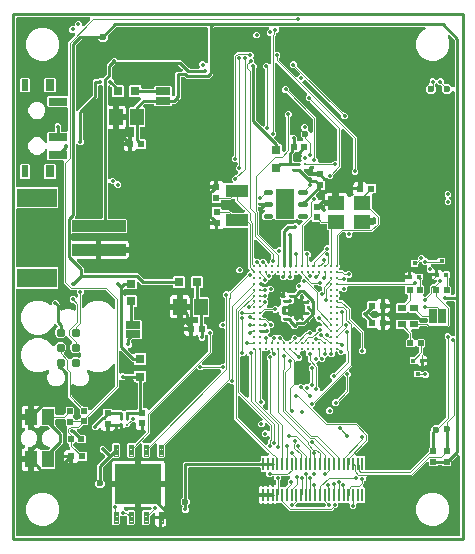
<source format=gbr>
G04 EAGLE Gerber RS-274X export*
G75*
%MOMM*%
%FSLAX34Y34*%
%LPD*%
%INTop Copper*%
%IPPOS*%
%AMOC8*
5,1,8,0,0,1.08239X$1,22.5*%
G01*
%ADD10R,1.150000X1.450000*%
%ADD11R,0.620000X0.620000*%
%ADD12R,0.700000X0.600000*%
%ADD13R,4.600000X1.000000*%
%ADD14R,3.400000X1.600000*%
%ADD15C,0.787400*%
%ADD16R,0.635000X1.270000*%
%ADD17R,1.270000X0.635000*%
%ADD18R,0.200000X1.140000*%
%ADD19R,0.800000X0.800000*%
%ADD20R,0.450000X0.350000*%
%ADD21R,0.350000X0.350000*%
%ADD22R,0.500000X0.500000*%
%ADD23R,1.050000X1.400000*%
%ADD24R,1.500000X0.700000*%
%ADD25R,0.600000X1.000000*%
%ADD26R,0.800000X1.000000*%
%ADD27C,0.600000*%
%ADD28C,0.250000*%
%ADD29C,0.254000*%
%ADD30R,1.600000X2.500000*%
%ADD31C,0.450000*%
%ADD32R,1.400000X1.150000*%
%ADD33R,1.905000X1.092200*%
%ADD34C,0.110000*%
%ADD35R,4.000000X3.400000*%
%ADD36C,0.254000*%
%ADD37C,0.355600*%
%ADD38C,0.101600*%

G36*
X377308Y2556D02*
X377308Y2556D01*
X377427Y2563D01*
X377465Y2576D01*
X377506Y2581D01*
X377616Y2624D01*
X377729Y2661D01*
X377764Y2683D01*
X377801Y2698D01*
X377897Y2767D01*
X377998Y2831D01*
X378026Y2861D01*
X378059Y2884D01*
X378135Y2976D01*
X378216Y3063D01*
X378236Y3098D01*
X378261Y3129D01*
X378312Y3237D01*
X378370Y3341D01*
X378380Y3381D01*
X378397Y3417D01*
X378419Y3534D01*
X378449Y3649D01*
X378453Y3709D01*
X378457Y3729D01*
X378455Y3750D01*
X378459Y3810D01*
X378459Y69973D01*
X378442Y70111D01*
X378429Y70249D01*
X378422Y70269D01*
X378419Y70289D01*
X378368Y70418D01*
X378321Y70549D01*
X378310Y70566D01*
X378302Y70584D01*
X378221Y70697D01*
X378143Y70812D01*
X378127Y70825D01*
X378116Y70842D01*
X378008Y70931D01*
X377904Y71022D01*
X377886Y71032D01*
X377871Y71044D01*
X377745Y71104D01*
X377621Y71167D01*
X377601Y71171D01*
X377583Y71180D01*
X377447Y71206D01*
X377311Y71237D01*
X377290Y71236D01*
X377271Y71240D01*
X377132Y71231D01*
X376993Y71227D01*
X376973Y71221D01*
X376953Y71220D01*
X376821Y71177D01*
X376687Y71139D01*
X376670Y71128D01*
X376651Y71122D01*
X376533Y71048D01*
X376413Y70977D01*
X376392Y70958D01*
X376382Y70952D01*
X376368Y70937D01*
X376293Y70871D01*
X371426Y66005D01*
X371366Y65926D01*
X371298Y65854D01*
X371269Y65801D01*
X371232Y65753D01*
X371192Y65662D01*
X371144Y65576D01*
X371129Y65517D01*
X371105Y65461D01*
X371090Y65363D01*
X371065Y65268D01*
X371059Y65168D01*
X371055Y65147D01*
X371057Y65135D01*
X371055Y65107D01*
X371055Y62429D01*
X370459Y61833D01*
X364617Y61833D01*
X363759Y62692D01*
X363680Y62752D01*
X363608Y62820D01*
X363555Y62849D01*
X363507Y62886D01*
X363416Y62926D01*
X363330Y62974D01*
X363271Y62989D01*
X363215Y63013D01*
X363118Y63028D01*
X363022Y63053D01*
X362922Y63059D01*
X362901Y63063D01*
X362889Y63061D01*
X362861Y63063D01*
X360531Y63063D01*
X360433Y63051D01*
X360334Y63048D01*
X360275Y63031D01*
X360215Y63023D01*
X360123Y62987D01*
X360028Y62959D01*
X359976Y62929D01*
X359920Y62906D01*
X359840Y62848D01*
X359754Y62798D01*
X359679Y62732D01*
X359662Y62720D01*
X359655Y62710D01*
X359633Y62692D01*
X358775Y61833D01*
X352933Y61833D01*
X352337Y62429D01*
X352337Y64469D01*
X352320Y64607D01*
X352307Y64745D01*
X352300Y64765D01*
X352297Y64785D01*
X352246Y64914D01*
X352199Y65045D01*
X352188Y65061D01*
X352180Y65080D01*
X352099Y65192D01*
X352021Y65308D01*
X352005Y65321D01*
X351994Y65338D01*
X351886Y65426D01*
X351782Y65518D01*
X351764Y65527D01*
X351749Y65540D01*
X351623Y65600D01*
X351499Y65663D01*
X351479Y65667D01*
X351461Y65676D01*
X351325Y65702D01*
X351189Y65733D01*
X351168Y65732D01*
X351149Y65736D01*
X351010Y65727D01*
X350871Y65723D01*
X350851Y65717D01*
X350831Y65716D01*
X350699Y65673D01*
X350565Y65634D01*
X350548Y65624D01*
X350529Y65618D01*
X350411Y65543D01*
X350291Y65473D01*
X350270Y65454D01*
X350260Y65448D01*
X350246Y65433D01*
X350171Y65367D01*
X339288Y54484D01*
X338023Y53219D01*
X299974Y53219D01*
X299856Y53204D01*
X299737Y53197D01*
X299699Y53184D01*
X299658Y53179D01*
X299548Y53136D01*
X299435Y53099D01*
X299400Y53077D01*
X299363Y53062D01*
X299267Y52993D01*
X299166Y52929D01*
X299138Y52899D01*
X299105Y52876D01*
X299029Y52784D01*
X298948Y52697D01*
X298928Y52662D01*
X298903Y52631D01*
X298852Y52523D01*
X298794Y52419D01*
X298784Y52379D01*
X298767Y52343D01*
X298745Y52226D01*
X298715Y52111D01*
X298711Y52051D01*
X298707Y52031D01*
X298709Y52010D01*
X298705Y51950D01*
X298705Y50150D01*
X297806Y49252D01*
X297746Y49174D01*
X297678Y49102D01*
X297649Y49049D01*
X297612Y49001D01*
X297572Y48910D01*
X297524Y48823D01*
X297509Y48765D01*
X297485Y48709D01*
X297470Y48611D01*
X297445Y48515D01*
X297439Y48415D01*
X297435Y48395D01*
X297437Y48383D01*
X297435Y48355D01*
X297435Y47374D01*
X296544Y46483D01*
X296459Y46374D01*
X296370Y46267D01*
X296361Y46248D01*
X296349Y46232D01*
X296294Y46105D01*
X296234Y45979D01*
X296231Y45959D01*
X296222Y45940D01*
X296201Y45802D01*
X296175Y45666D01*
X296176Y45646D01*
X296173Y45626D01*
X296186Y45487D01*
X296194Y45349D01*
X296201Y45330D01*
X296202Y45310D01*
X296250Y45178D01*
X296292Y45047D01*
X296303Y45029D01*
X296310Y45010D01*
X296388Y44895D01*
X296463Y44778D01*
X296477Y44764D01*
X296489Y44747D01*
X296593Y44655D01*
X296694Y44560D01*
X296712Y44550D01*
X296727Y44537D01*
X296851Y44473D01*
X296973Y44406D01*
X296992Y44401D01*
X297010Y44392D01*
X297146Y44362D01*
X297281Y44327D01*
X297309Y44325D01*
X297321Y44322D01*
X297341Y44323D01*
X297420Y44318D01*
X298017Y43721D01*
X298017Y31479D01*
X297421Y30883D01*
X294361Y30883D01*
X294354Y30886D01*
X294236Y30905D01*
X294120Y30931D01*
X294080Y30929D01*
X294040Y30936D01*
X293921Y30925D01*
X293802Y30921D01*
X293764Y30910D01*
X293724Y30906D01*
X293661Y30883D01*
X292100Y30883D01*
X291982Y30868D01*
X291863Y30861D01*
X291825Y30848D01*
X291784Y30843D01*
X291674Y30800D01*
X291561Y30763D01*
X291526Y30741D01*
X291489Y30726D01*
X291393Y30657D01*
X291292Y30593D01*
X291264Y30563D01*
X291231Y30540D01*
X291155Y30448D01*
X291074Y30361D01*
X291054Y30326D01*
X291029Y30295D01*
X290978Y30187D01*
X290920Y30083D01*
X290910Y30043D01*
X290893Y30007D01*
X290871Y29890D01*
X290841Y29775D01*
X290837Y29715D01*
X290833Y29695D01*
X290835Y29674D01*
X290831Y29614D01*
X290831Y27290D01*
X289194Y25653D01*
X286878Y25653D01*
X285241Y27290D01*
X285241Y29614D01*
X285226Y29732D01*
X285219Y29851D01*
X285206Y29889D01*
X285201Y29930D01*
X285158Y30040D01*
X285121Y30153D01*
X285099Y30188D01*
X285084Y30225D01*
X285015Y30321D01*
X284951Y30422D01*
X284921Y30450D01*
X284898Y30483D01*
X284806Y30559D01*
X284719Y30640D01*
X284684Y30660D01*
X284653Y30685D01*
X284545Y30736D01*
X284441Y30794D01*
X284401Y30804D01*
X284365Y30821D01*
X284248Y30843D01*
X284133Y30873D01*
X284073Y30877D01*
X284053Y30881D01*
X284032Y30879D01*
X283972Y30883D01*
X282361Y30883D01*
X282355Y30886D01*
X282237Y30905D01*
X282121Y30931D01*
X282080Y30929D01*
X282041Y30936D01*
X281922Y30925D01*
X281803Y30921D01*
X281764Y30910D01*
X281724Y30906D01*
X281661Y30883D01*
X278361Y30883D01*
X278354Y30886D01*
X278236Y30905D01*
X278120Y30931D01*
X278080Y30929D01*
X278040Y30936D01*
X277921Y30925D01*
X277802Y30921D01*
X277764Y30910D01*
X277724Y30906D01*
X277661Y30883D01*
X276606Y30883D01*
X276488Y30868D01*
X276369Y30861D01*
X276331Y30848D01*
X276290Y30843D01*
X276180Y30800D01*
X276067Y30763D01*
X276032Y30741D01*
X275995Y30726D01*
X275899Y30657D01*
X275798Y30593D01*
X275770Y30563D01*
X275737Y30540D01*
X275661Y30448D01*
X275580Y30361D01*
X275560Y30326D01*
X275535Y30295D01*
X275484Y30187D01*
X275426Y30083D01*
X275416Y30043D01*
X275399Y30007D01*
X275377Y29890D01*
X275347Y29775D01*
X275343Y29715D01*
X275339Y29695D01*
X275341Y29674D01*
X275337Y29614D01*
X275337Y27798D01*
X273700Y26161D01*
X272429Y26161D01*
X272331Y26149D01*
X272232Y26146D01*
X272174Y26129D01*
X272114Y26121D01*
X272022Y26085D01*
X271927Y26057D01*
X271874Y26027D01*
X271818Y26004D01*
X271738Y25946D01*
X271653Y25896D01*
X271577Y25830D01*
X271561Y25818D01*
X271553Y25808D01*
X271532Y25790D01*
X269872Y24129D01*
X234318Y24129D01*
X227936Y30512D01*
X227858Y30572D01*
X227786Y30640D01*
X227733Y30669D01*
X227685Y30706D01*
X227594Y30746D01*
X227507Y30794D01*
X227449Y30809D01*
X227393Y30833D01*
X227295Y30848D01*
X227199Y30873D01*
X227099Y30879D01*
X227079Y30883D01*
X227067Y30881D01*
X227039Y30883D01*
X226361Y30883D01*
X226354Y30886D01*
X226236Y30905D01*
X226120Y30931D01*
X226080Y30929D01*
X226040Y30936D01*
X225921Y30925D01*
X225802Y30921D01*
X225764Y30910D01*
X225724Y30906D01*
X225661Y30883D01*
X224080Y30883D01*
X223975Y30870D01*
X223869Y30866D01*
X223817Y30850D01*
X223764Y30843D01*
X223666Y30804D01*
X223564Y30774D01*
X223518Y30746D01*
X223468Y30726D01*
X223383Y30664D01*
X223292Y30609D01*
X223254Y30571D01*
X223211Y30540D01*
X223143Y30458D01*
X223069Y30382D01*
X223057Y30364D01*
X222560Y29867D01*
X221981Y29532D01*
X221335Y29359D01*
X221269Y29359D01*
X221269Y29512D01*
X221268Y29522D01*
X221269Y29532D01*
X221248Y29679D01*
X221230Y29828D01*
X221226Y29837D01*
X221224Y29847D01*
X221167Y29985D01*
X221113Y30123D01*
X221107Y30131D01*
X221103Y30141D01*
X221014Y30259D01*
X220926Y30381D01*
X220918Y30387D01*
X220912Y30395D01*
X220796Y30488D01*
X220681Y30583D01*
X220672Y30588D01*
X220664Y30594D01*
X220527Y30656D01*
X220393Y30719D01*
X220383Y30721D01*
X220374Y30725D01*
X220226Y30751D01*
X220081Y30779D01*
X220071Y30778D01*
X220061Y30780D01*
X219912Y30768D01*
X219763Y30759D01*
X219754Y30756D01*
X219744Y30755D01*
X219602Y30707D01*
X219461Y30661D01*
X219452Y30656D01*
X219443Y30652D01*
X219318Y30570D01*
X219192Y30491D01*
X219185Y30483D01*
X219177Y30478D01*
X219061Y30366D01*
X219061Y30365D01*
X219021Y30309D01*
X218974Y30259D01*
X218930Y30179D01*
X218878Y30105D01*
X218854Y30041D01*
X218820Y29980D01*
X218798Y29893D01*
X218766Y29808D01*
X218758Y29739D01*
X218741Y29672D01*
X218731Y29512D01*
X218731Y29359D01*
X218666Y29359D01*
X218329Y29450D01*
X218237Y29462D01*
X218147Y29484D01*
X218080Y29484D01*
X218014Y29493D01*
X217922Y29482D01*
X217829Y29481D01*
X217715Y29458D01*
X217698Y29456D01*
X217690Y29453D01*
X217672Y29450D01*
X217335Y29359D01*
X217269Y29359D01*
X217269Y29512D01*
X217257Y29610D01*
X217254Y29709D01*
X217243Y29748D01*
X217239Y29788D01*
X217232Y29807D01*
X217230Y29827D01*
X217193Y29919D01*
X217166Y30014D01*
X217145Y30050D01*
X217131Y30088D01*
X217120Y30104D01*
X217113Y30123D01*
X217054Y30203D01*
X217004Y30288D01*
X216964Y30334D01*
X216953Y30351D01*
X216938Y30364D01*
X216926Y30380D01*
X216916Y30388D01*
X216898Y30409D01*
X216803Y30482D01*
X216714Y30561D01*
X216696Y30570D01*
X216681Y30583D01*
X216663Y30592D01*
X216646Y30604D01*
X216537Y30652D01*
X216431Y30706D01*
X216411Y30710D01*
X216393Y30719D01*
X216374Y30722D01*
X216354Y30731D01*
X216237Y30749D01*
X216121Y30775D01*
X216100Y30775D01*
X216081Y30778D01*
X216061Y30777D01*
X216040Y30781D01*
X215922Y30769D01*
X215803Y30766D01*
X215783Y30760D01*
X215763Y30759D01*
X215745Y30753D01*
X215724Y30751D01*
X215612Y30710D01*
X215497Y30677D01*
X215479Y30667D01*
X215460Y30661D01*
X215444Y30650D01*
X215424Y30643D01*
X215326Y30576D01*
X215223Y30516D01*
X215202Y30497D01*
X215192Y30490D01*
X215178Y30476D01*
X215161Y30465D01*
X215148Y30449D01*
X215103Y30409D01*
X215102Y30409D01*
X215042Y30331D01*
X214974Y30259D01*
X214964Y30241D01*
X214951Y30226D01*
X214933Y30190D01*
X214907Y30158D01*
X214868Y30067D01*
X214820Y29980D01*
X214815Y29960D01*
X214806Y29943D01*
X214797Y29904D01*
X214781Y29866D01*
X214766Y29768D01*
X214741Y29672D01*
X214739Y29643D01*
X214737Y29633D01*
X214737Y29614D01*
X214734Y29572D01*
X214731Y29552D01*
X214732Y29540D01*
X214731Y29512D01*
X214731Y29359D01*
X214666Y29359D01*
X214329Y29450D01*
X214237Y29462D01*
X214147Y29484D01*
X214080Y29484D01*
X214013Y29493D01*
X213922Y29482D01*
X213829Y29481D01*
X213714Y29458D01*
X213698Y29456D01*
X213690Y29453D01*
X213671Y29450D01*
X213334Y29359D01*
X213269Y29359D01*
X213269Y29512D01*
X213261Y29580D01*
X213262Y29649D01*
X213241Y29737D01*
X213230Y29827D01*
X213204Y29891D01*
X213188Y29958D01*
X213146Y30039D01*
X213113Y30123D01*
X213072Y30179D01*
X213040Y30240D01*
X212939Y30366D01*
X212932Y30372D01*
X212926Y30380D01*
X212925Y30381D01*
X212811Y30476D01*
X212697Y30573D01*
X212688Y30577D01*
X212680Y30583D01*
X212546Y30647D01*
X212412Y30713D01*
X212402Y30715D01*
X212393Y30719D01*
X212246Y30747D01*
X212100Y30777D01*
X212090Y30777D01*
X212080Y30779D01*
X211931Y30769D01*
X211783Y30763D01*
X211773Y30760D01*
X211763Y30759D01*
X211621Y30713D01*
X211479Y30669D01*
X211470Y30664D01*
X211460Y30661D01*
X211334Y30581D01*
X211207Y30504D01*
X211200Y30496D01*
X211192Y30491D01*
X211089Y30382D01*
X210986Y30275D01*
X210981Y30267D01*
X210974Y30259D01*
X210902Y30129D01*
X210828Y29999D01*
X210825Y29990D01*
X210820Y29981D01*
X210783Y29837D01*
X210744Y29693D01*
X210743Y29683D01*
X210741Y29673D01*
X210731Y29512D01*
X210731Y29359D01*
X210666Y29359D01*
X210019Y29532D01*
X209440Y29867D01*
X208967Y30340D01*
X208632Y30919D01*
X208459Y31566D01*
X208459Y36331D01*
X212000Y36331D01*
X216000Y36331D01*
X220000Y36331D01*
X220118Y36346D01*
X220237Y36353D01*
X220275Y36365D01*
X220315Y36370D01*
X220426Y36414D01*
X220539Y36451D01*
X220573Y36473D01*
X220611Y36487D01*
X220707Y36557D01*
X220808Y36621D01*
X220836Y36651D01*
X220868Y36674D01*
X220944Y36766D01*
X221026Y36853D01*
X221045Y36888D01*
X221071Y36919D01*
X221122Y37027D01*
X221179Y37131D01*
X221189Y37170D01*
X221207Y37207D01*
X221229Y37324D01*
X221259Y37439D01*
X221263Y37499D01*
X221266Y37519D01*
X221266Y37520D01*
X221265Y37540D01*
X221269Y37600D01*
X221254Y37718D01*
X221247Y37837D01*
X221234Y37875D01*
X221229Y37916D01*
X221185Y38026D01*
X221149Y38140D01*
X221127Y38174D01*
X221112Y38211D01*
X221042Y38308D01*
X220978Y38408D01*
X220949Y38436D01*
X220925Y38469D01*
X220834Y38545D01*
X220747Y38626D01*
X220711Y38646D01*
X220680Y38672D01*
X220573Y38722D01*
X220468Y38780D01*
X220429Y38790D01*
X220393Y38807D01*
X220276Y38829D01*
X220160Y38859D01*
X220100Y38863D01*
X220080Y38867D01*
X220060Y38866D01*
X220000Y38869D01*
X216000Y38869D01*
X212000Y38869D01*
X208459Y38869D01*
X208459Y43634D01*
X208632Y44281D01*
X208967Y44860D01*
X209440Y45333D01*
X210019Y45668D01*
X210666Y45841D01*
X210731Y45841D01*
X210731Y45688D01*
X210732Y45678D01*
X210731Y45668D01*
X210747Y45554D01*
X210753Y45458D01*
X210764Y45425D01*
X210770Y45372D01*
X210774Y45363D01*
X210776Y45353D01*
X210828Y45226D01*
X210851Y45156D01*
X210865Y45134D01*
X210887Y45077D01*
X210893Y45069D01*
X210897Y45059D01*
X210987Y44940D01*
X210994Y44931D01*
X211021Y44887D01*
X211034Y44875D01*
X211074Y44819D01*
X211082Y44813D01*
X211088Y44805D01*
X211204Y44712D01*
X211231Y44690D01*
X211253Y44669D01*
X211262Y44664D01*
X211319Y44617D01*
X211328Y44612D01*
X211336Y44606D01*
X211473Y44544D01*
X211518Y44523D01*
X211531Y44516D01*
X211536Y44514D01*
X211607Y44481D01*
X211617Y44479D01*
X211626Y44475D01*
X211774Y44449D01*
X211833Y44438D01*
X211839Y44436D01*
X211842Y44436D01*
X211919Y44421D01*
X211929Y44422D01*
X211939Y44420D01*
X212089Y44432D01*
X212237Y44441D01*
X212246Y44444D01*
X212257Y44445D01*
X212398Y44493D01*
X212539Y44539D01*
X212548Y44544D01*
X212557Y44548D01*
X212611Y44583D01*
X212614Y44585D01*
X212682Y44630D01*
X212808Y44709D01*
X212815Y44717D01*
X212823Y44722D01*
X212939Y44834D01*
X212979Y44891D01*
X213025Y44940D01*
X213026Y44941D01*
X213057Y44997D01*
X213072Y45015D01*
X213083Y45039D01*
X213122Y45095D01*
X213146Y45159D01*
X213180Y45220D01*
X213194Y45274D01*
X213207Y45302D01*
X213214Y45338D01*
X213234Y45392D01*
X213242Y45461D01*
X213259Y45528D01*
X213264Y45598D01*
X213267Y45615D01*
X213266Y45632D01*
X213269Y45688D01*
X213269Y45841D01*
X213334Y45841D01*
X213671Y45750D01*
X213763Y45738D01*
X213853Y45716D01*
X213920Y45716D01*
X213987Y45707D01*
X214078Y45718D01*
X214171Y45719D01*
X214286Y45742D01*
X214302Y45744D01*
X214310Y45747D01*
X214329Y45750D01*
X214666Y45841D01*
X214731Y45841D01*
X214731Y45688D01*
X214743Y45590D01*
X214746Y45491D01*
X214752Y45470D01*
X214753Y45458D01*
X214758Y45441D01*
X214761Y45412D01*
X214768Y45393D01*
X214770Y45373D01*
X214807Y45281D01*
X214834Y45186D01*
X214850Y45160D01*
X214851Y45156D01*
X214856Y45147D01*
X214869Y45112D01*
X214880Y45096D01*
X214887Y45077D01*
X214946Y44997D01*
X214996Y44912D01*
X215036Y44866D01*
X215047Y44849D01*
X215062Y44836D01*
X215074Y44820D01*
X215084Y44812D01*
X215102Y44791D01*
X215103Y44791D01*
X215197Y44718D01*
X215286Y44639D01*
X215304Y44630D01*
X215319Y44617D01*
X215337Y44608D01*
X215354Y44596D01*
X215463Y44548D01*
X215569Y44494D01*
X215589Y44490D01*
X215607Y44481D01*
X215626Y44478D01*
X215646Y44469D01*
X215763Y44451D01*
X215879Y44425D01*
X215900Y44425D01*
X215920Y44422D01*
X215939Y44423D01*
X215960Y44419D01*
X216078Y44431D01*
X216197Y44434D01*
X216217Y44440D01*
X216237Y44441D01*
X216256Y44447D01*
X216276Y44449D01*
X216389Y44490D01*
X216503Y44523D01*
X216521Y44533D01*
X216540Y44539D01*
X216556Y44550D01*
X216576Y44557D01*
X216674Y44624D01*
X216777Y44684D01*
X216798Y44703D01*
X216808Y44709D01*
X216822Y44724D01*
X216839Y44735D01*
X216852Y44751D01*
X216898Y44791D01*
X216958Y44869D01*
X217026Y44941D01*
X217036Y44959D01*
X217049Y44974D01*
X217068Y45010D01*
X217069Y45012D01*
X217072Y45015D01*
X217093Y45042D01*
X217132Y45133D01*
X217180Y45220D01*
X217185Y45239D01*
X217194Y45257D01*
X217201Y45290D01*
X217207Y45302D01*
X217208Y45310D01*
X217219Y45334D01*
X217234Y45432D01*
X217259Y45528D01*
X217261Y45556D01*
X217264Y45567D01*
X217263Y45587D01*
X217264Y45598D01*
X217267Y45615D01*
X217266Y45630D01*
X217269Y45648D01*
X217268Y45660D01*
X217269Y45688D01*
X217269Y45841D01*
X217335Y45841D01*
X217672Y45750D01*
X217763Y45738D01*
X217853Y45716D01*
X217920Y45716D01*
X217987Y45707D01*
X218078Y45718D01*
X218171Y45719D01*
X218286Y45742D01*
X218303Y45744D01*
X218310Y45747D01*
X218329Y45750D01*
X218666Y45841D01*
X218731Y45841D01*
X218731Y45688D01*
X218739Y45620D01*
X218738Y45551D01*
X218750Y45499D01*
X218753Y45458D01*
X218764Y45424D01*
X218770Y45373D01*
X218796Y45309D01*
X218812Y45242D01*
X218841Y45186D01*
X218851Y45156D01*
X218865Y45133D01*
X218887Y45077D01*
X218928Y45021D01*
X218960Y44960D01*
X219061Y44835D01*
X219061Y44834D01*
X219068Y44828D01*
X219074Y44820D01*
X219075Y44819D01*
X219190Y44724D01*
X219240Y44681D01*
X219253Y44669D01*
X219256Y44667D01*
X219303Y44627D01*
X219312Y44623D01*
X219320Y44617D01*
X219454Y44553D01*
X219588Y44487D01*
X219598Y44485D01*
X219607Y44481D01*
X219754Y44453D01*
X219900Y44423D01*
X219910Y44423D01*
X219920Y44421D01*
X219998Y44426D01*
X220000Y44426D01*
X220005Y44427D01*
X220069Y44431D01*
X220217Y44437D01*
X220227Y44440D01*
X220237Y44441D01*
X220312Y44465D01*
X220316Y44466D01*
X220325Y44469D01*
X220379Y44487D01*
X220521Y44531D01*
X220530Y44536D01*
X220540Y44539D01*
X220604Y44580D01*
X220611Y44583D01*
X220629Y44596D01*
X220666Y44619D01*
X220793Y44697D01*
X220800Y44704D01*
X220808Y44709D01*
X220858Y44762D01*
X220869Y44770D01*
X220894Y44801D01*
X220910Y44818D01*
X221014Y44925D01*
X221019Y44933D01*
X221026Y44941D01*
X221058Y44998D01*
X221072Y45015D01*
X221099Y45072D01*
X221172Y45201D01*
X221175Y45210D01*
X221180Y45219D01*
X221194Y45275D01*
X221207Y45302D01*
X221223Y45385D01*
X221257Y45507D01*
X221257Y45518D01*
X221259Y45527D01*
X221264Y45598D01*
X221267Y45615D01*
X221266Y45631D01*
X221269Y45688D01*
X221269Y45841D01*
X221488Y45841D01*
X221606Y45856D01*
X221725Y45863D01*
X221763Y45876D01*
X221804Y45881D01*
X221914Y45924D01*
X222027Y45961D01*
X222062Y45983D01*
X222099Y45998D01*
X222195Y46067D01*
X222296Y46131D01*
X222324Y46161D01*
X222357Y46184D01*
X222433Y46276D01*
X222514Y46363D01*
X222534Y46398D01*
X222559Y46429D01*
X222610Y46537D01*
X222668Y46641D01*
X222678Y46681D01*
X222695Y46717D01*
X222717Y46834D01*
X222747Y46949D01*
X222751Y47009D01*
X222755Y47029D01*
X222753Y47050D01*
X222757Y47110D01*
X222757Y49117D01*
X222745Y49215D01*
X222742Y49314D01*
X222725Y49372D01*
X222717Y49432D01*
X222681Y49524D01*
X222653Y49619D01*
X222623Y49672D01*
X222600Y49728D01*
X222542Y49808D01*
X222492Y49893D01*
X222426Y49969D01*
X222414Y49985D01*
X222404Y49993D01*
X222386Y50014D01*
X221487Y50912D01*
X221487Y52419D01*
X221470Y52557D01*
X221457Y52695D01*
X221450Y52714D01*
X221447Y52734D01*
X221396Y52863D01*
X221349Y52994D01*
X221338Y53011D01*
X221330Y53030D01*
X221249Y53142D01*
X221171Y53257D01*
X221155Y53271D01*
X221144Y53287D01*
X221036Y53376D01*
X220932Y53468D01*
X220914Y53477D01*
X220899Y53490D01*
X220773Y53549D01*
X220649Y53613D01*
X220629Y53617D01*
X220611Y53626D01*
X220474Y53652D01*
X220339Y53682D01*
X220318Y53682D01*
X220299Y53685D01*
X220160Y53677D01*
X220021Y53673D01*
X220001Y53667D01*
X219981Y53666D01*
X219849Y53623D01*
X219715Y53584D01*
X219698Y53574D01*
X219679Y53568D01*
X219561Y53493D01*
X219441Y53423D01*
X219420Y53404D01*
X219410Y53397D01*
X219396Y53382D01*
X219321Y53316D01*
X218582Y52577D01*
X216266Y52577D01*
X214629Y54214D01*
X214629Y56014D01*
X214614Y56132D01*
X214607Y56251D01*
X214594Y56289D01*
X214589Y56330D01*
X214546Y56440D01*
X214509Y56553D01*
X214487Y56588D01*
X214472Y56625D01*
X214403Y56721D01*
X214339Y56822D01*
X214309Y56850D01*
X214286Y56883D01*
X214194Y56959D01*
X214107Y57040D01*
X214072Y57060D01*
X214041Y57085D01*
X213933Y57136D01*
X213829Y57194D01*
X213789Y57204D01*
X213753Y57221D01*
X213636Y57243D01*
X213521Y57273D01*
X213461Y57277D01*
X213441Y57281D01*
X213420Y57279D01*
X213360Y57283D01*
X210579Y57283D01*
X209983Y57879D01*
X209983Y59944D01*
X209968Y60062D01*
X209961Y60181D01*
X209949Y60219D01*
X209943Y60260D01*
X209900Y60370D01*
X209863Y60483D01*
X209841Y60518D01*
X209826Y60555D01*
X209757Y60651D01*
X209693Y60752D01*
X209663Y60780D01*
X209640Y60813D01*
X209548Y60889D01*
X209461Y60970D01*
X209426Y60990D01*
X209395Y61015D01*
X209287Y61066D01*
X209183Y61124D01*
X209143Y61134D01*
X209107Y61151D01*
X208990Y61173D01*
X208875Y61203D01*
X208815Y61207D01*
X208795Y61211D01*
X208774Y61209D01*
X208714Y61213D01*
X149606Y61213D01*
X149488Y61198D01*
X149369Y61191D01*
X149331Y61178D01*
X149290Y61173D01*
X149180Y61130D01*
X149067Y61093D01*
X149032Y61071D01*
X148995Y61056D01*
X148899Y60987D01*
X148798Y60923D01*
X148770Y60893D01*
X148737Y60870D01*
X148661Y60778D01*
X148580Y60691D01*
X148560Y60656D01*
X148535Y60625D01*
X148484Y60517D01*
X148426Y60413D01*
X148416Y60373D01*
X148399Y60337D01*
X148377Y60220D01*
X148347Y60105D01*
X148343Y60045D01*
X148339Y60025D01*
X148341Y60004D01*
X148337Y59944D01*
X148337Y35670D01*
X148349Y35571D01*
X148352Y35472D01*
X148369Y35414D01*
X148377Y35354D01*
X148413Y35262D01*
X148441Y35167D01*
X148471Y35115D01*
X148494Y35058D01*
X148552Y34978D01*
X148602Y34893D01*
X148668Y34818D01*
X148680Y34801D01*
X148690Y34793D01*
X148708Y34772D01*
X150067Y33414D01*
X150067Y30086D01*
X148708Y28728D01*
X148648Y28650D01*
X148580Y28578D01*
X148551Y28525D01*
X148514Y28477D01*
X148474Y28386D01*
X148426Y28299D01*
X148411Y28241D01*
X148387Y28185D01*
X148372Y28087D01*
X148347Y27991D01*
X148341Y27891D01*
X148337Y27871D01*
X148339Y27858D01*
X148337Y27830D01*
X148337Y27591D01*
X148349Y27493D01*
X148352Y27394D01*
X148369Y27336D01*
X148377Y27276D01*
X148413Y27184D01*
X148441Y27089D01*
X148471Y27036D01*
X148494Y26980D01*
X148552Y26900D01*
X148602Y26815D01*
X148668Y26739D01*
X148680Y26723D01*
X148690Y26715D01*
X148708Y26694D01*
X148845Y26558D01*
X148845Y24242D01*
X147208Y22605D01*
X144892Y22605D01*
X143255Y24242D01*
X143255Y26558D01*
X143392Y26694D01*
X143452Y26772D01*
X143520Y26844D01*
X143549Y26897D01*
X143586Y26945D01*
X143626Y27036D01*
X143674Y27123D01*
X143689Y27181D01*
X143713Y27237D01*
X143728Y27335D01*
X143753Y27431D01*
X143759Y27531D01*
X143763Y27551D01*
X143761Y27563D01*
X143763Y27591D01*
X143763Y27830D01*
X143751Y27929D01*
X143748Y28028D01*
X143731Y28086D01*
X143723Y28146D01*
X143687Y28238D01*
X143659Y28333D01*
X143629Y28385D01*
X143606Y28442D01*
X143548Y28522D01*
X143498Y28607D01*
X143432Y28682D01*
X143420Y28699D01*
X143410Y28707D01*
X143392Y28728D01*
X142033Y30086D01*
X142033Y33414D01*
X143392Y34772D01*
X143452Y34850D01*
X143520Y34922D01*
X143549Y34975D01*
X143586Y35023D01*
X143626Y35114D01*
X143674Y35201D01*
X143689Y35259D01*
X143713Y35315D01*
X143728Y35413D01*
X143753Y35509D01*
X143759Y35609D01*
X143763Y35629D01*
X143761Y35642D01*
X143763Y35670D01*
X143763Y64447D01*
X145103Y65787D01*
X208714Y65787D01*
X208832Y65802D01*
X208951Y65809D01*
X208989Y65822D01*
X209030Y65827D01*
X209140Y65870D01*
X209253Y65907D01*
X209288Y65929D01*
X209325Y65944D01*
X209421Y66013D01*
X209522Y66077D01*
X209550Y66107D01*
X209583Y66130D01*
X209659Y66222D01*
X209740Y66309D01*
X209760Y66344D01*
X209785Y66375D01*
X209836Y66483D01*
X209894Y66587D01*
X209904Y66627D01*
X209921Y66663D01*
X209943Y66780D01*
X209973Y66895D01*
X209977Y66955D01*
X209981Y66975D01*
X209979Y66996D01*
X209983Y67056D01*
X209983Y70121D01*
X210579Y70717D01*
X213639Y70717D01*
X213645Y70714D01*
X213763Y70695D01*
X213879Y70669D01*
X213920Y70671D01*
X213959Y70664D01*
X214078Y70675D01*
X214197Y70679D01*
X214236Y70690D01*
X214276Y70694D01*
X214339Y70717D01*
X215401Y70717D01*
X215538Y70734D01*
X215677Y70747D01*
X215696Y70754D01*
X215716Y70757D01*
X215845Y70808D01*
X215976Y70855D01*
X215993Y70866D01*
X216012Y70874D01*
X216124Y70955D01*
X216240Y71033D01*
X216253Y71049D01*
X216269Y71060D01*
X216358Y71168D01*
X216450Y71272D01*
X216459Y71290D01*
X216472Y71305D01*
X216531Y71431D01*
X216595Y71555D01*
X216599Y71575D01*
X216608Y71593D01*
X216634Y71729D01*
X216664Y71865D01*
X216664Y71886D01*
X216667Y71905D01*
X216659Y72044D01*
X216655Y72183D01*
X216649Y72203D01*
X216648Y72223D01*
X216605Y72355D01*
X216566Y72489D01*
X216556Y72506D01*
X216550Y72525D01*
X216475Y72643D01*
X216405Y72763D01*
X216386Y72784D01*
X216379Y72794D01*
X216365Y72808D01*
X216298Y72883D01*
X187451Y101730D01*
X187451Y129794D01*
X187436Y129912D01*
X187429Y130031D01*
X187416Y130069D01*
X187411Y130110D01*
X187368Y130220D01*
X187331Y130333D01*
X187309Y130368D01*
X187294Y130405D01*
X187225Y130501D01*
X187161Y130602D01*
X187131Y130630D01*
X187108Y130663D01*
X187016Y130739D01*
X186929Y130820D01*
X186894Y130840D01*
X186863Y130865D01*
X186755Y130916D01*
X186651Y130974D01*
X186611Y130984D01*
X186575Y131001D01*
X186458Y131023D01*
X186343Y131053D01*
X186283Y131057D01*
X186263Y131061D01*
X186242Y131059D01*
X186182Y131063D01*
X184516Y131063D01*
X183260Y132319D01*
X183166Y132392D01*
X183077Y132471D01*
X183041Y132489D01*
X183009Y132514D01*
X182900Y132561D01*
X182794Y132616D01*
X182755Y132624D01*
X182717Y132640D01*
X182600Y132659D01*
X182484Y132685D01*
X182443Y132684D01*
X182403Y132690D01*
X182285Y132679D01*
X182166Y132676D01*
X182127Y132664D01*
X182087Y132661D01*
X181974Y132620D01*
X181860Y132587D01*
X181825Y132567D01*
X181787Y132553D01*
X181689Y132486D01*
X181586Y132426D01*
X181541Y132386D01*
X181524Y132374D01*
X181511Y132359D01*
X181465Y132319D01*
X128810Y79664D01*
X128750Y79586D01*
X128682Y79514D01*
X128653Y79461D01*
X128616Y79413D01*
X128576Y79322D01*
X128528Y79235D01*
X128513Y79177D01*
X128489Y79121D01*
X128474Y79023D01*
X128449Y78927D01*
X128443Y78827D01*
X128439Y78807D01*
X128441Y78795D01*
X128439Y78767D01*
X128439Y70141D01*
X127521Y69223D01*
X122923Y69223D01*
X122005Y70141D01*
X122005Y79955D01*
X121988Y80092D01*
X121975Y80231D01*
X121968Y80250D01*
X121965Y80270D01*
X121914Y80399D01*
X121867Y80530D01*
X121856Y80547D01*
X121848Y80566D01*
X121767Y80678D01*
X121689Y80794D01*
X121673Y80807D01*
X121662Y80823D01*
X121554Y80912D01*
X121450Y81004D01*
X121432Y81013D01*
X121417Y81026D01*
X121291Y81085D01*
X121167Y81149D01*
X121147Y81153D01*
X121129Y81162D01*
X120993Y81188D01*
X120857Y81218D01*
X120836Y81218D01*
X120817Y81221D01*
X120678Y81213D01*
X120539Y81209D01*
X120519Y81203D01*
X120499Y81202D01*
X120367Y81159D01*
X120233Y81120D01*
X120216Y81110D01*
X120197Y81104D01*
X120079Y81029D01*
X119959Y80959D01*
X119938Y80940D01*
X119928Y80933D01*
X119914Y80918D01*
X119839Y80852D01*
X116110Y77124D01*
X116050Y77046D01*
X115982Y76974D01*
X115953Y76921D01*
X115916Y76873D01*
X115876Y76782D01*
X115828Y76695D01*
X115813Y76637D01*
X115789Y76581D01*
X115774Y76483D01*
X115749Y76387D01*
X115743Y76287D01*
X115739Y76267D01*
X115741Y76255D01*
X115739Y76227D01*
X115739Y70141D01*
X114821Y69223D01*
X110223Y69223D01*
X109305Y70141D01*
X109305Y79955D01*
X109288Y80092D01*
X109275Y80231D01*
X109268Y80250D01*
X109265Y80270D01*
X109214Y80399D01*
X109167Y80530D01*
X109156Y80547D01*
X109148Y80566D01*
X109067Y80678D01*
X108989Y80794D01*
X108973Y80807D01*
X108962Y80823D01*
X108854Y80912D01*
X108750Y81004D01*
X108732Y81013D01*
X108717Y81026D01*
X108591Y81085D01*
X108467Y81149D01*
X108447Y81153D01*
X108429Y81162D01*
X108293Y81188D01*
X108157Y81218D01*
X108136Y81218D01*
X108117Y81221D01*
X107978Y81213D01*
X107839Y81209D01*
X107819Y81203D01*
X107799Y81202D01*
X107667Y81159D01*
X107533Y81120D01*
X107516Y81110D01*
X107497Y81104D01*
X107379Y81029D01*
X107259Y80959D01*
X107238Y80940D01*
X107228Y80933D01*
X107214Y80918D01*
X107139Y80852D01*
X103410Y77124D01*
X103350Y77046D01*
X103282Y76974D01*
X103253Y76921D01*
X103216Y76873D01*
X103176Y76782D01*
X103128Y76695D01*
X103113Y76637D01*
X103089Y76581D01*
X103074Y76483D01*
X103049Y76387D01*
X103043Y76287D01*
X103039Y76267D01*
X103041Y76255D01*
X103039Y76227D01*
X103039Y70141D01*
X102121Y69223D01*
X97523Y69223D01*
X96605Y70141D01*
X96605Y80739D01*
X97523Y81657D01*
X102151Y81657D01*
X102161Y81648D01*
X102198Y81629D01*
X102229Y81605D01*
X102338Y81557D01*
X102445Y81503D01*
X102484Y81494D01*
X102521Y81478D01*
X102639Y81460D01*
X102755Y81433D01*
X102795Y81435D01*
X102835Y81428D01*
X102954Y81440D01*
X103073Y81443D01*
X103112Y81454D01*
X103152Y81458D01*
X103264Y81498D01*
X103378Y81532D01*
X103413Y81552D01*
X103451Y81566D01*
X103550Y81633D01*
X103652Y81693D01*
X103698Y81733D01*
X103714Y81744D01*
X103728Y81759D01*
X103773Y81799D01*
X112282Y90309D01*
X112367Y90418D01*
X112456Y90525D01*
X112465Y90544D01*
X112477Y90560D01*
X112533Y90688D01*
X112592Y90813D01*
X112595Y90833D01*
X112604Y90852D01*
X112625Y90990D01*
X112651Y91126D01*
X112650Y91146D01*
X112653Y91166D01*
X112640Y91304D01*
X112632Y91443D01*
X112625Y91462D01*
X112624Y91482D01*
X112576Y91614D01*
X112534Y91745D01*
X112523Y91763D01*
X112516Y91782D01*
X112438Y91897D01*
X112363Y92014D01*
X112349Y92028D01*
X112337Y92045D01*
X112233Y92137D01*
X112132Y92232D01*
X112114Y92242D01*
X112099Y92255D01*
X111975Y92319D01*
X111853Y92386D01*
X111834Y92391D01*
X111816Y92400D01*
X111680Y92430D01*
X111545Y92465D01*
X111517Y92467D01*
X111505Y92470D01*
X111485Y92469D01*
X111385Y92475D01*
X111277Y92475D01*
X111277Y97836D01*
X111262Y97954D01*
X111255Y98073D01*
X111242Y98111D01*
X111237Y98151D01*
X111194Y98262D01*
X111157Y98375D01*
X111135Y98409D01*
X111120Y98447D01*
X111051Y98543D01*
X110987Y98644D01*
X110957Y98672D01*
X110934Y98704D01*
X110842Y98780D01*
X110755Y98862D01*
X110720Y98881D01*
X110689Y98907D01*
X110581Y98958D01*
X110477Y99015D01*
X110437Y99025D01*
X110401Y99043D01*
X110284Y99065D01*
X110169Y99095D01*
X110109Y99099D01*
X110089Y99102D01*
X110068Y99101D01*
X110008Y99105D01*
X109448Y99105D01*
X109330Y99090D01*
X109211Y99083D01*
X109173Y99070D01*
X109132Y99065D01*
X109022Y99021D01*
X108909Y98985D01*
X108874Y98963D01*
X108837Y98948D01*
X108740Y98878D01*
X108640Y98815D01*
X108612Y98785D01*
X108579Y98761D01*
X108503Y98670D01*
X108422Y98583D01*
X108402Y98548D01*
X108377Y98516D01*
X108326Y98409D01*
X108268Y98304D01*
X108258Y98265D01*
X108241Y98229D01*
X108219Y98112D01*
X108189Y97996D01*
X108185Y97936D01*
X108181Y97916D01*
X108183Y97896D01*
X108179Y97836D01*
X108179Y92475D01*
X106294Y92475D01*
X105647Y92648D01*
X105068Y92983D01*
X104595Y93456D01*
X104260Y94035D01*
X104087Y94682D01*
X104087Y97790D01*
X104072Y97908D01*
X104065Y98027D01*
X104052Y98065D01*
X104047Y98106D01*
X104004Y98216D01*
X103967Y98329D01*
X103945Y98364D01*
X103930Y98401D01*
X103861Y98497D01*
X103797Y98598D01*
X103767Y98626D01*
X103744Y98659D01*
X103652Y98735D01*
X103565Y98816D01*
X103530Y98836D01*
X103499Y98861D01*
X103391Y98912D01*
X103287Y98970D01*
X103247Y98980D01*
X103211Y98997D01*
X103094Y99019D01*
X102979Y99049D01*
X102919Y99053D01*
X102899Y99057D01*
X102878Y99055D01*
X102818Y99059D01*
X101233Y99059D01*
X101135Y99047D01*
X101036Y99044D01*
X100978Y99027D01*
X100918Y99019D01*
X100826Y98983D01*
X100731Y98955D01*
X100678Y98925D01*
X100622Y98902D01*
X100542Y98844D01*
X100457Y98794D01*
X100381Y98728D01*
X100365Y98716D01*
X100357Y98706D01*
X100336Y98688D01*
X99392Y97744D01*
X99332Y97666D01*
X99264Y97594D01*
X99235Y97541D01*
X99198Y97493D01*
X99158Y97402D01*
X99110Y97315D01*
X99095Y97257D01*
X99071Y97201D01*
X99056Y97103D01*
X99031Y97007D01*
X99025Y96907D01*
X99021Y96887D01*
X99023Y96875D01*
X99021Y96847D01*
X99021Y96161D01*
X97681Y94821D01*
X95362Y94821D01*
X95264Y94809D01*
X95165Y94806D01*
X95107Y94789D01*
X95047Y94781D01*
X94955Y94745D01*
X94860Y94717D01*
X94807Y94687D01*
X94751Y94664D01*
X94671Y94606D01*
X94586Y94556D01*
X94510Y94490D01*
X94494Y94478D01*
X94486Y94468D01*
X94465Y94450D01*
X94074Y94059D01*
X93205Y93557D01*
X93003Y93503D01*
X93003Y97108D01*
X92988Y97226D01*
X92981Y97345D01*
X92969Y97383D01*
X92964Y97423D01*
X92920Y97534D01*
X92883Y97647D01*
X92861Y97681D01*
X92847Y97719D01*
X92777Y97815D01*
X92713Y97916D01*
X92683Y97944D01*
X92660Y97976D01*
X92568Y98052D01*
X92481Y98134D01*
X92446Y98153D01*
X92415Y98179D01*
X92307Y98230D01*
X92203Y98287D01*
X92164Y98297D01*
X92127Y98315D01*
X92010Y98337D01*
X91895Y98367D01*
X91835Y98371D01*
X91815Y98374D01*
X91814Y98374D01*
X91794Y98373D01*
X91734Y98377D01*
X91616Y98362D01*
X91497Y98355D01*
X91458Y98342D01*
X91418Y98337D01*
X91308Y98293D01*
X91194Y98257D01*
X91160Y98235D01*
X91123Y98220D01*
X91026Y98150D01*
X90926Y98086D01*
X90898Y98057D01*
X90865Y98033D01*
X90789Y97941D01*
X90708Y97855D01*
X90688Y97819D01*
X90662Y97788D01*
X90612Y97680D01*
X90554Y97576D01*
X90544Y97537D01*
X90527Y97501D01*
X90505Y97384D01*
X90475Y97268D01*
X90471Y97208D01*
X90467Y97188D01*
X90468Y97168D01*
X90465Y97108D01*
X90465Y93503D01*
X90263Y93557D01*
X89394Y94059D01*
X88685Y94768D01*
X88527Y95041D01*
X88440Y95156D01*
X88354Y95275D01*
X88343Y95283D01*
X88335Y95294D01*
X88222Y95384D01*
X88109Y95478D01*
X88096Y95483D01*
X88086Y95492D01*
X87953Y95551D01*
X87821Y95613D01*
X87808Y95616D01*
X87795Y95621D01*
X87651Y95646D01*
X87508Y95673D01*
X87495Y95672D01*
X87482Y95674D01*
X87336Y95662D01*
X87191Y95653D01*
X87178Y95649D01*
X87165Y95648D01*
X87027Y95600D01*
X86889Y95555D01*
X86877Y95548D01*
X86864Y95544D01*
X86743Y95463D01*
X86620Y95385D01*
X86611Y95375D01*
X86599Y95368D01*
X86502Y95260D01*
X86402Y95153D01*
X86395Y95142D01*
X86386Y95132D01*
X86319Y95003D01*
X86248Y94875D01*
X86245Y94862D01*
X86239Y94850D01*
X86205Y94708D01*
X86169Y94567D01*
X86168Y94549D01*
X86166Y94540D01*
X86166Y94523D01*
X86159Y94406D01*
X86159Y94174D01*
X85986Y93527D01*
X85651Y92948D01*
X85178Y92475D01*
X84599Y92140D01*
X83952Y91967D01*
X82067Y91967D01*
X82067Y97328D01*
X82052Y97446D01*
X82045Y97565D01*
X82032Y97603D01*
X82027Y97643D01*
X81984Y97754D01*
X81947Y97867D01*
X81925Y97901D01*
X81910Y97939D01*
X81841Y98035D01*
X81777Y98136D01*
X81747Y98164D01*
X81724Y98196D01*
X81632Y98272D01*
X81545Y98354D01*
X81510Y98373D01*
X81479Y98399D01*
X81371Y98450D01*
X81267Y98507D01*
X81227Y98517D01*
X81191Y98535D01*
X81074Y98557D01*
X80959Y98587D01*
X80899Y98591D01*
X80879Y98594D01*
X80858Y98593D01*
X80798Y98597D01*
X80238Y98597D01*
X80120Y98582D01*
X80001Y98575D01*
X79963Y98562D01*
X79922Y98557D01*
X79812Y98513D01*
X79699Y98477D01*
X79664Y98455D01*
X79627Y98440D01*
X79530Y98370D01*
X79430Y98307D01*
X79402Y98277D01*
X79369Y98253D01*
X79293Y98161D01*
X79212Y98075D01*
X79192Y98040D01*
X79167Y98008D01*
X79116Y97901D01*
X79058Y97796D01*
X79048Y97757D01*
X79031Y97721D01*
X79009Y97604D01*
X78979Y97488D01*
X78975Y97428D01*
X78971Y97408D01*
X78973Y97388D01*
X78969Y97328D01*
X78969Y91967D01*
X77084Y91967D01*
X76437Y92140D01*
X75858Y92475D01*
X75385Y92948D01*
X75050Y93527D01*
X74992Y93747D01*
X74942Y93869D01*
X74897Y93994D01*
X74882Y94016D01*
X74871Y94041D01*
X74793Y94148D01*
X74718Y94257D01*
X74698Y94275D01*
X74682Y94297D01*
X74579Y94380D01*
X74480Y94468D01*
X74456Y94480D01*
X74435Y94497D01*
X74315Y94552D01*
X74197Y94612D01*
X74170Y94618D01*
X74146Y94629D01*
X74016Y94653D01*
X73886Y94682D01*
X73859Y94681D01*
X73833Y94686D01*
X73701Y94676D01*
X73568Y94672D01*
X73542Y94665D01*
X73516Y94663D01*
X73390Y94621D01*
X73263Y94584D01*
X73240Y94570D01*
X73214Y94561D01*
X73103Y94489D01*
X72989Y94422D01*
X72960Y94397D01*
X72947Y94388D01*
X72932Y94372D01*
X72868Y94316D01*
X71008Y92455D01*
X68692Y92455D01*
X67055Y94092D01*
X67055Y96408D01*
X67191Y96544D01*
X67252Y96622D01*
X67320Y96694D01*
X67349Y96747D01*
X67386Y96795D01*
X67426Y96886D01*
X67474Y96973D01*
X67489Y97031D01*
X67513Y97087D01*
X67528Y97185D01*
X67553Y97281D01*
X67555Y97312D01*
X75631Y105388D01*
X75671Y105401D01*
X75706Y105423D01*
X75743Y105438D01*
X75839Y105507D01*
X75940Y105571D01*
X75968Y105601D01*
X76001Y105624D01*
X76077Y105716D01*
X76158Y105803D01*
X76178Y105838D01*
X76203Y105869D01*
X76254Y105977D01*
X76312Y106081D01*
X76322Y106121D01*
X76339Y106157D01*
X76361Y106274D01*
X76391Y106389D01*
X76395Y106449D01*
X76399Y106469D01*
X76397Y106490D01*
X76401Y106550D01*
X76401Y110129D01*
X76997Y110725D01*
X84039Y110725D01*
X84997Y109766D01*
X85076Y109706D01*
X85148Y109638D01*
X85201Y109609D01*
X85249Y109572D01*
X85340Y109532D01*
X85426Y109484D01*
X85485Y109469D01*
X85541Y109445D01*
X85638Y109430D01*
X85734Y109405D01*
X85834Y109399D01*
X85855Y109395D01*
X85867Y109397D01*
X85895Y109395D01*
X92681Y109395D01*
X93337Y108739D01*
X93431Y108666D01*
X93520Y108588D01*
X93556Y108569D01*
X93588Y108544D01*
X93697Y108497D01*
X93803Y108443D01*
X93842Y108434D01*
X93880Y108418D01*
X93997Y108399D01*
X94113Y108373D01*
X94154Y108375D01*
X94194Y108368D01*
X94312Y108379D01*
X94431Y108383D01*
X94470Y108394D01*
X94510Y108398D01*
X94622Y108438D01*
X94737Y108471D01*
X94772Y108492D01*
X94810Y108506D01*
X94908Y108573D01*
X95011Y108633D01*
X95056Y108673D01*
X95073Y108684D01*
X95086Y108700D01*
X95132Y108739D01*
X95795Y109403D01*
X104342Y109403D01*
X104460Y109418D01*
X104579Y109425D01*
X104617Y109438D01*
X104658Y109443D01*
X104768Y109486D01*
X104881Y109523D01*
X104916Y109545D01*
X104953Y109560D01*
X105049Y109629D01*
X105150Y109693D01*
X105178Y109723D01*
X105211Y109746D01*
X105287Y109838D01*
X105368Y109925D01*
X105388Y109960D01*
X105413Y109991D01*
X105464Y110099D01*
X105522Y110203D01*
X105532Y110243D01*
X105549Y110279D01*
X105571Y110396D01*
X105601Y110511D01*
X105605Y110571D01*
X105609Y110591D01*
X105607Y110612D01*
X105611Y110672D01*
X105611Y110857D01*
X105613Y110861D01*
X105628Y110958D01*
X105653Y111054D01*
X105659Y111154D01*
X105663Y111175D01*
X105661Y111187D01*
X105663Y111215D01*
X105663Y131502D01*
X105648Y131620D01*
X105641Y131739D01*
X105628Y131777D01*
X105623Y131818D01*
X105580Y131928D01*
X105543Y132041D01*
X105521Y132076D01*
X105506Y132113D01*
X105437Y132209D01*
X105373Y132310D01*
X105343Y132338D01*
X105320Y132371D01*
X105228Y132447D01*
X105141Y132528D01*
X105106Y132548D01*
X105075Y132573D01*
X104967Y132624D01*
X104863Y132682D01*
X104823Y132692D01*
X104787Y132709D01*
X104670Y132731D01*
X104555Y132761D01*
X104495Y132765D01*
X104475Y132769D01*
X104454Y132767D01*
X104394Y132771D01*
X103529Y132771D01*
X102933Y133367D01*
X102933Y134112D01*
X102918Y134230D01*
X102911Y134349D01*
X102898Y134387D01*
X102893Y134428D01*
X102850Y134538D01*
X102813Y134651D01*
X102791Y134686D01*
X102776Y134723D01*
X102707Y134819D01*
X102643Y134920D01*
X102613Y134948D01*
X102590Y134981D01*
X102498Y135057D01*
X102411Y135138D01*
X102376Y135158D01*
X102345Y135183D01*
X102237Y135234D01*
X102133Y135292D01*
X102093Y135302D01*
X102057Y135319D01*
X101940Y135341D01*
X101825Y135371D01*
X101765Y135375D01*
X101745Y135379D01*
X101724Y135377D01*
X101664Y135381D01*
X95409Y135381D01*
X95311Y135369D01*
X95212Y135366D01*
X95154Y135349D01*
X95094Y135341D01*
X95002Y135305D01*
X94907Y135277D01*
X94854Y135247D01*
X94798Y135224D01*
X94718Y135166D01*
X94633Y135116D01*
X94557Y135050D01*
X94541Y135038D01*
X94533Y135028D01*
X94512Y135010D01*
X94376Y134873D01*
X92054Y134873D01*
X91974Y134935D01*
X91867Y135024D01*
X91848Y135033D01*
X91832Y135045D01*
X91704Y135100D01*
X91579Y135160D01*
X91559Y135163D01*
X91540Y135171D01*
X91403Y135193D01*
X91266Y135219D01*
X91246Y135218D01*
X91226Y135221D01*
X91088Y135208D01*
X90949Y135200D01*
X90930Y135193D01*
X90910Y135192D01*
X90778Y135144D01*
X90647Y135102D01*
X90630Y135091D01*
X90610Y135084D01*
X90495Y135006D01*
X90378Y134931D01*
X90364Y134917D01*
X90347Y134905D01*
X90255Y134801D01*
X90160Y134700D01*
X90150Y134682D01*
X90137Y134667D01*
X90073Y134543D01*
X90006Y134421D01*
X90001Y134402D01*
X89992Y134384D01*
X89962Y134248D01*
X89927Y134113D01*
X89925Y134085D01*
X89922Y134073D01*
X89923Y134053D01*
X89917Y133953D01*
X89917Y129301D01*
X64086Y103471D01*
X64026Y103393D01*
X63958Y103321D01*
X63929Y103268D01*
X63892Y103220D01*
X63852Y103129D01*
X63804Y103042D01*
X63789Y102983D01*
X63765Y102928D01*
X63750Y102830D01*
X63725Y102734D01*
X63719Y102634D01*
X63715Y102614D01*
X63717Y102601D01*
X63715Y102573D01*
X63715Y96973D01*
X63119Y96377D01*
X59363Y96377D01*
X59265Y96365D01*
X59166Y96362D01*
X59108Y96345D01*
X59048Y96337D01*
X58956Y96301D01*
X58861Y96273D01*
X58808Y96243D01*
X58752Y96220D01*
X58672Y96162D01*
X58587Y96112D01*
X58511Y96046D01*
X58495Y96034D01*
X58487Y96024D01*
X58466Y96006D01*
X56186Y93725D01*
X55503Y93725D01*
X55365Y93708D01*
X55227Y93695D01*
X55207Y93688D01*
X55187Y93685D01*
X55058Y93634D01*
X54927Y93587D01*
X54910Y93576D01*
X54892Y93568D01*
X54779Y93487D01*
X54664Y93409D01*
X54651Y93393D01*
X54634Y93382D01*
X54545Y93274D01*
X54454Y93170D01*
X54444Y93152D01*
X54432Y93137D01*
X54372Y93010D01*
X54309Y92887D01*
X54305Y92867D01*
X54296Y92849D01*
X54270Y92713D01*
X54239Y92577D01*
X54240Y92556D01*
X54236Y92537D01*
X54245Y92398D01*
X54249Y92259D01*
X54255Y92239D01*
X54256Y92219D01*
X54299Y92087D01*
X54337Y91953D01*
X54348Y91936D01*
X54354Y91917D01*
X54428Y91799D01*
X54499Y91679D01*
X54518Y91658D01*
X54524Y91648D01*
X54539Y91634D01*
X54605Y91559D01*
X57439Y88724D01*
X57518Y88664D01*
X57590Y88596D01*
X57643Y88567D01*
X57691Y88530D01*
X57782Y88490D01*
X57868Y88442D01*
X57927Y88427D01*
X57983Y88403D01*
X58081Y88388D01*
X58176Y88363D01*
X58276Y88357D01*
X58297Y88353D01*
X58309Y88355D01*
X58337Y88353D01*
X61015Y88353D01*
X61611Y87757D01*
X61611Y81915D01*
X61015Y81319D01*
X55173Y81319D01*
X54491Y82001D01*
X54397Y82074D01*
X54308Y82152D01*
X54272Y82171D01*
X54240Y82196D01*
X54131Y82243D01*
X54025Y82297D01*
X53986Y82306D01*
X53948Y82322D01*
X53831Y82341D01*
X53715Y82367D01*
X53674Y82365D01*
X53634Y82372D01*
X53516Y82361D01*
X53397Y82357D01*
X53358Y82346D01*
X53318Y82342D01*
X53206Y82302D01*
X53091Y82269D01*
X53056Y82248D01*
X53018Y82234D01*
X52920Y82168D01*
X52817Y82107D01*
X52772Y82067D01*
X52755Y82056D01*
X52742Y82040D01*
X52696Y82001D01*
X51934Y81239D01*
X51909Y81228D01*
X51778Y81181D01*
X51761Y81170D01*
X51742Y81162D01*
X51630Y81081D01*
X51515Y81003D01*
X51501Y80987D01*
X51485Y80976D01*
X51396Y80868D01*
X51304Y80764D01*
X51295Y80746D01*
X51282Y80731D01*
X51223Y80605D01*
X51159Y80481D01*
X51155Y80461D01*
X51146Y80443D01*
X51120Y80307D01*
X51090Y80171D01*
X51090Y80150D01*
X51087Y80131D01*
X51095Y79992D01*
X51099Y79853D01*
X51105Y79833D01*
X51106Y79813D01*
X51149Y79681D01*
X51188Y79547D01*
X51198Y79530D01*
X51204Y79511D01*
X51279Y79393D01*
X51349Y79273D01*
X51368Y79252D01*
X51375Y79242D01*
X51389Y79228D01*
X51456Y79153D01*
X56016Y74592D01*
X56094Y74532D01*
X56166Y74464D01*
X56219Y74435D01*
X56267Y74398D01*
X56358Y74358D01*
X56445Y74310D01*
X56503Y74295D01*
X56559Y74271D01*
X56657Y74256D01*
X56753Y74231D01*
X56853Y74225D01*
X56873Y74221D01*
X56885Y74223D01*
X56913Y74221D01*
X61869Y74221D01*
X62465Y73625D01*
X62465Y66583D01*
X61869Y65987D01*
X55528Y65987D01*
X55423Y65974D01*
X55317Y65970D01*
X55265Y65954D01*
X55212Y65947D01*
X55114Y65908D01*
X55012Y65878D01*
X54966Y65850D01*
X54916Y65830D01*
X54831Y65768D01*
X54740Y65713D01*
X54702Y65675D01*
X54659Y65644D01*
X54591Y65562D01*
X54517Y65486D01*
X54505Y65468D01*
X54008Y64971D01*
X53429Y64636D01*
X52782Y64463D01*
X50897Y64463D01*
X50897Y69824D01*
X50882Y69942D01*
X50875Y70061D01*
X50862Y70099D01*
X50857Y70139D01*
X50814Y70250D01*
X50777Y70363D01*
X50755Y70397D01*
X50740Y70435D01*
X50671Y70531D01*
X50607Y70632D01*
X50577Y70660D01*
X50554Y70692D01*
X50462Y70768D01*
X50375Y70850D01*
X50340Y70869D01*
X50309Y70895D01*
X50203Y70945D01*
X50195Y70958D01*
X50180Y70995D01*
X50110Y71091D01*
X50047Y71192D01*
X50017Y71220D01*
X49993Y71253D01*
X49902Y71329D01*
X49815Y71410D01*
X49780Y71430D01*
X49748Y71455D01*
X49641Y71506D01*
X49536Y71564D01*
X49497Y71574D01*
X49461Y71591D01*
X49344Y71613D01*
X49228Y71643D01*
X49168Y71647D01*
X49148Y71651D01*
X49128Y71649D01*
X49068Y71653D01*
X43707Y71653D01*
X43707Y73538D01*
X43880Y74185D01*
X44215Y74764D01*
X44688Y75237D01*
X45267Y75572D01*
X45914Y75745D01*
X47487Y75745D01*
X47625Y75762D01*
X47763Y75775D01*
X47782Y75782D01*
X47802Y75785D01*
X47931Y75836D01*
X48062Y75883D01*
X48079Y75894D01*
X48098Y75902D01*
X48210Y75983D01*
X48326Y76061D01*
X48339Y76077D01*
X48355Y76088D01*
X48444Y76196D01*
X48536Y76300D01*
X48545Y76318D01*
X48558Y76333D01*
X48617Y76459D01*
X48681Y76583D01*
X48685Y76603D01*
X48694Y76621D01*
X48720Y76758D01*
X48750Y76893D01*
X48750Y76914D01*
X48753Y76933D01*
X48745Y77072D01*
X48741Y77211D01*
X48735Y77231D01*
X48734Y77251D01*
X48691Y77383D01*
X48652Y77517D01*
X48642Y77534D01*
X48636Y77553D01*
X48561Y77671D01*
X48491Y77791D01*
X48472Y77812D01*
X48465Y77822D01*
X48450Y77836D01*
X48384Y77911D01*
X47569Y78726D01*
X47569Y80050D01*
X47554Y80168D01*
X47547Y80287D01*
X47534Y80325D01*
X47529Y80366D01*
X47486Y80476D01*
X47449Y80589D01*
X47427Y80624D01*
X47412Y80661D01*
X47343Y80757D01*
X47279Y80858D01*
X47249Y80886D01*
X47226Y80919D01*
X47134Y80995D01*
X47047Y81076D01*
X47012Y81096D01*
X46981Y81121D01*
X46873Y81172D01*
X46769Y81230D01*
X46729Y81240D01*
X46693Y81257D01*
X46576Y81279D01*
X46461Y81309D01*
X46401Y81313D01*
X46381Y81317D01*
X46360Y81315D01*
X46300Y81319D01*
X46173Y81319D01*
X45577Y81915D01*
X45577Y87757D01*
X45720Y87899D01*
X45793Y87994D01*
X45871Y88083D01*
X45890Y88119D01*
X45914Y88151D01*
X45962Y88260D01*
X46016Y88366D01*
X46025Y88405D01*
X46041Y88443D01*
X46060Y88560D01*
X46086Y88676D01*
X46084Y88717D01*
X46091Y88757D01*
X46079Y88876D01*
X46076Y88994D01*
X46065Y89033D01*
X46061Y89073D01*
X46021Y89185D01*
X45987Y89300D01*
X45967Y89334D01*
X45953Y89373D01*
X45886Y89471D01*
X45826Y89574D01*
X45786Y89619D01*
X45775Y89636D01*
X45759Y89649D01*
X45720Y89694D01*
X45465Y89949D01*
X45465Y93947D01*
X45593Y94075D01*
X45666Y94169D01*
X45744Y94258D01*
X45763Y94294D01*
X45787Y94326D01*
X45835Y94435D01*
X45889Y94541D01*
X45898Y94581D01*
X45914Y94618D01*
X45933Y94735D01*
X45959Y94851D01*
X45957Y94892D01*
X45964Y94932D01*
X45953Y95050D01*
X45949Y95169D01*
X45938Y95208D01*
X45934Y95248D01*
X45894Y95360D01*
X45860Y95475D01*
X45840Y95510D01*
X45826Y95548D01*
X45759Y95646D01*
X45699Y95749D01*
X45659Y95794D01*
X45648Y95811D01*
X45632Y95824D01*
X45593Y95870D01*
X44743Y96719D01*
X44743Y100804D01*
X44728Y100922D01*
X44721Y101041D01*
X44708Y101079D01*
X44703Y101120D01*
X44660Y101230D01*
X44623Y101343D01*
X44601Y101378D01*
X44586Y101415D01*
X44517Y101511D01*
X44453Y101612D01*
X44423Y101640D01*
X44400Y101673D01*
X44308Y101749D01*
X44221Y101830D01*
X44186Y101850D01*
X44155Y101875D01*
X44047Y101926D01*
X43943Y101984D01*
X43903Y101994D01*
X43867Y102011D01*
X43750Y102033D01*
X43635Y102063D01*
X43575Y102067D01*
X43555Y102071D01*
X43534Y102069D01*
X43474Y102073D01*
X37392Y102073D01*
X37274Y102058D01*
X37155Y102051D01*
X37117Y102038D01*
X37076Y102033D01*
X36966Y101990D01*
X36853Y101953D01*
X36818Y101931D01*
X36781Y101916D01*
X36685Y101847D01*
X36584Y101783D01*
X36556Y101753D01*
X36523Y101730D01*
X36447Y101638D01*
X36366Y101551D01*
X36346Y101516D01*
X36321Y101485D01*
X36270Y101377D01*
X36212Y101273D01*
X36202Y101233D01*
X36185Y101197D01*
X36163Y101080D01*
X36133Y100965D01*
X36129Y100905D01*
X36125Y100885D01*
X36127Y100864D01*
X36123Y100804D01*
X36123Y96593D01*
X36135Y96495D01*
X36138Y96396D01*
X36155Y96338D01*
X36163Y96278D01*
X36199Y96185D01*
X36227Y96090D01*
X36257Y96038D01*
X36280Y95982D01*
X36338Y95902D01*
X36388Y95816D01*
X36454Y95741D01*
X36466Y95724D01*
X36476Y95717D01*
X36494Y95696D01*
X42203Y89987D01*
X42203Y81209D01*
X36494Y75500D01*
X36434Y75422D01*
X36366Y75350D01*
X36337Y75297D01*
X36300Y75249D01*
X36260Y75158D01*
X36212Y75072D01*
X36197Y75013D01*
X36173Y74957D01*
X36158Y74859D01*
X36133Y74764D01*
X36127Y74664D01*
X36123Y74643D01*
X36125Y74631D01*
X36123Y74603D01*
X36123Y60177D01*
X35527Y59581D01*
X23686Y59581D01*
X23581Y59568D01*
X23475Y59564D01*
X23423Y59548D01*
X23370Y59541D01*
X23272Y59502D01*
X23170Y59472D01*
X23124Y59444D01*
X23074Y59424D01*
X22989Y59362D01*
X22898Y59307D01*
X22860Y59269D01*
X22817Y59238D01*
X22749Y59156D01*
X22675Y59080D01*
X22663Y59062D01*
X22166Y58565D01*
X21587Y58230D01*
X20940Y58057D01*
X17895Y58057D01*
X17895Y66328D01*
X17880Y66446D01*
X17873Y66565D01*
X17860Y66603D01*
X17855Y66643D01*
X17811Y66754D01*
X17775Y66867D01*
X17753Y66902D01*
X17738Y66939D01*
X17668Y67035D01*
X17605Y67136D01*
X17575Y67164D01*
X17551Y67196D01*
X17460Y67272D01*
X17373Y67354D01*
X17338Y67373D01*
X17306Y67399D01*
X17199Y67450D01*
X17095Y67507D01*
X17055Y67518D01*
X17019Y67535D01*
X16902Y67557D01*
X16787Y67587D01*
X16726Y67591D01*
X16706Y67595D01*
X16686Y67593D01*
X16626Y67597D01*
X15355Y67597D01*
X15355Y67599D01*
X16626Y67599D01*
X16744Y67614D01*
X16863Y67621D01*
X16901Y67634D01*
X16941Y67639D01*
X17052Y67683D01*
X17165Y67719D01*
X17200Y67741D01*
X17237Y67756D01*
X17333Y67826D01*
X17434Y67889D01*
X17462Y67919D01*
X17494Y67943D01*
X17570Y68034D01*
X17652Y68121D01*
X17671Y68156D01*
X17697Y68188D01*
X17748Y68295D01*
X17805Y68399D01*
X17816Y68439D01*
X17833Y68475D01*
X17855Y68592D01*
X17885Y68707D01*
X17889Y68768D01*
X17893Y68788D01*
X17891Y68808D01*
X17895Y68868D01*
X17895Y77143D01*
X17963Y77139D01*
X20940Y77139D01*
X21587Y76966D01*
X22166Y76631D01*
X22682Y76115D01*
X22707Y76076D01*
X22746Y76039D01*
X22778Y75996D01*
X22861Y75930D01*
X22938Y75858D01*
X22985Y75832D01*
X23027Y75799D01*
X23124Y75755D01*
X23217Y75704D01*
X23269Y75691D01*
X23318Y75669D01*
X23422Y75651D01*
X23525Y75625D01*
X23610Y75620D01*
X23631Y75616D01*
X23647Y75617D01*
X23686Y75615D01*
X29615Y75615D01*
X29713Y75627D01*
X29812Y75630D01*
X29871Y75647D01*
X29931Y75655D01*
X30023Y75691D01*
X30118Y75719D01*
X30170Y75749D01*
X30226Y75772D01*
X30306Y75830D01*
X30392Y75880D01*
X30467Y75946D01*
X30484Y75958D01*
X30492Y75968D01*
X30513Y75986D01*
X30917Y76391D01*
X31002Y76500D01*
X31091Y76607D01*
X31099Y76626D01*
X31112Y76642D01*
X31167Y76770D01*
X31226Y76895D01*
X31230Y76915D01*
X31238Y76934D01*
X31260Y77072D01*
X31286Y77208D01*
X31285Y77228D01*
X31288Y77248D01*
X31275Y77387D01*
X31266Y77525D01*
X31260Y77544D01*
X31258Y77564D01*
X31211Y77696D01*
X31168Y77827D01*
X31157Y77845D01*
X31150Y77864D01*
X31072Y77979D01*
X30998Y78096D01*
X30983Y78110D01*
X30972Y78127D01*
X30868Y78219D01*
X30766Y78314D01*
X30749Y78324D01*
X30733Y78337D01*
X30610Y78400D01*
X30488Y78468D01*
X30468Y78473D01*
X30450Y78482D01*
X30314Y78512D01*
X30313Y78513D01*
X27618Y79629D01*
X25637Y81610D01*
X24565Y84197D01*
X24565Y86999D01*
X25637Y89586D01*
X27618Y91567D01*
X30274Y92667D01*
X30296Y92669D01*
X30315Y92676D01*
X30335Y92679D01*
X30464Y92730D01*
X30595Y92777D01*
X30612Y92788D01*
X30630Y92796D01*
X30743Y92877D01*
X30858Y92955D01*
X30871Y92971D01*
X30888Y92982D01*
X30977Y93090D01*
X31068Y93194D01*
X31078Y93212D01*
X31091Y93227D01*
X31150Y93353D01*
X31213Y93477D01*
X31218Y93497D01*
X31226Y93515D01*
X31252Y93651D01*
X31283Y93787D01*
X31282Y93808D01*
X31286Y93827D01*
X31277Y93966D01*
X31273Y94105D01*
X31267Y94125D01*
X31266Y94145D01*
X31223Y94277D01*
X31185Y94411D01*
X31174Y94428D01*
X31168Y94447D01*
X31094Y94565D01*
X31023Y94685D01*
X31005Y94706D01*
X30998Y94716D01*
X30983Y94730D01*
X30980Y94734D01*
X30979Y94735D01*
X30977Y94737D01*
X30917Y94805D01*
X30513Y95210D01*
X30434Y95270D01*
X30362Y95338D01*
X30309Y95367D01*
X30261Y95404D01*
X30170Y95444D01*
X30084Y95492D01*
X30025Y95507D01*
X29970Y95531D01*
X29872Y95546D01*
X29776Y95571D01*
X29676Y95577D01*
X29655Y95581D01*
X29643Y95579D01*
X29615Y95581D01*
X23686Y95581D01*
X23581Y95568D01*
X23475Y95564D01*
X23423Y95548D01*
X23370Y95541D01*
X23272Y95502D01*
X23170Y95472D01*
X23124Y95444D01*
X23074Y95424D01*
X22989Y95362D01*
X22898Y95307D01*
X22860Y95269D01*
X22817Y95238D01*
X22749Y95156D01*
X22675Y95080D01*
X22663Y95062D01*
X22166Y94565D01*
X21587Y94230D01*
X20940Y94057D01*
X17963Y94057D01*
X17895Y94049D01*
X17895Y102328D01*
X17880Y102446D01*
X17873Y102565D01*
X17860Y102603D01*
X17855Y102643D01*
X17811Y102754D01*
X17775Y102867D01*
X17753Y102902D01*
X17738Y102939D01*
X17668Y103035D01*
X17605Y103136D01*
X17575Y103164D01*
X17551Y103196D01*
X17460Y103272D01*
X17373Y103354D01*
X17338Y103373D01*
X17306Y103399D01*
X17199Y103450D01*
X17095Y103507D01*
X17055Y103518D01*
X17019Y103535D01*
X16902Y103557D01*
X16787Y103587D01*
X16726Y103591D01*
X16706Y103595D01*
X16686Y103593D01*
X16626Y103597D01*
X15355Y103597D01*
X15355Y103599D01*
X16626Y103599D01*
X16744Y103614D01*
X16863Y103621D01*
X16901Y103634D01*
X16941Y103639D01*
X17052Y103683D01*
X17165Y103719D01*
X17200Y103741D01*
X17237Y103756D01*
X17333Y103826D01*
X17434Y103889D01*
X17462Y103919D01*
X17494Y103943D01*
X17570Y104034D01*
X17652Y104121D01*
X17671Y104156D01*
X17697Y104188D01*
X17748Y104295D01*
X17805Y104399D01*
X17816Y104439D01*
X17833Y104475D01*
X17855Y104592D01*
X17885Y104707D01*
X17889Y104768D01*
X17893Y104788D01*
X17891Y104808D01*
X17895Y104868D01*
X17895Y113139D01*
X20940Y113139D01*
X21587Y112966D01*
X22166Y112631D01*
X22682Y112115D01*
X22707Y112076D01*
X22746Y112039D01*
X22778Y111996D01*
X22861Y111930D01*
X22938Y111858D01*
X22985Y111832D01*
X23027Y111799D01*
X23124Y111755D01*
X23217Y111704D01*
X23269Y111691D01*
X23318Y111669D01*
X23422Y111651D01*
X23525Y111625D01*
X23610Y111620D01*
X23631Y111616D01*
X23647Y111617D01*
X23686Y111615D01*
X35527Y111615D01*
X36123Y111019D01*
X36123Y106392D01*
X36138Y106274D01*
X36145Y106155D01*
X36158Y106117D01*
X36163Y106076D01*
X36206Y105966D01*
X36243Y105853D01*
X36265Y105818D01*
X36280Y105781D01*
X36349Y105685D01*
X36413Y105584D01*
X36443Y105556D01*
X36466Y105523D01*
X36558Y105447D01*
X36645Y105366D01*
X36680Y105346D01*
X36711Y105321D01*
X36819Y105270D01*
X36923Y105212D01*
X36963Y105202D01*
X36999Y105185D01*
X37116Y105163D01*
X37231Y105133D01*
X37291Y105129D01*
X37311Y105125D01*
X37332Y105127D01*
X37392Y105123D01*
X42061Y105123D01*
X42159Y105135D01*
X42258Y105138D01*
X42316Y105155D01*
X42376Y105163D01*
X42468Y105199D01*
X42563Y105227D01*
X42616Y105257D01*
X42672Y105280D01*
X42752Y105338D01*
X42837Y105388D01*
X42913Y105454D01*
X42929Y105466D01*
X42937Y105476D01*
X42958Y105494D01*
X44372Y106908D01*
X44432Y106986D01*
X44500Y107058D01*
X44529Y107111D01*
X44566Y107159D01*
X44606Y107250D01*
X44654Y107337D01*
X44669Y107395D01*
X44693Y107451D01*
X44708Y107549D01*
X44733Y107645D01*
X44739Y107745D01*
X44743Y107765D01*
X44741Y107777D01*
X44743Y107805D01*
X44743Y111561D01*
X45339Y112157D01*
X51181Y112157D01*
X51777Y111561D01*
X51777Y105719D01*
X51095Y105037D01*
X51022Y104943D01*
X50944Y104854D01*
X50925Y104818D01*
X50900Y104786D01*
X50853Y104677D01*
X50799Y104571D01*
X50790Y104532D01*
X50774Y104494D01*
X50755Y104377D01*
X50729Y104261D01*
X50731Y104220D01*
X50724Y104180D01*
X50735Y104062D01*
X50739Y103943D01*
X50750Y103904D01*
X50754Y103864D01*
X50794Y103752D01*
X50827Y103637D01*
X50848Y103602D01*
X50862Y103564D01*
X50928Y103466D01*
X50989Y103363D01*
X51029Y103318D01*
X51040Y103301D01*
X51056Y103288D01*
X51095Y103242D01*
X51793Y102545D01*
X51799Y102451D01*
X51812Y102413D01*
X51817Y102372D01*
X51860Y102262D01*
X51897Y102149D01*
X51919Y102114D01*
X51934Y102077D01*
X52003Y101981D01*
X52067Y101880D01*
X52097Y101852D01*
X52120Y101819D01*
X52212Y101743D01*
X52299Y101662D01*
X52334Y101642D01*
X52365Y101617D01*
X52473Y101566D01*
X52577Y101508D01*
X52617Y101498D01*
X52653Y101481D01*
X52770Y101459D01*
X52885Y101429D01*
X52945Y101425D01*
X52965Y101421D01*
X52986Y101423D01*
X53046Y101419D01*
X55412Y101419D01*
X55530Y101434D01*
X55649Y101441D01*
X55687Y101454D01*
X55728Y101459D01*
X55838Y101502D01*
X55951Y101539D01*
X55986Y101561D01*
X56023Y101576D01*
X56119Y101645D01*
X56220Y101709D01*
X56248Y101739D01*
X56281Y101762D01*
X56357Y101854D01*
X56438Y101941D01*
X56458Y101976D01*
X56483Y102007D01*
X56534Y102115D01*
X56592Y102219D01*
X56602Y102259D01*
X56619Y102295D01*
X56641Y102412D01*
X56671Y102527D01*
X56675Y102587D01*
X56679Y102607D01*
X56677Y102628D01*
X56681Y102688D01*
X56681Y102815D01*
X57363Y103496D01*
X57435Y103590D01*
X57514Y103680D01*
X57533Y103716D01*
X57558Y103748D01*
X57605Y103857D01*
X57659Y103963D01*
X57668Y104002D01*
X57684Y104040D01*
X57703Y104157D01*
X57729Y104273D01*
X57727Y104314D01*
X57734Y104354D01*
X57723Y104472D01*
X57719Y104591D01*
X57708Y104630D01*
X57704Y104670D01*
X57664Y104783D01*
X57631Y104897D01*
X57610Y104931D01*
X57596Y104970D01*
X57530Y105068D01*
X57469Y105171D01*
X57429Y105216D01*
X57418Y105233D01*
X57403Y105246D01*
X57363Y105291D01*
X56681Y105973D01*
X56681Y109729D01*
X56669Y109827D01*
X56666Y109926D01*
X56649Y109984D01*
X56641Y110044D01*
X56605Y110136D01*
X56577Y110231D01*
X56547Y110284D01*
X56524Y110340D01*
X56466Y110420D01*
X56416Y110505D01*
X56350Y110581D01*
X56338Y110597D01*
X56328Y110605D01*
X56310Y110626D01*
X46618Y120317D01*
X46618Y140536D01*
X46606Y140634D01*
X46603Y140733D01*
X46586Y140791D01*
X46578Y140851D01*
X46542Y140943D01*
X46514Y141039D01*
X46484Y141091D01*
X46461Y141147D01*
X46403Y141227D01*
X46353Y141313D01*
X46287Y141388D01*
X46275Y141404D01*
X46265Y141412D01*
X46247Y141433D01*
X45587Y142093D01*
X44309Y143371D01*
X44250Y143417D01*
X44197Y143470D01*
X44124Y143514D01*
X44057Y143566D01*
X43989Y143596D01*
X43925Y143634D01*
X43844Y143659D01*
X43765Y143693D01*
X43692Y143704D01*
X43620Y143726D01*
X43536Y143729D01*
X43451Y143742D01*
X43377Y143735D01*
X43303Y143738D01*
X43220Y143721D01*
X43135Y143713D01*
X43065Y143687D01*
X42992Y143672D01*
X42843Y143609D01*
X42840Y143607D01*
X42835Y143605D01*
X42706Y143517D01*
X42579Y143432D01*
X42576Y143429D01*
X42572Y143426D01*
X42471Y143312D01*
X42367Y143195D01*
X42365Y143191D01*
X42362Y143188D01*
X42292Y143051D01*
X42220Y142913D01*
X42219Y142909D01*
X42217Y142905D01*
X42183Y142754D01*
X42148Y142603D01*
X42148Y142599D01*
X42147Y142594D01*
X42152Y142438D01*
X42156Y142285D01*
X42157Y142281D01*
X42157Y142277D01*
X42201Y142125D01*
X42242Y141979D01*
X42244Y141975D01*
X42246Y141971D01*
X42324Y141837D01*
X42402Y141704D01*
X42405Y141701D01*
X42407Y141697D01*
X42513Y141576D01*
X42939Y141151D01*
X44080Y138397D01*
X44080Y135415D01*
X42939Y132661D01*
X40831Y130553D01*
X38077Y129412D01*
X35095Y129412D01*
X32341Y130553D01*
X30233Y132661D01*
X29092Y135415D01*
X29092Y138397D01*
X30233Y141151D01*
X30650Y141568D01*
X30693Y141623D01*
X30743Y141672D01*
X30790Y141748D01*
X30845Y141819D01*
X30873Y141884D01*
X30910Y141943D01*
X30936Y142029D01*
X30972Y142111D01*
X30983Y142180D01*
X31003Y142247D01*
X31007Y142336D01*
X31022Y142425D01*
X31015Y142495D01*
X31018Y142565D01*
X31000Y142652D01*
X30992Y142742D01*
X30968Y142808D01*
X30954Y142876D01*
X30915Y142957D01*
X30884Y143041D01*
X30845Y143099D01*
X30814Y143162D01*
X30756Y143230D01*
X30706Y143304D01*
X30653Y143351D01*
X30608Y143404D01*
X30534Y143455D01*
X30467Y143515D01*
X30405Y143547D01*
X30348Y143587D01*
X30264Y143619D01*
X30184Y143660D01*
X30116Y143675D01*
X30051Y143700D01*
X29961Y143710D01*
X29874Y143729D01*
X29804Y143727D01*
X29735Y143735D01*
X29646Y143722D01*
X29556Y143720D01*
X29489Y143700D01*
X29420Y143690D01*
X29267Y143638D01*
X24203Y141541D01*
X18469Y141541D01*
X13170Y143735D01*
X9115Y147790D01*
X6921Y153089D01*
X6921Y158823D01*
X9115Y164122D01*
X13170Y168177D01*
X18469Y170371D01*
X24203Y170371D01*
X29502Y168177D01*
X33604Y164074D01*
X33628Y164030D01*
X33641Y164015D01*
X33651Y163997D01*
X33748Y163898D01*
X33842Y163794D01*
X33858Y163783D01*
X33872Y163769D01*
X33991Y163696D01*
X34107Y163620D01*
X34126Y163613D01*
X34143Y163603D01*
X34277Y163561D01*
X34408Y163516D01*
X34428Y163515D01*
X34447Y163509D01*
X34586Y163502D01*
X34725Y163491D01*
X34745Y163495D01*
X34765Y163494D01*
X34901Y163522D01*
X35038Y163546D01*
X35057Y163554D01*
X35076Y163558D01*
X35201Y163619D01*
X35328Y163676D01*
X35344Y163689D01*
X35362Y163698D01*
X35468Y163788D01*
X35577Y163875D01*
X35589Y163891D01*
X35604Y163904D01*
X35684Y164018D01*
X35768Y164129D01*
X35780Y164154D01*
X35787Y164164D01*
X35795Y164183D01*
X35839Y164273D01*
X36186Y165112D01*
X37580Y166506D01*
X39401Y167260D01*
X41371Y167260D01*
X43192Y166506D01*
X44586Y165112D01*
X45340Y163291D01*
X45340Y161321D01*
X44586Y159500D01*
X43376Y158290D01*
X43303Y158196D01*
X43224Y158107D01*
X43206Y158071D01*
X43181Y158039D01*
X43134Y157930D01*
X43080Y157824D01*
X43071Y157784D01*
X43055Y157747D01*
X43036Y157629D01*
X43010Y157513D01*
X43011Y157474D01*
X43010Y157470D01*
X43010Y157468D01*
X43005Y157433D01*
X43016Y157314D01*
X43020Y157196D01*
X43030Y157161D01*
X43030Y157152D01*
X43032Y157147D01*
X43035Y157116D01*
X43075Y157004D01*
X43108Y156890D01*
X43124Y156864D01*
X43128Y156850D01*
X43134Y156841D01*
X43142Y156817D01*
X43209Y156719D01*
X43270Y156616D01*
X43293Y156590D01*
X43298Y156581D01*
X43310Y156570D01*
X43321Y156554D01*
X43336Y156541D01*
X43376Y156495D01*
X47275Y152596D01*
X47370Y152523D01*
X47459Y152444D01*
X47495Y152426D01*
X47527Y152401D01*
X47636Y152354D01*
X47742Y152300D01*
X47781Y152291D01*
X47818Y152275D01*
X47936Y152256D01*
X48052Y152230D01*
X48093Y152231D01*
X48133Y152225D01*
X48251Y152236D01*
X48370Y152240D01*
X48409Y152251D01*
X48449Y152255D01*
X48561Y152295D01*
X48676Y152328D01*
X48710Y152349D01*
X48748Y152362D01*
X48847Y152429D01*
X48949Y152490D01*
X48995Y152529D01*
X49012Y152541D01*
X49025Y152556D01*
X49070Y152596D01*
X50280Y153806D01*
X52101Y154560D01*
X54071Y154560D01*
X55966Y153775D01*
X56014Y153762D01*
X56059Y153741D01*
X56166Y153720D01*
X56273Y153691D01*
X56322Y153690D01*
X56371Y153681D01*
X56481Y153688D01*
X56591Y153686D01*
X56639Y153698D01*
X56688Y153701D01*
X56793Y153735D01*
X56900Y153760D01*
X56944Y153783D01*
X56991Y153799D01*
X57084Y153858D01*
X57181Y153909D01*
X57218Y153942D01*
X57260Y153969D01*
X57335Y154049D01*
X57416Y154123D01*
X57444Y154164D01*
X57478Y154201D01*
X57531Y154297D01*
X57591Y154389D01*
X57607Y154436D01*
X57631Y154479D01*
X57659Y154585D01*
X57694Y154689D01*
X57698Y154739D01*
X57711Y154787D01*
X57721Y154948D01*
X57721Y156964D01*
X57715Y157014D01*
X57717Y157063D01*
X57695Y157171D01*
X57681Y157280D01*
X57663Y157326D01*
X57653Y157375D01*
X57604Y157474D01*
X57564Y157576D01*
X57535Y157616D01*
X57513Y157660D01*
X57442Y157744D01*
X57377Y157833D01*
X57339Y157865D01*
X57307Y157902D01*
X57217Y157966D01*
X57132Y158036D01*
X57087Y158057D01*
X57047Y158085D01*
X56944Y158125D01*
X56844Y158171D01*
X56796Y158181D01*
X56749Y158198D01*
X56640Y158210D01*
X56532Y158231D01*
X56483Y158228D01*
X56433Y158233D01*
X56324Y158218D01*
X56215Y158211D01*
X56167Y158196D01*
X56118Y158189D01*
X55966Y158137D01*
X54071Y157352D01*
X52101Y157352D01*
X50280Y158106D01*
X48886Y159500D01*
X48132Y161321D01*
X48132Y163291D01*
X48886Y165112D01*
X50096Y166322D01*
X50169Y166416D01*
X50248Y166505D01*
X50266Y166541D01*
X50291Y166573D01*
X50338Y166682D01*
X50392Y166788D01*
X50401Y166828D01*
X50417Y166865D01*
X50436Y166983D01*
X50462Y167099D01*
X50461Y167139D01*
X50467Y167179D01*
X50456Y167298D01*
X50452Y167416D01*
X50441Y167455D01*
X50437Y167496D01*
X50397Y167608D01*
X50364Y167722D01*
X50343Y167757D01*
X50330Y167795D01*
X50263Y167893D01*
X50202Y167996D01*
X50163Y168041D01*
X50151Y168058D01*
X50136Y168071D01*
X50096Y168117D01*
X47365Y170848D01*
X46197Y172016D01*
X46103Y172089D01*
X46013Y172168D01*
X45977Y172186D01*
X45945Y172211D01*
X45836Y172258D01*
X45730Y172312D01*
X45691Y172321D01*
X45654Y172337D01*
X45536Y172356D01*
X45420Y172382D01*
X45379Y172381D01*
X45339Y172387D01*
X45221Y172376D01*
X45102Y172372D01*
X45063Y172361D01*
X45023Y172357D01*
X44911Y172317D01*
X44796Y172284D01*
X44762Y172263D01*
X44724Y172250D01*
X44625Y172183D01*
X44523Y172122D01*
X44477Y172083D01*
X44460Y172071D01*
X44447Y172056D01*
X44402Y172016D01*
X43192Y170806D01*
X41371Y170052D01*
X39401Y170052D01*
X37580Y170806D01*
X36186Y172200D01*
X35432Y174021D01*
X35432Y175991D01*
X36186Y177812D01*
X37697Y179323D01*
X37770Y179417D01*
X37849Y179506D01*
X37867Y179542D01*
X37892Y179574D01*
X37940Y179684D01*
X37994Y179790D01*
X38003Y179829D01*
X38019Y179866D01*
X38037Y179984D01*
X38063Y180100D01*
X38062Y180140D01*
X38068Y180180D01*
X38057Y180299D01*
X38054Y180418D01*
X38042Y180456D01*
X38039Y180497D01*
X37998Y180609D01*
X37965Y180723D01*
X37945Y180758D01*
X37931Y180796D01*
X37864Y180895D01*
X37804Y180997D01*
X37765Y181041D01*
X37763Y181044D01*
X37762Y181045D01*
X37752Y181059D01*
X37737Y181073D01*
X37697Y181118D01*
X37398Y181418D01*
X36575Y182241D01*
X36535Y182271D01*
X36502Y182308D01*
X36410Y182368D01*
X36323Y182436D01*
X36278Y182455D01*
X36236Y182483D01*
X36132Y182518D01*
X36032Y182562D01*
X35982Y182570D01*
X35935Y182586D01*
X35826Y182595D01*
X35717Y182612D01*
X35668Y182607D01*
X35618Y182611D01*
X35510Y182592D01*
X35401Y182582D01*
X35354Y182565D01*
X35305Y182557D01*
X35205Y182511D01*
X35102Y182474D01*
X35060Y182446D01*
X35015Y182426D01*
X34929Y182357D01*
X34838Y182296D01*
X34806Y182259D01*
X34767Y182227D01*
X34701Y182140D01*
X34628Y182057D01*
X34605Y182013D01*
X34575Y181973D01*
X34505Y181829D01*
X33557Y179540D01*
X29502Y175485D01*
X24203Y173291D01*
X18469Y173291D01*
X13170Y175485D01*
X9115Y179540D01*
X6921Y184839D01*
X6921Y190573D01*
X9115Y195872D01*
X13170Y199927D01*
X18469Y202121D01*
X24203Y202121D01*
X29502Y199927D01*
X31107Y198322D01*
X31216Y198236D01*
X31323Y198148D01*
X31342Y198139D01*
X31358Y198127D01*
X31486Y198071D01*
X31611Y198012D01*
X31631Y198008D01*
X31650Y198000D01*
X31788Y197978D01*
X31924Y197952D01*
X31944Y197954D01*
X31964Y197951D01*
X32103Y197964D01*
X32241Y197972D01*
X32260Y197978D01*
X32280Y197980D01*
X32412Y198028D01*
X32543Y198070D01*
X32561Y198081D01*
X32580Y198088D01*
X32695Y198166D01*
X32812Y198240D01*
X32826Y198255D01*
X32843Y198267D01*
X32935Y198371D01*
X33030Y198472D01*
X33040Y198490D01*
X33053Y198505D01*
X33117Y198629D01*
X33184Y198751D01*
X33189Y198770D01*
X33198Y198788D01*
X33228Y198924D01*
X33263Y199058D01*
X33265Y199087D01*
X33268Y199099D01*
X33267Y199119D01*
X33273Y199219D01*
X33273Y201310D01*
X34910Y202947D01*
X37226Y202947D01*
X38863Y201310D01*
X38863Y201117D01*
X38875Y201019D01*
X38878Y200920D01*
X38895Y200862D01*
X38903Y200801D01*
X38939Y200709D01*
X38967Y200614D01*
X38997Y200562D01*
X39020Y200506D01*
X39078Y200426D01*
X39128Y200340D01*
X39194Y200265D01*
X39206Y200248D01*
X39216Y200241D01*
X39234Y200219D01*
X40260Y199194D01*
X40260Y194892D01*
X40277Y194754D01*
X40290Y194615D01*
X40297Y194596D01*
X40300Y194576D01*
X40351Y194447D01*
X40398Y194316D01*
X40409Y194299D01*
X40417Y194280D01*
X40498Y194168D01*
X40576Y194053D01*
X40592Y194040D01*
X40603Y194023D01*
X40711Y193934D01*
X40815Y193842D01*
X40833Y193833D01*
X40848Y193820D01*
X40974Y193761D01*
X41098Y193698D01*
X41118Y193693D01*
X41136Y193685D01*
X41273Y193659D01*
X41408Y193628D01*
X41429Y193629D01*
X41448Y193625D01*
X41587Y193634D01*
X41726Y193638D01*
X41746Y193643D01*
X41766Y193645D01*
X41898Y193688D01*
X42032Y193726D01*
X42049Y193737D01*
X42068Y193743D01*
X42186Y193817D01*
X42306Y193888D01*
X42327Y193906D01*
X42337Y193913D01*
X42351Y193928D01*
X42427Y193994D01*
X42491Y194059D01*
X45245Y195200D01*
X48227Y195200D01*
X50981Y194059D01*
X51045Y193994D01*
X51155Y193909D01*
X51262Y193820D01*
X51281Y193812D01*
X51297Y193799D01*
X51424Y193744D01*
X51550Y193685D01*
X51570Y193681D01*
X51589Y193673D01*
X51726Y193651D01*
X51863Y193625D01*
X51883Y193626D01*
X51903Y193623D01*
X52041Y193636D01*
X52180Y193645D01*
X52199Y193651D01*
X52219Y193653D01*
X52350Y193700D01*
X52482Y193743D01*
X52500Y193754D01*
X52519Y193760D01*
X52634Y193839D01*
X52751Y193913D01*
X52765Y193928D01*
X52782Y193939D01*
X52874Y194043D01*
X52969Y194145D01*
X52979Y194162D01*
X52992Y194177D01*
X53055Y194301D01*
X53123Y194423D01*
X53128Y194443D01*
X53137Y194461D01*
X53167Y194596D01*
X53202Y194731D01*
X53204Y194759D01*
X53207Y194771D01*
X53206Y194791D01*
X53212Y194892D01*
X53212Y198106D01*
X53200Y198204D01*
X53197Y198303D01*
X53180Y198361D01*
X53172Y198421D01*
X53136Y198513D01*
X53108Y198608D01*
X53078Y198661D01*
X53055Y198717D01*
X52997Y198797D01*
X52947Y198882D01*
X52881Y198958D01*
X52869Y198974D01*
X52859Y198982D01*
X52841Y199003D01*
X51810Y200034D01*
X51732Y200094D01*
X51660Y200162D01*
X51607Y200191D01*
X51559Y200228D01*
X51468Y200268D01*
X51381Y200316D01*
X51323Y200331D01*
X51267Y200355D01*
X51169Y200370D01*
X51073Y200395D01*
X50973Y200401D01*
X50953Y200405D01*
X50941Y200403D01*
X50913Y200405D01*
X49642Y200405D01*
X48005Y202042D01*
X48005Y204358D01*
X49642Y205995D01*
X51958Y205995D01*
X53078Y204875D01*
X53187Y204790D01*
X53294Y204701D01*
X53313Y204692D01*
X53329Y204680D01*
X53456Y204625D01*
X53582Y204565D01*
X53602Y204562D01*
X53621Y204554D01*
X53759Y204532D01*
X53895Y204506D01*
X53915Y204507D01*
X53935Y204504D01*
X54074Y204517D01*
X54212Y204525D01*
X54231Y204532D01*
X54251Y204533D01*
X54383Y204581D01*
X54514Y204623D01*
X54532Y204634D01*
X54551Y204641D01*
X54666Y204719D01*
X54783Y204794D01*
X54797Y204808D01*
X54814Y204820D01*
X54906Y204924D01*
X55001Y205025D01*
X55011Y205043D01*
X55024Y205058D01*
X55088Y205182D01*
X55155Y205304D01*
X55160Y205323D01*
X55169Y205341D01*
X55199Y205477D01*
X55234Y205612D01*
X55236Y205640D01*
X55239Y205652D01*
X55238Y205672D01*
X55244Y205772D01*
X55244Y206724D01*
X55232Y206822D01*
X55229Y206921D01*
X55212Y206979D01*
X55204Y207039D01*
X55168Y207131D01*
X55140Y207226D01*
X55110Y207279D01*
X55087Y207335D01*
X55029Y207415D01*
X54979Y207500D01*
X54913Y207576D01*
X54901Y207592D01*
X54891Y207600D01*
X54873Y207621D01*
X54355Y208138D01*
X54355Y209804D01*
X54340Y209922D01*
X54333Y210041D01*
X54320Y210079D01*
X54315Y210120D01*
X54272Y210230D01*
X54235Y210343D01*
X54213Y210378D01*
X54198Y210415D01*
X54129Y210511D01*
X54065Y210612D01*
X54035Y210640D01*
X54012Y210673D01*
X53920Y210749D01*
X53833Y210830D01*
X53798Y210850D01*
X53767Y210875D01*
X53659Y210926D01*
X53555Y210984D01*
X53515Y210994D01*
X53479Y211011D01*
X53362Y211033D01*
X53247Y211063D01*
X53187Y211067D01*
X53167Y211071D01*
X53146Y211069D01*
X53086Y211073D01*
X48801Y211073D01*
X42955Y216919D01*
X42955Y252813D01*
X42943Y252911D01*
X42940Y253010D01*
X42925Y253060D01*
X42925Y319694D01*
X42910Y319812D01*
X42903Y319931D01*
X42890Y319969D01*
X42885Y320010D01*
X42842Y320120D01*
X42805Y320233D01*
X42783Y320268D01*
X42768Y320305D01*
X42699Y320401D01*
X42635Y320502D01*
X42605Y320530D01*
X42582Y320563D01*
X42490Y320638D01*
X42403Y320720D01*
X42368Y320740D01*
X42337Y320765D01*
X42229Y320816D01*
X42125Y320874D01*
X42085Y320884D01*
X42049Y320901D01*
X41932Y320923D01*
X41817Y320953D01*
X41757Y320957D01*
X41737Y320961D01*
X41716Y320959D01*
X41656Y320963D01*
X29899Y320963D01*
X29303Y321559D01*
X29303Y329235D01*
X29295Y329304D01*
X29296Y329374D01*
X29275Y329461D01*
X29263Y329551D01*
X29238Y329615D01*
X29221Y329683D01*
X29179Y329763D01*
X29146Y329846D01*
X29105Y329903D01*
X29073Y329964D01*
X29012Y330031D01*
X28960Y330104D01*
X28906Y330148D01*
X28859Y330200D01*
X28784Y330249D01*
X28715Y330306D01*
X28651Y330336D01*
X28593Y330374D01*
X28508Y330404D01*
X28427Y330442D01*
X28358Y330455D01*
X28292Y330478D01*
X28203Y330485D01*
X28115Y330502D01*
X28045Y330497D01*
X27975Y330503D01*
X27887Y330488D01*
X27797Y330482D01*
X27731Y330460D01*
X27662Y330449D01*
X27580Y330412D01*
X27495Y330384D01*
X27436Y330347D01*
X27372Y330318D01*
X27302Y330262D01*
X27226Y330214D01*
X27178Y330163D01*
X27124Y330119D01*
X27069Y330048D01*
X27008Y329982D01*
X26974Y329921D01*
X26932Y329865D01*
X26861Y329721D01*
X26501Y328850D01*
X24450Y326799D01*
X21770Y325689D01*
X18870Y325689D01*
X16190Y326799D01*
X14139Y328850D01*
X13029Y331530D01*
X13029Y334430D01*
X14139Y337110D01*
X16190Y339161D01*
X18870Y340271D01*
X21770Y340271D01*
X24450Y339161D01*
X26501Y337110D01*
X26861Y336239D01*
X26896Y336179D01*
X26922Y336114D01*
X26974Y336041D01*
X27019Y335963D01*
X27067Y335913D01*
X27108Y335856D01*
X27178Y335799D01*
X27240Y335735D01*
X27300Y335698D01*
X27353Y335654D01*
X27435Y335615D01*
X27511Y335568D01*
X27578Y335548D01*
X27641Y335518D01*
X27729Y335501D01*
X27815Y335475D01*
X27885Y335471D01*
X27954Y335458D01*
X28043Y335464D01*
X28133Y335460D01*
X28201Y335474D01*
X28271Y335478D01*
X28356Y335506D01*
X28444Y335524D01*
X28507Y335555D01*
X28573Y335576D01*
X28649Y335624D01*
X28730Y335664D01*
X28783Y335709D01*
X28842Y335746D01*
X28904Y335812D01*
X28972Y335870D01*
X29012Y335927D01*
X29060Y335978D01*
X29103Y336057D01*
X29155Y336130D01*
X29180Y336195D01*
X29214Y336256D01*
X29236Y336343D01*
X29268Y336427D01*
X29276Y336497D01*
X29293Y336564D01*
X29303Y336725D01*
X29303Y344401D01*
X29899Y344997D01*
X34544Y344997D01*
X34662Y345012D01*
X34781Y345019D01*
X34819Y345032D01*
X34860Y345037D01*
X34970Y345080D01*
X35083Y345117D01*
X35118Y345139D01*
X35155Y345154D01*
X35251Y345223D01*
X35352Y345287D01*
X35380Y345317D01*
X35413Y345340D01*
X35489Y345432D01*
X35570Y345519D01*
X35590Y345554D01*
X35615Y345585D01*
X35666Y345693D01*
X35724Y345797D01*
X35734Y345837D01*
X35751Y345873D01*
X35773Y345990D01*
X35803Y346105D01*
X35807Y346165D01*
X35811Y346185D01*
X35809Y346206D01*
X35813Y346266D01*
X35813Y347059D01*
X35801Y347157D01*
X35798Y347256D01*
X35781Y347314D01*
X35773Y347374D01*
X35737Y347466D01*
X35709Y347561D01*
X35679Y347614D01*
X35656Y347670D01*
X35598Y347750D01*
X35548Y347835D01*
X35482Y347911D01*
X35470Y347927D01*
X35460Y347935D01*
X35442Y347956D01*
X35305Y348092D01*
X35305Y350408D01*
X36942Y352045D01*
X39258Y352045D01*
X40895Y350408D01*
X40895Y348092D01*
X40758Y347956D01*
X40698Y347878D01*
X40630Y347806D01*
X40601Y347753D01*
X40564Y347705D01*
X40524Y347614D01*
X40476Y347527D01*
X40461Y347469D01*
X40437Y347413D01*
X40422Y347315D01*
X40397Y347219D01*
X40391Y347119D01*
X40387Y347099D01*
X40389Y347087D01*
X40387Y347059D01*
X40387Y346266D01*
X40402Y346148D01*
X40409Y346029D01*
X40422Y345991D01*
X40427Y345950D01*
X40470Y345840D01*
X40507Y345727D01*
X40529Y345692D01*
X40544Y345655D01*
X40613Y345559D01*
X40677Y345458D01*
X40707Y345430D01*
X40730Y345397D01*
X40822Y345321D01*
X40909Y345240D01*
X40944Y345220D01*
X40975Y345195D01*
X41083Y345144D01*
X41187Y345086D01*
X41227Y345076D01*
X41263Y345059D01*
X41380Y345037D01*
X41495Y345007D01*
X41555Y345003D01*
X41575Y344999D01*
X41596Y345001D01*
X41656Y344997D01*
X45212Y344997D01*
X45330Y345012D01*
X45449Y345019D01*
X45487Y345032D01*
X45528Y345037D01*
X45638Y345080D01*
X45751Y345117D01*
X45786Y345139D01*
X45823Y345154D01*
X45919Y345223D01*
X46020Y345287D01*
X46048Y345317D01*
X46081Y345340D01*
X46157Y345432D01*
X46238Y345519D01*
X46258Y345554D01*
X46283Y345585D01*
X46334Y345693D01*
X46392Y345797D01*
X46402Y345837D01*
X46419Y345873D01*
X46441Y345990D01*
X46471Y346105D01*
X46475Y346165D01*
X46479Y346185D01*
X46477Y346206D01*
X46481Y346266D01*
X46481Y364694D01*
X46466Y364812D01*
X46459Y364931D01*
X46446Y364969D01*
X46441Y365010D01*
X46398Y365120D01*
X46361Y365233D01*
X46339Y365268D01*
X46324Y365305D01*
X46255Y365401D01*
X46191Y365502D01*
X46161Y365530D01*
X46138Y365563D01*
X46046Y365639D01*
X45959Y365720D01*
X45924Y365740D01*
X45893Y365765D01*
X45785Y365816D01*
X45681Y365874D01*
X45641Y365884D01*
X45605Y365901D01*
X45488Y365923D01*
X45373Y365953D01*
X45313Y365957D01*
X45293Y365961D01*
X45272Y365959D01*
X45212Y365963D01*
X29899Y365963D01*
X29421Y366441D01*
X29365Y366484D01*
X29317Y366534D01*
X29290Y366551D01*
X29293Y366564D01*
X29303Y366725D01*
X29303Y374401D01*
X29899Y374997D01*
X45212Y374997D01*
X45330Y375012D01*
X45449Y375019D01*
X45487Y375032D01*
X45528Y375037D01*
X45638Y375080D01*
X45751Y375117D01*
X45786Y375139D01*
X45823Y375154D01*
X45919Y375223D01*
X46020Y375287D01*
X46048Y375317D01*
X46081Y375340D01*
X46157Y375432D01*
X46238Y375519D01*
X46258Y375554D01*
X46283Y375585D01*
X46334Y375693D01*
X46392Y375797D01*
X46402Y375837D01*
X46419Y375873D01*
X46441Y375990D01*
X46471Y376105D01*
X46475Y376165D01*
X46479Y376185D01*
X46477Y376206D01*
X46481Y376266D01*
X46481Y420889D01*
X52431Y426839D01*
X52516Y426948D01*
X52605Y427055D01*
X52613Y427074D01*
X52626Y427090D01*
X52681Y427218D01*
X52740Y427343D01*
X52744Y427363D01*
X52752Y427382D01*
X52774Y427520D01*
X52800Y427656D01*
X52799Y427676D01*
X52802Y427696D01*
X52789Y427835D01*
X52780Y427973D01*
X52774Y427992D01*
X52772Y428012D01*
X52725Y428144D01*
X52682Y428275D01*
X52671Y428293D01*
X52665Y428312D01*
X52586Y428427D01*
X52512Y428544D01*
X52497Y428558D01*
X52486Y428575D01*
X52382Y428667D01*
X52280Y428762D01*
X52263Y428772D01*
X52248Y428785D01*
X52123Y428849D01*
X52002Y428916D01*
X51982Y428921D01*
X51964Y428930D01*
X51828Y428960D01*
X51694Y428995D01*
X51666Y428997D01*
X51654Y429000D01*
X51634Y428999D01*
X51533Y429005D01*
X49388Y429005D01*
X47751Y430642D01*
X47751Y432958D01*
X49388Y434595D01*
X51308Y434595D01*
X51426Y434610D01*
X51545Y434617D01*
X51583Y434630D01*
X51624Y434635D01*
X51734Y434678D01*
X51847Y434715D01*
X51882Y434737D01*
X51919Y434752D01*
X52015Y434821D01*
X52116Y434885D01*
X52144Y434915D01*
X52177Y434938D01*
X52253Y435030D01*
X52334Y435117D01*
X52354Y435152D01*
X52379Y435183D01*
X52430Y435291D01*
X52488Y435395D01*
X52498Y435435D01*
X52515Y435471D01*
X52537Y435588D01*
X52567Y435703D01*
X52571Y435763D01*
X52575Y435783D01*
X52573Y435804D01*
X52577Y435864D01*
X52577Y437022D01*
X54214Y438659D01*
X56530Y438659D01*
X58167Y437022D01*
X58167Y435639D01*
X58184Y435501D01*
X58197Y435362D01*
X58204Y435343D01*
X58207Y435323D01*
X58258Y435194D01*
X58305Y435063D01*
X58316Y435046D01*
X58324Y435027D01*
X58405Y434915D01*
X58483Y434800D01*
X58499Y434786D01*
X58510Y434770D01*
X58618Y434681D01*
X58722Y434589D01*
X58740Y434580D01*
X58755Y434567D01*
X58881Y434508D01*
X59005Y434445D01*
X59025Y434440D01*
X59043Y434432D01*
X59179Y434406D01*
X59315Y434375D01*
X59336Y434376D01*
X59355Y434372D01*
X59494Y434381D01*
X59633Y434385D01*
X59653Y434390D01*
X59673Y434392D01*
X59805Y434435D01*
X59939Y434473D01*
X59956Y434483D01*
X59975Y434490D01*
X60093Y434564D01*
X60213Y434635D01*
X60234Y434653D01*
X60244Y434660D01*
X60258Y434675D01*
X60333Y434741D01*
X65385Y439793D01*
X65470Y439902D01*
X65559Y440009D01*
X65567Y440028D01*
X65580Y440044D01*
X65635Y440172D01*
X65694Y440297D01*
X65698Y440317D01*
X65706Y440336D01*
X65728Y440474D01*
X65754Y440610D01*
X65753Y440630D01*
X65756Y440650D01*
X65743Y440789D01*
X65734Y440927D01*
X65728Y440946D01*
X65726Y440966D01*
X65679Y441098D01*
X65636Y441229D01*
X65625Y441247D01*
X65619Y441266D01*
X65540Y441381D01*
X65466Y441498D01*
X65451Y441512D01*
X65440Y441529D01*
X65336Y441621D01*
X65234Y441716D01*
X65217Y441726D01*
X65202Y441739D01*
X65078Y441802D01*
X64956Y441870D01*
X64936Y441875D01*
X64918Y441884D01*
X64782Y441914D01*
X64648Y441949D01*
X64620Y441951D01*
X64608Y441954D01*
X64588Y441953D01*
X64487Y441959D01*
X3810Y441959D01*
X3692Y441944D01*
X3573Y441937D01*
X3535Y441924D01*
X3494Y441919D01*
X3384Y441876D01*
X3271Y441839D01*
X3236Y441817D01*
X3199Y441802D01*
X3103Y441733D01*
X3002Y441669D01*
X2974Y441639D01*
X2941Y441616D01*
X2865Y441524D01*
X2784Y441437D01*
X2764Y441402D01*
X2739Y441371D01*
X2688Y441263D01*
X2630Y441159D01*
X2620Y441119D01*
X2603Y441083D01*
X2581Y440966D01*
X2551Y440851D01*
X2547Y440791D01*
X2543Y440771D01*
X2545Y440750D01*
X2541Y440690D01*
X2541Y299556D01*
X2556Y299438D01*
X2563Y299319D01*
X2576Y299281D01*
X2581Y299240D01*
X2624Y299130D01*
X2661Y299017D01*
X2683Y298982D01*
X2698Y298945D01*
X2767Y298849D01*
X2831Y298748D01*
X2861Y298720D01*
X2884Y298687D01*
X2976Y298611D01*
X3063Y298530D01*
X3098Y298510D01*
X3129Y298485D01*
X3237Y298434D01*
X3341Y298376D01*
X3381Y298366D01*
X3417Y298349D01*
X3534Y298327D01*
X3649Y298297D01*
X3709Y298293D01*
X3729Y298289D01*
X3750Y298291D01*
X3810Y298287D01*
X37981Y298287D01*
X38577Y297691D01*
X38577Y280849D01*
X37981Y280253D01*
X3810Y280253D01*
X3692Y280238D01*
X3573Y280231D01*
X3535Y280218D01*
X3494Y280213D01*
X3384Y280170D01*
X3271Y280133D01*
X3236Y280111D01*
X3199Y280096D01*
X3103Y280027D01*
X3002Y279963D01*
X2974Y279933D01*
X2941Y279910D01*
X2865Y279818D01*
X2784Y279731D01*
X2764Y279696D01*
X2739Y279665D01*
X2688Y279557D01*
X2630Y279453D01*
X2620Y279413D01*
X2603Y279377D01*
X2581Y279260D01*
X2551Y279145D01*
X2547Y279085D01*
X2543Y279065D01*
X2545Y279044D01*
X2541Y278984D01*
X2541Y231556D01*
X2556Y231438D01*
X2563Y231319D01*
X2576Y231281D01*
X2581Y231240D01*
X2624Y231130D01*
X2661Y231017D01*
X2683Y230982D01*
X2698Y230945D01*
X2767Y230849D01*
X2831Y230748D01*
X2861Y230720D01*
X2884Y230687D01*
X2976Y230611D01*
X3063Y230530D01*
X3098Y230510D01*
X3129Y230485D01*
X3237Y230434D01*
X3341Y230376D01*
X3381Y230366D01*
X3417Y230349D01*
X3534Y230327D01*
X3649Y230297D01*
X3709Y230293D01*
X3729Y230289D01*
X3750Y230291D01*
X3810Y230287D01*
X37981Y230287D01*
X38577Y229691D01*
X38577Y212849D01*
X37981Y212253D01*
X3810Y212253D01*
X3692Y212238D01*
X3573Y212231D01*
X3535Y212218D01*
X3494Y212213D01*
X3384Y212170D01*
X3271Y212133D01*
X3236Y212111D01*
X3199Y212096D01*
X3103Y212027D01*
X3002Y211963D01*
X2974Y211933D01*
X2941Y211910D01*
X2865Y211818D01*
X2784Y211731D01*
X2764Y211696D01*
X2739Y211665D01*
X2688Y211557D01*
X2630Y211453D01*
X2620Y211413D01*
X2603Y211377D01*
X2581Y211260D01*
X2551Y211145D01*
X2547Y211085D01*
X2543Y211065D01*
X2545Y211044D01*
X2541Y210984D01*
X2541Y3810D01*
X2556Y3692D01*
X2563Y3573D01*
X2576Y3535D01*
X2581Y3494D01*
X2624Y3384D01*
X2661Y3271D01*
X2683Y3236D01*
X2698Y3199D01*
X2767Y3103D01*
X2831Y3002D01*
X2861Y2974D01*
X2884Y2941D01*
X2976Y2865D01*
X3063Y2784D01*
X3098Y2764D01*
X3129Y2739D01*
X3237Y2688D01*
X3341Y2630D01*
X3381Y2620D01*
X3417Y2603D01*
X3534Y2581D01*
X3649Y2551D01*
X3709Y2547D01*
X3729Y2543D01*
X3750Y2545D01*
X3810Y2541D01*
X377190Y2541D01*
X377308Y2556D01*
G37*
G36*
X115172Y109679D02*
X115172Y109679D01*
X115311Y109683D01*
X115331Y109689D01*
X115351Y109690D01*
X115483Y109733D01*
X115617Y109772D01*
X115634Y109782D01*
X115653Y109788D01*
X115771Y109863D01*
X115891Y109933D01*
X115912Y109952D01*
X115922Y109959D01*
X115936Y109973D01*
X116011Y110040D01*
X164982Y159010D01*
X165042Y159088D01*
X165110Y159160D01*
X165139Y159213D01*
X165176Y159261D01*
X165216Y159352D01*
X165264Y159439D01*
X165279Y159497D01*
X165303Y159553D01*
X165318Y159651D01*
X165343Y159747D01*
X165349Y159837D01*
X165351Y159847D01*
X165350Y159853D01*
X165353Y159867D01*
X165351Y159879D01*
X165353Y159907D01*
X165353Y172053D01*
X165341Y172151D01*
X165338Y172250D01*
X165321Y172308D01*
X165313Y172368D01*
X165277Y172460D01*
X165249Y172555D01*
X165219Y172608D01*
X165196Y172664D01*
X165138Y172744D01*
X165088Y172829D01*
X165021Y172905D01*
X165010Y172921D01*
X165000Y172929D01*
X164982Y172950D01*
X164981Y172950D01*
X164872Y173035D01*
X164765Y173124D01*
X164746Y173133D01*
X164730Y173145D01*
X164602Y173201D01*
X164477Y173260D01*
X164457Y173263D01*
X164438Y173271D01*
X164300Y173293D01*
X164164Y173319D01*
X164144Y173318D01*
X164124Y173321D01*
X163985Y173308D01*
X163847Y173300D01*
X163828Y173293D01*
X163808Y173292D01*
X163676Y173244D01*
X163545Y173202D01*
X163527Y173191D01*
X163508Y173184D01*
X163393Y173106D01*
X163276Y173031D01*
X163262Y173017D01*
X163245Y173005D01*
X163153Y172901D01*
X163058Y172800D01*
X163048Y172782D01*
X163035Y172767D01*
X162971Y172643D01*
X162904Y172521D01*
X162899Y172502D01*
X162890Y172484D01*
X162860Y172348D01*
X162825Y172213D01*
X162823Y172185D01*
X162820Y172173D01*
X162821Y172153D01*
X162815Y172053D01*
X162815Y169784D01*
X161178Y168147D01*
X158862Y168147D01*
X157225Y169784D01*
X157225Y171402D01*
X157209Y171533D01*
X157198Y171666D01*
X157189Y171691D01*
X157185Y171718D01*
X157137Y171841D01*
X157093Y171966D01*
X157078Y171988D01*
X157068Y172013D01*
X156991Y172120D01*
X156917Y172231D01*
X156897Y172249D01*
X156882Y172271D01*
X156780Y172355D01*
X156681Y172444D01*
X156657Y172456D01*
X156637Y172474D01*
X156517Y172530D01*
X156400Y172591D01*
X156373Y172598D01*
X156349Y172609D01*
X156219Y172634D01*
X156090Y172664D01*
X156063Y172664D01*
X156037Y172669D01*
X155905Y172661D01*
X155772Y172658D01*
X155746Y172651D01*
X155719Y172649D01*
X155593Y172608D01*
X155466Y172573D01*
X155431Y172556D01*
X155417Y172551D01*
X155398Y172540D01*
X155321Y172501D01*
X155029Y172332D01*
X154382Y172159D01*
X152497Y172159D01*
X152497Y177520D01*
X152482Y177638D01*
X152475Y177757D01*
X152462Y177795D01*
X152460Y177815D01*
X152487Y177920D01*
X152491Y177980D01*
X152495Y178000D01*
X152493Y178020D01*
X152497Y178080D01*
X152497Y183441D01*
X154382Y183441D01*
X155029Y183268D01*
X155177Y183182D01*
X155299Y183130D01*
X155419Y183074D01*
X155446Y183069D01*
X155471Y183058D01*
X155602Y183039D01*
X155732Y183014D01*
X155758Y183016D01*
X155785Y183012D01*
X155917Y183026D01*
X156049Y183034D01*
X156075Y183042D01*
X156101Y183045D01*
X156225Y183091D01*
X156351Y183132D01*
X156374Y183146D01*
X156400Y183156D01*
X156508Y183231D01*
X156620Y183302D01*
X156639Y183322D01*
X156661Y183337D01*
X156747Y183437D01*
X156838Y183534D01*
X156851Y183557D01*
X156869Y183578D01*
X156928Y183696D01*
X156992Y183812D01*
X156998Y183838D01*
X157010Y183863D01*
X157038Y183992D01*
X157071Y184120D01*
X157073Y184158D01*
X157077Y184174D01*
X157076Y184196D01*
X157081Y184281D01*
X157081Y187314D01*
X157066Y187432D01*
X157059Y187551D01*
X157046Y187589D01*
X157041Y187630D01*
X156998Y187740D01*
X156961Y187853D01*
X156939Y187888D01*
X156924Y187925D01*
X156855Y188021D01*
X156791Y188122D01*
X156761Y188150D01*
X156738Y188183D01*
X156646Y188259D01*
X156559Y188340D01*
X156524Y188360D01*
X156493Y188385D01*
X156385Y188436D01*
X156281Y188494D01*
X156241Y188504D01*
X156205Y188521D01*
X156088Y188543D01*
X155973Y188573D01*
X155913Y188577D01*
X155893Y188581D01*
X155872Y188579D01*
X155812Y188583D01*
X153197Y188583D01*
X152601Y189179D01*
X152601Y204521D01*
X153177Y205097D01*
X153238Y205175D01*
X153306Y205248D01*
X153335Y205301D01*
X153372Y205349D01*
X153412Y205440D01*
X153460Y205526D01*
X153475Y205585D01*
X153499Y205640D01*
X153514Y205738D01*
X153539Y205834D01*
X153545Y205934D01*
X153549Y205955D01*
X153547Y205967D01*
X153549Y205995D01*
X153549Y211646D01*
X153534Y211764D01*
X153527Y211883D01*
X153514Y211921D01*
X153509Y211962D01*
X153466Y212072D01*
X153429Y212185D01*
X153407Y212220D01*
X153392Y212257D01*
X153323Y212353D01*
X153259Y212454D01*
X153229Y212482D01*
X153206Y212515D01*
X153114Y212591D01*
X153027Y212672D01*
X152992Y212692D01*
X152961Y212717D01*
X152853Y212768D01*
X152749Y212826D01*
X152709Y212836D01*
X152673Y212853D01*
X152556Y212875D01*
X152441Y212905D01*
X152381Y212909D01*
X152361Y212913D01*
X152340Y212911D01*
X152280Y212915D01*
X151415Y212915D01*
X150819Y213511D01*
X150819Y222353D01*
X151415Y222949D01*
X160257Y222949D01*
X160853Y222353D01*
X160853Y213511D01*
X160257Y212915D01*
X159392Y212915D01*
X159274Y212900D01*
X159155Y212893D01*
X159117Y212880D01*
X159076Y212875D01*
X158966Y212832D01*
X158853Y212795D01*
X158818Y212773D01*
X158781Y212758D01*
X158685Y212689D01*
X158584Y212625D01*
X158556Y212595D01*
X158523Y212572D01*
X158447Y212480D01*
X158366Y212393D01*
X158346Y212358D01*
X158321Y212327D01*
X158270Y212219D01*
X158212Y212115D01*
X158202Y212075D01*
X158185Y212039D01*
X158163Y211922D01*
X158133Y211807D01*
X158129Y211747D01*
X158125Y211727D01*
X158127Y211706D01*
X158123Y211646D01*
X158123Y206386D01*
X158138Y206268D01*
X158145Y206149D01*
X158158Y206111D01*
X158163Y206070D01*
X158206Y205960D01*
X158243Y205847D01*
X158265Y205812D01*
X158280Y205775D01*
X158349Y205679D01*
X158413Y205578D01*
X158443Y205550D01*
X158466Y205517D01*
X158558Y205441D01*
X158645Y205360D01*
X158680Y205340D01*
X158711Y205315D01*
X158819Y205264D01*
X158923Y205206D01*
X158963Y205196D01*
X158999Y205179D01*
X159116Y205157D01*
X159231Y205127D01*
X159291Y205123D01*
X159311Y205119D01*
X159332Y205121D01*
X159392Y205117D01*
X165539Y205117D01*
X166135Y204521D01*
X166135Y189179D01*
X165539Y188583D01*
X162924Y188583D01*
X162806Y188568D01*
X162687Y188561D01*
X162649Y188548D01*
X162608Y188543D01*
X162498Y188500D01*
X162385Y188463D01*
X162350Y188441D01*
X162313Y188426D01*
X162217Y188357D01*
X162116Y188293D01*
X162088Y188263D01*
X162055Y188240D01*
X161979Y188148D01*
X161898Y188061D01*
X161878Y188026D01*
X161853Y187995D01*
X161802Y187887D01*
X161744Y187783D01*
X161734Y187743D01*
X161717Y187707D01*
X161695Y187590D01*
X161665Y187475D01*
X161661Y187415D01*
X161657Y187395D01*
X161659Y187374D01*
X161655Y187314D01*
X161655Y183186D01*
X161670Y183068D01*
X161677Y182949D01*
X161690Y182911D01*
X161695Y182870D01*
X161738Y182760D01*
X161775Y182647D01*
X161797Y182612D01*
X161812Y182575D01*
X161881Y182479D01*
X161945Y182378D01*
X161975Y182350D01*
X161998Y182317D01*
X162090Y182241D01*
X162177Y182160D01*
X162212Y182140D01*
X162243Y182115D01*
X162351Y182064D01*
X162455Y182006D01*
X162495Y181996D01*
X162531Y181979D01*
X162648Y181957D01*
X162763Y181927D01*
X162823Y181923D01*
X162843Y181919D01*
X162864Y181921D01*
X162924Y181917D01*
X163469Y181917D01*
X164065Y181321D01*
X164065Y179070D01*
X164080Y178952D01*
X164087Y178833D01*
X164100Y178795D01*
X164105Y178754D01*
X164148Y178644D01*
X164185Y178531D01*
X164207Y178496D01*
X164222Y178459D01*
X164291Y178363D01*
X164355Y178262D01*
X164385Y178234D01*
X164408Y178201D01*
X164500Y178125D01*
X164587Y178044D01*
X164622Y178024D01*
X164653Y177999D01*
X164761Y177948D01*
X164865Y177890D01*
X164905Y177880D01*
X164941Y177863D01*
X165058Y177841D01*
X165173Y177811D01*
X165233Y177807D01*
X165253Y177803D01*
X165274Y177805D01*
X165334Y177801D01*
X168036Y177801D01*
X169673Y176164D01*
X169673Y173848D01*
X168775Y172950D01*
X168714Y172872D01*
X168646Y172800D01*
X168617Y172747D01*
X168580Y172699D01*
X168540Y172608D01*
X168492Y172521D01*
X168477Y172463D01*
X168453Y172407D01*
X168438Y172309D01*
X168413Y172213D01*
X168407Y172113D01*
X168403Y172093D01*
X168405Y172081D01*
X168403Y172053D01*
X168403Y158118D01*
X160289Y150005D01*
X160216Y149910D01*
X160137Y149821D01*
X160119Y149785D01*
X160094Y149753D01*
X160047Y149644D01*
X159992Y149538D01*
X159984Y149499D01*
X159968Y149461D01*
X159949Y149344D01*
X159923Y149228D01*
X159924Y149187D01*
X159918Y149147D01*
X159929Y149029D01*
X159932Y148910D01*
X159944Y148871D01*
X159947Y148831D01*
X159988Y148718D01*
X160021Y148604D01*
X160041Y148570D01*
X160055Y148531D01*
X160122Y148433D01*
X160182Y148330D01*
X160222Y148285D01*
X160234Y148268D01*
X160249Y148255D01*
X160289Y148210D01*
X160806Y147692D01*
X160884Y147632D01*
X160956Y147564D01*
X161009Y147535D01*
X161057Y147498D01*
X161148Y147458D01*
X161235Y147410D01*
X161293Y147395D01*
X161349Y147371D01*
X161447Y147356D01*
X161543Y147331D01*
X161643Y147325D01*
X161663Y147321D01*
X161675Y147323D01*
X161703Y147321D01*
X174593Y147321D01*
X174691Y147333D01*
X174790Y147336D01*
X174848Y147353D01*
X174908Y147361D01*
X175000Y147397D01*
X175095Y147425D01*
X175148Y147455D01*
X175204Y147478D01*
X175284Y147536D01*
X175369Y147586D01*
X175445Y147652D01*
X175461Y147664D01*
X175469Y147674D01*
X175490Y147693D01*
X176388Y148591D01*
X178054Y148591D01*
X178172Y148606D01*
X178291Y148613D01*
X178329Y148626D01*
X178370Y148631D01*
X178480Y148674D01*
X178593Y148711D01*
X178628Y148733D01*
X178665Y148748D01*
X178761Y148817D01*
X178862Y148881D01*
X178890Y148911D01*
X178923Y148934D01*
X178998Y149026D01*
X179080Y149113D01*
X179100Y149148D01*
X179125Y149179D01*
X179176Y149287D01*
X179234Y149391D01*
X179244Y149431D01*
X179261Y149467D01*
X179283Y149584D01*
X179313Y149699D01*
X179317Y149759D01*
X179321Y149779D01*
X179319Y149800D01*
X179323Y149860D01*
X179323Y177292D01*
X179308Y177410D01*
X179301Y177529D01*
X179288Y177567D01*
X179283Y177608D01*
X179240Y177718D01*
X179203Y177831D01*
X179181Y177866D01*
X179166Y177903D01*
X179097Y177999D01*
X179033Y178100D01*
X179003Y178128D01*
X178980Y178161D01*
X178888Y178237D01*
X178801Y178318D01*
X178766Y178338D01*
X178735Y178363D01*
X178627Y178414D01*
X178523Y178472D01*
X178483Y178482D01*
X178447Y178499D01*
X178330Y178521D01*
X178215Y178551D01*
X178155Y178555D01*
X178135Y178559D01*
X178114Y178557D01*
X178054Y178561D01*
X176388Y178561D01*
X174751Y180198D01*
X174751Y182514D01*
X176388Y184151D01*
X178054Y184151D01*
X178172Y184166D01*
X178291Y184173D01*
X178329Y184186D01*
X178370Y184191D01*
X178480Y184234D01*
X178593Y184271D01*
X178628Y184293D01*
X178665Y184308D01*
X178761Y184377D01*
X178862Y184441D01*
X178890Y184471D01*
X178923Y184494D01*
X178998Y184586D01*
X179080Y184673D01*
X179100Y184708D01*
X179125Y184739D01*
X179176Y184847D01*
X179234Y184951D01*
X179244Y184991D01*
X179261Y185027D01*
X179283Y185144D01*
X179313Y185259D01*
X179317Y185319D01*
X179321Y185339D01*
X179319Y185360D01*
X179323Y185420D01*
X179323Y204057D01*
X179311Y204155D01*
X179308Y204254D01*
X179291Y204312D01*
X179283Y204372D01*
X179247Y204464D01*
X179219Y204559D01*
X179189Y204612D01*
X179166Y204668D01*
X179108Y204748D01*
X179058Y204833D01*
X178992Y204909D01*
X178980Y204925D01*
X178970Y204933D01*
X178951Y204954D01*
X178053Y205852D01*
X178053Y208168D01*
X179690Y209805D01*
X182149Y209805D01*
X182204Y209776D01*
X182243Y209768D01*
X182280Y209752D01*
X182398Y209733D01*
X182514Y209707D01*
X182555Y209708D01*
X182595Y209702D01*
X182713Y209713D01*
X182832Y209716D01*
X182871Y209728D01*
X182911Y209731D01*
X183023Y209772D01*
X183138Y209805D01*
X183173Y209825D01*
X183210Y209839D01*
X183309Y209906D01*
X183412Y209966D01*
X183457Y210006D01*
X183474Y210018D01*
X183487Y210033D01*
X183533Y210073D01*
X183890Y210430D01*
X198002Y224542D01*
X198062Y224620D01*
X198070Y224628D01*
X200177Y226736D01*
X200250Y226830D01*
X200329Y226919D01*
X200347Y226955D01*
X200372Y226987D01*
X200420Y227096D01*
X200474Y227202D01*
X200482Y227241D01*
X200498Y227279D01*
X200517Y227397D01*
X200543Y227512D01*
X200542Y227553D01*
X200548Y227593D01*
X200537Y227711D01*
X200534Y227830D01*
X200522Y227869D01*
X200519Y227909D01*
X200478Y228021D01*
X200445Y228136D01*
X200425Y228171D01*
X200411Y228209D01*
X200344Y228307D01*
X200284Y228410D01*
X200244Y228455D01*
X200232Y228472D01*
X200217Y228485D01*
X200177Y228531D01*
X199135Y229572D01*
X199135Y262255D01*
X199120Y262373D01*
X199113Y262492D01*
X199100Y262530D01*
X199095Y262571D01*
X199052Y262681D01*
X199015Y262794D01*
X198993Y262829D01*
X198978Y262866D01*
X198909Y262962D01*
X198845Y263063D01*
X198815Y263091D01*
X198792Y263124D01*
X198700Y263200D01*
X198613Y263281D01*
X198578Y263301D01*
X198547Y263326D01*
X198439Y263377D01*
X198335Y263435D01*
X198295Y263445D01*
X198259Y263462D01*
X198142Y263484D01*
X198027Y263514D01*
X197967Y263518D01*
X197947Y263522D01*
X197926Y263520D01*
X197866Y263524D01*
X179538Y263524D01*
X179530Y263532D01*
X179431Y263609D01*
X179335Y263691D01*
X179306Y263706D01*
X179279Y263727D01*
X179164Y263777D01*
X179051Y263833D01*
X179018Y263840D01*
X178987Y263853D01*
X178863Y263873D01*
X178740Y263899D01*
X178706Y263898D01*
X178673Y263903D01*
X178548Y263891D01*
X178422Y263886D01*
X178390Y263876D01*
X178357Y263873D01*
X178238Y263830D01*
X178117Y263794D01*
X178089Y263777D01*
X178057Y263765D01*
X177953Y263695D01*
X177845Y263629D01*
X177822Y263606D01*
X177794Y263587D01*
X177719Y263502D01*
X177717Y263500D01*
X177126Y262909D01*
X176547Y262574D01*
X175900Y262401D01*
X174015Y262401D01*
X174015Y267762D01*
X174000Y267880D01*
X173993Y267999D01*
X173980Y268037D01*
X173975Y268077D01*
X173932Y268188D01*
X173895Y268301D01*
X173873Y268335D01*
X173858Y268373D01*
X173789Y268469D01*
X173725Y268570D01*
X173695Y268598D01*
X173672Y268630D01*
X173580Y268706D01*
X173493Y268788D01*
X173458Y268807D01*
X173427Y268833D01*
X173321Y268883D01*
X173313Y268896D01*
X173298Y268933D01*
X173228Y269029D01*
X173165Y269130D01*
X173135Y269158D01*
X173111Y269191D01*
X173020Y269267D01*
X172933Y269348D01*
X172898Y269368D01*
X172866Y269393D01*
X172759Y269444D01*
X172654Y269502D01*
X172615Y269512D01*
X172579Y269529D01*
X172462Y269551D01*
X172346Y269581D01*
X172286Y269585D01*
X172266Y269589D01*
X172246Y269587D01*
X172186Y269591D01*
X166825Y269591D01*
X166825Y271476D01*
X166998Y272123D01*
X167333Y272702D01*
X167849Y273218D01*
X167888Y273243D01*
X167925Y273282D01*
X167968Y273314D01*
X168034Y273397D01*
X168106Y273474D01*
X168132Y273521D01*
X168165Y273563D01*
X168209Y273660D01*
X168260Y273753D01*
X168273Y273805D01*
X168295Y273854D01*
X168313Y273958D01*
X168339Y274061D01*
X168344Y274146D01*
X168348Y274167D01*
X168347Y274183D01*
X168349Y274222D01*
X168349Y280563D01*
X168945Y281159D01*
X175987Y281159D01*
X176583Y280563D01*
X176583Y279836D01*
X176598Y279718D01*
X176605Y279599D01*
X176618Y279561D01*
X176623Y279520D01*
X176666Y279410D01*
X176703Y279297D01*
X176725Y279262D01*
X176740Y279225D01*
X176809Y279129D01*
X176873Y279028D01*
X176903Y279000D01*
X176926Y278967D01*
X177018Y278891D01*
X177105Y278810D01*
X177140Y278790D01*
X177171Y278765D01*
X177279Y278714D01*
X177383Y278656D01*
X177423Y278646D01*
X177459Y278629D01*
X177576Y278607D01*
X177691Y278577D01*
X177751Y278573D01*
X177771Y278569D01*
X177792Y278571D01*
X177852Y278567D01*
X181571Y278567D01*
X181657Y278578D01*
X181745Y278579D01*
X181765Y278584D01*
X182700Y278567D01*
X182708Y278568D01*
X182724Y278567D01*
X183346Y278567D01*
X183778Y278118D01*
X183784Y278114D01*
X183795Y278102D01*
X184460Y277437D01*
X184474Y277411D01*
X184559Y277311D01*
X184566Y277301D01*
X184571Y277297D01*
X184578Y277288D01*
X184983Y276868D01*
X185069Y276799D01*
X185150Y276723D01*
X185193Y276699D01*
X185231Y276669D01*
X185332Y276623D01*
X185429Y276569D01*
X185476Y276557D01*
X185521Y276537D01*
X185629Y276518D01*
X185737Y276490D01*
X185812Y276485D01*
X185834Y276481D01*
X185851Y276483D01*
X185897Y276480D01*
X195181Y276480D01*
X195319Y276497D01*
X195457Y276510D01*
X195476Y276517D01*
X195497Y276520D01*
X195626Y276571D01*
X195757Y276618D01*
X195773Y276629D01*
X195792Y276637D01*
X195904Y276718D01*
X196020Y276796D01*
X196033Y276812D01*
X196050Y276823D01*
X196138Y276931D01*
X196230Y277035D01*
X196239Y277053D01*
X196252Y277068D01*
X196312Y277194D01*
X196375Y277318D01*
X196379Y277338D01*
X196388Y277356D01*
X196414Y277492D01*
X196444Y277628D01*
X196444Y277649D01*
X196448Y277668D01*
X196439Y277807D01*
X196435Y277946D01*
X196429Y277966D01*
X196428Y277986D01*
X196385Y278118D01*
X196346Y278252D01*
X196336Y278269D01*
X196330Y278288D01*
X196255Y278406D01*
X196185Y278526D01*
X196166Y278547D01*
X196160Y278557D01*
X196145Y278571D01*
X196078Y278646D01*
X187959Y286766D01*
X187959Y287147D01*
X187944Y287265D01*
X187937Y287384D01*
X187924Y287422D01*
X187919Y287463D01*
X187876Y287573D01*
X187839Y287686D01*
X187817Y287721D01*
X187802Y287758D01*
X187733Y287854D01*
X187669Y287955D01*
X187639Y287983D01*
X187616Y288016D01*
X187524Y288092D01*
X187437Y288173D01*
X187402Y288193D01*
X187371Y288218D01*
X187263Y288269D01*
X187159Y288327D01*
X187119Y288337D01*
X187083Y288354D01*
X186966Y288376D01*
X186851Y288406D01*
X186791Y288410D01*
X186771Y288414D01*
X186750Y288412D01*
X186690Y288416D01*
X185943Y288416D01*
X185831Y288402D01*
X185718Y288396D01*
X185674Y288382D01*
X185628Y288376D01*
X185523Y288335D01*
X185414Y288301D01*
X185375Y288276D01*
X185332Y288259D01*
X185241Y288193D01*
X185144Y288133D01*
X185092Y288085D01*
X185075Y288073D01*
X185063Y288058D01*
X185026Y288024D01*
X184620Y287599D01*
X184000Y287599D01*
X183991Y287598D01*
X183971Y287599D01*
X183050Y287578D01*
X183008Y287589D01*
X182869Y287598D01*
X182859Y287599D01*
X182855Y287599D01*
X182847Y287599D01*
X177598Y287599D01*
X177480Y287584D01*
X177361Y287577D01*
X177323Y287564D01*
X177282Y287559D01*
X177172Y287516D01*
X177059Y287479D01*
X177024Y287457D01*
X176987Y287442D01*
X176891Y287373D01*
X176790Y287309D01*
X176762Y287279D01*
X176729Y287256D01*
X176653Y287164D01*
X176572Y287077D01*
X176552Y287042D01*
X176527Y287011D01*
X176476Y286903D01*
X176418Y286799D01*
X176408Y286759D01*
X176391Y286723D01*
X176369Y286606D01*
X176339Y286491D01*
X176335Y286431D01*
X176331Y286411D01*
X176333Y286390D01*
X176329Y286330D01*
X176329Y285603D01*
X175733Y285007D01*
X168691Y285007D01*
X168095Y285603D01*
X168095Y291944D01*
X168082Y292049D01*
X168078Y292155D01*
X168062Y292207D01*
X168055Y292260D01*
X168016Y292358D01*
X167986Y292460D01*
X167958Y292506D01*
X167938Y292556D01*
X167876Y292641D01*
X167821Y292732D01*
X167783Y292770D01*
X167752Y292813D01*
X167670Y292881D01*
X167594Y292955D01*
X167576Y292967D01*
X167079Y293464D01*
X166744Y294043D01*
X166571Y294690D01*
X166571Y296575D01*
X171932Y296575D01*
X172050Y296590D01*
X172169Y296597D01*
X172207Y296609D01*
X172247Y296615D01*
X172358Y296658D01*
X172471Y296695D01*
X172505Y296717D01*
X172543Y296732D01*
X172639Y296801D01*
X172740Y296865D01*
X172768Y296895D01*
X172800Y296918D01*
X172876Y297010D01*
X172958Y297097D01*
X172977Y297132D01*
X173003Y297163D01*
X173053Y297269D01*
X173066Y297277D01*
X173103Y297292D01*
X173199Y297362D01*
X173300Y297425D01*
X173328Y297455D01*
X173361Y297479D01*
X173437Y297570D01*
X173518Y297657D01*
X173538Y297692D01*
X173563Y297724D01*
X173614Y297831D01*
X173672Y297936D01*
X173682Y297975D01*
X173699Y298011D01*
X173721Y298128D01*
X173751Y298244D01*
X173755Y298304D01*
X173759Y298324D01*
X173757Y298344D01*
X173761Y298404D01*
X173761Y303765D01*
X175646Y303765D01*
X176293Y303592D01*
X176872Y303257D01*
X177345Y302784D01*
X177680Y302204D01*
X177729Y302083D01*
X177774Y301959D01*
X177789Y301936D01*
X177799Y301911D01*
X177878Y301805D01*
X177953Y301695D01*
X177973Y301678D01*
X177989Y301656D01*
X178092Y301573D01*
X178191Y301485D01*
X178215Y301473D01*
X178236Y301456D01*
X178356Y301401D01*
X178474Y301340D01*
X178501Y301334D01*
X178525Y301323D01*
X178656Y301300D01*
X178785Y301271D01*
X178812Y301271D01*
X178838Y301267D01*
X178970Y301276D01*
X179103Y301280D01*
X179128Y301288D01*
X179155Y301290D01*
X179281Y301332D01*
X179408Y301369D01*
X179413Y301372D01*
X185134Y301372D01*
X185272Y301389D01*
X185410Y301402D01*
X185429Y301409D01*
X185449Y301412D01*
X185579Y301463D01*
X185709Y301510D01*
X185726Y301521D01*
X185745Y301529D01*
X185857Y301610D01*
X185972Y301688D01*
X185986Y301704D01*
X186002Y301715D01*
X186091Y301823D01*
X186183Y301927D01*
X186192Y301945D01*
X186205Y301960D01*
X186264Y302086D01*
X186328Y302210D01*
X186332Y302230D01*
X186341Y302248D01*
X186367Y302385D01*
X186397Y302520D01*
X186397Y302541D01*
X186400Y302560D01*
X186392Y302699D01*
X186388Y302838D01*
X186382Y302858D01*
X186381Y302878D01*
X186338Y303010D01*
X186299Y303144D01*
X186289Y303161D01*
X186283Y303180D01*
X186208Y303298D01*
X186138Y303418D01*
X186119Y303439D01*
X186112Y303449D01*
X186097Y303463D01*
X186031Y303538D01*
X185673Y303896D01*
X185673Y306212D01*
X187310Y307849D01*
X187819Y307849D01*
X187917Y307861D01*
X188016Y307864D01*
X188074Y307881D01*
X188134Y307889D01*
X188226Y307925D01*
X188321Y307953D01*
X188374Y307983D01*
X188430Y308006D01*
X188510Y308064D01*
X188595Y308114D01*
X188671Y308180D01*
X188687Y308192D01*
X188695Y308202D01*
X188716Y308220D01*
X190231Y309735D01*
X190304Y309830D01*
X190383Y309919D01*
X190401Y309955D01*
X190426Y309987D01*
X190473Y310096D01*
X190528Y310202D01*
X190536Y310241D01*
X190552Y310279D01*
X190571Y310396D01*
X190597Y310512D01*
X190596Y310553D01*
X190602Y310593D01*
X190591Y310711D01*
X190588Y310830D01*
X190576Y310869D01*
X190573Y310909D01*
X190532Y311021D01*
X190499Y311136D01*
X190479Y311171D01*
X190465Y311209D01*
X190398Y311307D01*
X190338Y311410D01*
X190298Y311455D01*
X190286Y311472D01*
X190271Y311485D01*
X190231Y311530D01*
X188975Y312786D01*
X188975Y315102D01*
X189874Y316000D01*
X189934Y316078D01*
X190002Y316150D01*
X190031Y316203D01*
X190068Y316251D01*
X190108Y316342D01*
X190156Y316429D01*
X190171Y316487D01*
X190195Y316543D01*
X190210Y316641D01*
X190235Y316737D01*
X190241Y316837D01*
X190245Y316857D01*
X190243Y316869D01*
X190245Y316897D01*
X190245Y318008D01*
X190230Y318126D01*
X190223Y318245D01*
X190210Y318283D01*
X190205Y318324D01*
X190162Y318434D01*
X190125Y318547D01*
X190103Y318582D01*
X190088Y318619D01*
X190019Y318715D01*
X189955Y318816D01*
X189925Y318844D01*
X189902Y318877D01*
X189810Y318953D01*
X189723Y319034D01*
X189688Y319054D01*
X189657Y319079D01*
X189549Y319130D01*
X189445Y319188D01*
X189405Y319198D01*
X189369Y319215D01*
X189252Y319237D01*
X189137Y319267D01*
X189077Y319271D01*
X189057Y319275D01*
X189036Y319273D01*
X188976Y319277D01*
X187310Y319277D01*
X185673Y320914D01*
X185673Y323230D01*
X186572Y324128D01*
X186632Y324206D01*
X186700Y324278D01*
X186729Y324331D01*
X186766Y324379D01*
X186806Y324470D01*
X186854Y324557D01*
X186869Y324615D01*
X186893Y324671D01*
X186908Y324769D01*
X186933Y324865D01*
X186939Y324965D01*
X186943Y324985D01*
X186941Y324997D01*
X186943Y325025D01*
X186943Y409826D01*
X188350Y411232D01*
X189614Y412497D01*
X202326Y412497D01*
X203963Y410860D01*
X203963Y408544D01*
X203859Y408440D01*
X203786Y408346D01*
X203707Y408257D01*
X203689Y408221D01*
X203664Y408189D01*
X203617Y408080D01*
X203562Y407974D01*
X203554Y407935D01*
X203538Y407897D01*
X203519Y407780D01*
X203493Y407664D01*
X203494Y407623D01*
X203488Y407583D01*
X203499Y407465D01*
X203502Y407346D01*
X203514Y407307D01*
X203518Y407267D01*
X203558Y407155D01*
X203591Y407040D01*
X203611Y407005D01*
X203625Y406967D01*
X203692Y406869D01*
X203752Y406766D01*
X203792Y406721D01*
X203804Y406704D01*
X203819Y406691D01*
X203859Y406645D01*
X204217Y406288D01*
X204217Y404527D01*
X204229Y404429D01*
X204232Y404330D01*
X204249Y404272D01*
X204257Y404212D01*
X204293Y404120D01*
X204321Y404025D01*
X204351Y403972D01*
X204374Y403916D01*
X204432Y403836D01*
X204482Y403751D01*
X204548Y403675D01*
X204560Y403659D01*
X204570Y403651D01*
X204588Y403630D01*
X206503Y401716D01*
X206503Y399400D01*
X206366Y399264D01*
X206306Y399186D01*
X206238Y399114D01*
X206209Y399061D01*
X206172Y399013D01*
X206132Y398922D01*
X206084Y398835D01*
X206069Y398777D01*
X206045Y398721D01*
X206030Y398623D01*
X206005Y398527D01*
X205999Y398427D01*
X205995Y398407D01*
X205997Y398395D01*
X205995Y398367D01*
X205995Y355295D01*
X206007Y355197D01*
X206010Y355098D01*
X206027Y355040D01*
X206035Y354979D01*
X206071Y354887D01*
X206099Y354792D01*
X206129Y354740D01*
X206152Y354684D01*
X206210Y354604D01*
X206260Y354518D01*
X206326Y354443D01*
X206338Y354426D01*
X206348Y354419D01*
X206366Y354397D01*
X210960Y349804D01*
X211054Y349731D01*
X211144Y349652D01*
X211180Y349633D01*
X211212Y349609D01*
X211321Y349561D01*
X211427Y349507D01*
X211466Y349498D01*
X211503Y349482D01*
X211621Y349464D01*
X211737Y349438D01*
X211777Y349439D01*
X211818Y349432D01*
X211936Y349444D01*
X212055Y349447D01*
X212094Y349458D01*
X212134Y349462D01*
X212246Y349503D01*
X212361Y349536D01*
X212395Y349556D01*
X212433Y349570D01*
X212532Y349637D01*
X212634Y349697D01*
X212680Y349737D01*
X212697Y349748D01*
X212710Y349764D01*
X212755Y349804D01*
X213242Y350290D01*
X213302Y350368D01*
X213370Y350440D01*
X213399Y350493D01*
X213436Y350541D01*
X213476Y350632D01*
X213524Y350719D01*
X213539Y350777D01*
X213563Y350833D01*
X213578Y350931D01*
X213603Y351027D01*
X213609Y351127D01*
X213613Y351147D01*
X213611Y351159D01*
X213613Y351187D01*
X213613Y397097D01*
X213601Y397195D01*
X213598Y397294D01*
X213581Y397352D01*
X213573Y397412D01*
X213537Y397504D01*
X213509Y397599D01*
X213479Y397652D01*
X213456Y397708D01*
X213398Y397788D01*
X213348Y397873D01*
X213282Y397949D01*
X213270Y397965D01*
X213260Y397973D01*
X213242Y397994D01*
X211835Y399400D01*
X211835Y401716D01*
X213472Y403353D01*
X215788Y403353D01*
X216605Y402536D01*
X216714Y402451D01*
X216822Y402362D01*
X216840Y402353D01*
X216856Y402341D01*
X216984Y402286D01*
X217109Y402226D01*
X217129Y402222D01*
X217148Y402214D01*
X217286Y402192D01*
X217422Y402166D01*
X217442Y402168D01*
X217462Y402165D01*
X217601Y402178D01*
X217739Y402186D01*
X217758Y402192D01*
X217778Y402194D01*
X217910Y402242D01*
X218042Y402284D01*
X218059Y402295D01*
X218078Y402302D01*
X218193Y402380D01*
X218310Y402454D01*
X218324Y402469D01*
X218341Y402481D01*
X218433Y402585D01*
X218528Y402686D01*
X218538Y402704D01*
X218551Y402719D01*
X218615Y402843D01*
X218682Y402965D01*
X218687Y402984D01*
X218696Y403002D01*
X218726Y403138D01*
X218761Y403272D01*
X218763Y403301D01*
X218766Y403313D01*
X218765Y403333D01*
X218771Y403433D01*
X218771Y425144D01*
X218756Y425262D01*
X218749Y425381D01*
X218737Y425419D01*
X218732Y425460D01*
X218688Y425570D01*
X218651Y425684D01*
X218629Y425718D01*
X218615Y425755D01*
X218545Y425852D01*
X218481Y425952D01*
X218451Y425980D01*
X218428Y426013D01*
X218336Y426089D01*
X218249Y426170D01*
X218214Y426190D01*
X218183Y426216D01*
X218075Y426266D01*
X217971Y426324D01*
X217932Y426334D01*
X217895Y426351D01*
X217778Y426373D01*
X217663Y426403D01*
X217603Y426407D01*
X217583Y426411D01*
X217562Y426410D01*
X217502Y426413D01*
X216964Y426413D01*
X215327Y428051D01*
X215327Y430366D01*
X216626Y431665D01*
X216711Y431774D01*
X216800Y431881D01*
X216809Y431900D01*
X216821Y431916D01*
X216877Y432044D01*
X216936Y432169D01*
X216939Y432189D01*
X216947Y432208D01*
X216969Y432346D01*
X216995Y432482D01*
X216994Y432502D01*
X216997Y432522D01*
X216984Y432661D01*
X216976Y432799D01*
X216969Y432818D01*
X216967Y432838D01*
X216920Y432970D01*
X216878Y433101D01*
X216867Y433119D01*
X216860Y433138D01*
X216782Y433253D01*
X216707Y433370D01*
X216693Y433384D01*
X216681Y433401D01*
X216577Y433493D01*
X216476Y433588D01*
X216458Y433598D01*
X216443Y433611D01*
X216319Y433675D01*
X216197Y433742D01*
X216178Y433747D01*
X216160Y433756D01*
X216024Y433786D01*
X215889Y433821D01*
X215861Y433823D01*
X215849Y433826D01*
X215829Y433825D01*
X215729Y433831D01*
X170945Y433831D01*
X170826Y433816D01*
X170708Y433809D01*
X170669Y433796D01*
X170629Y433791D01*
X170518Y433748D01*
X170405Y433711D01*
X170371Y433689D01*
X170333Y433674D01*
X170237Y433605D01*
X170136Y433541D01*
X170109Y433511D01*
X170076Y433488D01*
X170000Y433396D01*
X169919Y433309D01*
X169899Y433274D01*
X169873Y433243D01*
X169823Y433135D01*
X169765Y433031D01*
X169755Y432991D01*
X169738Y432955D01*
X169715Y432838D01*
X169686Y432723D01*
X169682Y432663D01*
X169678Y432643D01*
X169679Y432622D01*
X169675Y432562D01*
X169675Y393512D01*
X167964Y391801D01*
X167518Y391355D01*
X165806Y389643D01*
X146873Y389643D01*
X145475Y391042D01*
X145396Y391102D01*
X145324Y391170D01*
X145271Y391199D01*
X145223Y391236D01*
X145132Y391276D01*
X145046Y391324D01*
X144987Y391339D01*
X144931Y391363D01*
X144833Y391378D01*
X144738Y391403D01*
X144638Y391409D01*
X144617Y391413D01*
X144605Y391411D01*
X144577Y391413D01*
X143256Y391413D01*
X143138Y391398D01*
X143019Y391391D01*
X142981Y391378D01*
X142940Y391373D01*
X142830Y391330D01*
X142717Y391293D01*
X142682Y391271D01*
X142645Y391256D01*
X142549Y391187D01*
X142448Y391123D01*
X142420Y391093D01*
X142387Y391070D01*
X142311Y390978D01*
X142230Y390891D01*
X142210Y390856D01*
X142185Y390825D01*
X142134Y390717D01*
X142076Y390613D01*
X142066Y390573D01*
X142049Y390537D01*
X142027Y390420D01*
X141997Y390305D01*
X141993Y390245D01*
X141989Y390225D01*
X141991Y390204D01*
X141987Y390144D01*
X141987Y376841D01*
X141999Y376743D01*
X142002Y376644D01*
X142019Y376586D01*
X142027Y376526D01*
X142063Y376434D01*
X142091Y376339D01*
X142121Y376286D01*
X142144Y376230D01*
X142202Y376150D01*
X142252Y376065D01*
X142318Y375989D01*
X142330Y375973D01*
X142340Y375965D01*
X142358Y375944D01*
X142495Y375808D01*
X142495Y373492D01*
X140858Y371855D01*
X140665Y371855D01*
X140567Y371843D01*
X140468Y371840D01*
X140410Y371823D01*
X140349Y371815D01*
X140257Y371779D01*
X140162Y371751D01*
X140110Y371721D01*
X140054Y371698D01*
X139974Y371640D01*
X139888Y371590D01*
X139813Y371524D01*
X139796Y371512D01*
X139789Y371502D01*
X139767Y371484D01*
X137091Y368807D01*
X135890Y368807D01*
X135772Y368792D01*
X135653Y368785D01*
X135615Y368772D01*
X135574Y368767D01*
X135464Y368724D01*
X135351Y368687D01*
X135316Y368665D01*
X135279Y368650D01*
X135183Y368581D01*
X135082Y368517D01*
X135054Y368487D01*
X135021Y368464D01*
X134945Y368372D01*
X134864Y368285D01*
X134844Y368250D01*
X134819Y368219D01*
X134768Y368111D01*
X134710Y368007D01*
X134700Y367967D01*
X134683Y367931D01*
X134661Y367814D01*
X134631Y367699D01*
X134627Y367639D01*
X134623Y367619D01*
X134625Y367598D01*
X134621Y367538D01*
X134621Y367498D01*
X134025Y366902D01*
X120483Y366902D01*
X119887Y367498D01*
X119887Y367538D01*
X119872Y367656D01*
X119865Y367775D01*
X119852Y367813D01*
X119847Y367854D01*
X119804Y367964D01*
X119767Y368077D01*
X119745Y368112D01*
X119730Y368149D01*
X119661Y368245D01*
X119597Y368346D01*
X119567Y368374D01*
X119544Y368407D01*
X119452Y368483D01*
X119365Y368564D01*
X119330Y368584D01*
X119299Y368609D01*
X119191Y368660D01*
X119087Y368718D01*
X119047Y368728D01*
X119011Y368745D01*
X118894Y368767D01*
X118779Y368797D01*
X118719Y368801D01*
X118699Y368805D01*
X118678Y368803D01*
X118618Y368807D01*
X112217Y368807D01*
X112119Y368795D01*
X112020Y368792D01*
X111962Y368775D01*
X111901Y368767D01*
X111809Y368731D01*
X111714Y368703D01*
X111662Y368673D01*
X111606Y368650D01*
X111526Y368592D01*
X111440Y368542D01*
X111365Y368476D01*
X111348Y368464D01*
X111341Y368454D01*
X111319Y368436D01*
X110695Y367812D01*
X110610Y367702D01*
X110522Y367595D01*
X110513Y367576D01*
X110500Y367560D01*
X110445Y367432D01*
X110386Y367307D01*
X110382Y367287D01*
X110374Y367268D01*
X110352Y367130D01*
X110326Y366994D01*
X110327Y366974D01*
X110324Y366954D01*
X110337Y366815D01*
X110346Y366677D01*
X110352Y366658D01*
X110354Y366638D01*
X110401Y366507D01*
X110444Y366375D01*
X110455Y366357D01*
X110462Y366338D01*
X110540Y366224D01*
X110614Y366106D01*
X110629Y366092D01*
X110640Y366075D01*
X110744Y365983D01*
X110846Y365888D01*
X110864Y365878D01*
X110879Y365865D01*
X111002Y365802D01*
X111124Y365734D01*
X111144Y365729D01*
X111162Y365720D01*
X111298Y365690D01*
X111425Y365657D01*
X112033Y365049D01*
X112033Y349707D01*
X111437Y349111D01*
X108822Y349111D01*
X108704Y349096D01*
X108585Y349089D01*
X108547Y349076D01*
X108506Y349071D01*
X108396Y349028D01*
X108283Y348991D01*
X108248Y348969D01*
X108211Y348954D01*
X108115Y348885D01*
X108014Y348821D01*
X107986Y348791D01*
X107953Y348768D01*
X107877Y348676D01*
X107796Y348589D01*
X107776Y348554D01*
X107751Y348523D01*
X107700Y348415D01*
X107642Y348311D01*
X107632Y348271D01*
X107615Y348235D01*
X107593Y348118D01*
X107563Y348003D01*
X107559Y347943D01*
X107555Y347923D01*
X107557Y347902D01*
X107553Y347842D01*
X107553Y340158D01*
X107568Y340040D01*
X107575Y339921D01*
X107588Y339883D01*
X107593Y339842D01*
X107636Y339732D01*
X107673Y339619D01*
X107695Y339584D01*
X107710Y339547D01*
X107779Y339451D01*
X107843Y339350D01*
X107873Y339322D01*
X107896Y339289D01*
X107988Y339213D01*
X108075Y339132D01*
X108110Y339112D01*
X108141Y339087D01*
X108249Y339036D01*
X108353Y338978D01*
X108393Y338968D01*
X108429Y338951D01*
X108546Y338929D01*
X108661Y338899D01*
X108721Y338895D01*
X108741Y338891D01*
X108762Y338893D01*
X108822Y338889D01*
X111907Y338889D01*
X112503Y338293D01*
X112503Y331251D01*
X111907Y330655D01*
X105566Y330655D01*
X105461Y330642D01*
X105355Y330638D01*
X105303Y330622D01*
X105250Y330615D01*
X105152Y330576D01*
X105050Y330546D01*
X105004Y330518D01*
X104954Y330498D01*
X104869Y330436D01*
X104778Y330381D01*
X104740Y330343D01*
X104697Y330312D01*
X104629Y330230D01*
X104555Y330154D01*
X104543Y330136D01*
X104046Y329639D01*
X103467Y329304D01*
X102820Y329131D01*
X100935Y329131D01*
X100935Y334492D01*
X100920Y334610D01*
X100913Y334729D01*
X100900Y334767D01*
X100898Y334787D01*
X100925Y334892D01*
X100929Y334952D01*
X100933Y334972D01*
X100931Y334992D01*
X100932Y335000D01*
X100933Y335004D01*
X100932Y335008D01*
X100935Y335052D01*
X100935Y340413D01*
X101710Y340413D01*
X101828Y340428D01*
X101947Y340435D01*
X101985Y340448D01*
X102026Y340453D01*
X102136Y340496D01*
X102249Y340533D01*
X102284Y340555D01*
X102321Y340570D01*
X102417Y340639D01*
X102518Y340703D01*
X102546Y340733D01*
X102579Y340756D01*
X102655Y340848D01*
X102736Y340935D01*
X102756Y340970D01*
X102781Y341001D01*
X102832Y341109D01*
X102890Y341213D01*
X102900Y341253D01*
X102917Y341289D01*
X102939Y341406D01*
X102969Y341521D01*
X102973Y341581D01*
X102977Y341601D01*
X102975Y341622D01*
X102979Y341682D01*
X102979Y347842D01*
X102964Y347960D01*
X102957Y348079D01*
X102944Y348117D01*
X102939Y348158D01*
X102896Y348268D01*
X102859Y348381D01*
X102837Y348416D01*
X102822Y348453D01*
X102753Y348549D01*
X102689Y348650D01*
X102659Y348678D01*
X102636Y348711D01*
X102544Y348787D01*
X102457Y348868D01*
X102422Y348888D01*
X102391Y348913D01*
X102283Y348964D01*
X102179Y349022D01*
X102139Y349032D01*
X102103Y349049D01*
X101986Y349071D01*
X101871Y349101D01*
X101811Y349105D01*
X101791Y349109D01*
X101770Y349107D01*
X101710Y349111D01*
X99095Y349111D01*
X98499Y349707D01*
X98499Y365049D01*
X99095Y365645D01*
X101710Y365645D01*
X101828Y365660D01*
X101947Y365667D01*
X101985Y365680D01*
X102026Y365685D01*
X102136Y365728D01*
X102249Y365765D01*
X102284Y365787D01*
X102321Y365802D01*
X102417Y365871D01*
X102518Y365935D01*
X102546Y365965D01*
X102579Y365988D01*
X102655Y366080D01*
X102736Y366167D01*
X102756Y366202D01*
X102781Y366233D01*
X102832Y366341D01*
X102890Y366445D01*
X102899Y366483D01*
X108455Y372039D01*
X108540Y372148D01*
X108628Y372255D01*
X108637Y372274D01*
X108650Y372290D01*
X108705Y372418D01*
X108764Y372543D01*
X108768Y372563D01*
X108776Y372582D01*
X108798Y372720D01*
X108824Y372856D01*
X108823Y372876D01*
X108826Y372896D01*
X108813Y373035D01*
X108804Y373173D01*
X108798Y373192D01*
X108796Y373212D01*
X108749Y373344D01*
X108706Y373475D01*
X108695Y373493D01*
X108688Y373512D01*
X108610Y373627D01*
X108536Y373744D01*
X108521Y373758D01*
X108510Y373775D01*
X108405Y373867D01*
X108304Y373962D01*
X108287Y373972D01*
X108271Y373985D01*
X108147Y374049D01*
X108026Y374116D01*
X108006Y374121D01*
X107988Y374130D01*
X107852Y374160D01*
X107718Y374195D01*
X107690Y374197D01*
X107678Y374200D01*
X107657Y374199D01*
X107557Y374205D01*
X99345Y374205D01*
X98749Y374801D01*
X98749Y383643D01*
X99345Y384239D01*
X108187Y384239D01*
X108783Y383643D01*
X108783Y382778D01*
X108798Y382660D01*
X108805Y382541D01*
X108818Y382503D01*
X108823Y382462D01*
X108866Y382352D01*
X108903Y382239D01*
X108925Y382204D01*
X108940Y382167D01*
X109009Y382071D01*
X109073Y381970D01*
X109103Y381942D01*
X109126Y381909D01*
X109218Y381833D01*
X109305Y381752D01*
X109340Y381732D01*
X109371Y381707D01*
X109479Y381656D01*
X109583Y381598D01*
X109623Y381588D01*
X109659Y381571D01*
X109776Y381549D01*
X109891Y381519D01*
X109951Y381515D01*
X109971Y381511D01*
X109992Y381513D01*
X110052Y381509D01*
X118618Y381509D01*
X118736Y381524D01*
X118855Y381531D01*
X118893Y381544D01*
X118934Y381549D01*
X119044Y381592D01*
X119157Y381629D01*
X119192Y381651D01*
X119229Y381666D01*
X119325Y381735D01*
X119426Y381799D01*
X119454Y381829D01*
X119487Y381852D01*
X119563Y381944D01*
X119644Y382031D01*
X119664Y382066D01*
X119689Y382097D01*
X119740Y382205D01*
X119798Y382309D01*
X119808Y382349D01*
X119825Y382385D01*
X119847Y382502D01*
X119877Y382617D01*
X119881Y382677D01*
X119885Y382697D01*
X119883Y382718D01*
X119887Y382778D01*
X119887Y382818D01*
X120483Y383414D01*
X134025Y383414D01*
X134621Y382818D01*
X134621Y376587D01*
X134638Y376449D01*
X134651Y376311D01*
X134658Y376292D01*
X134661Y376272D01*
X134712Y376143D01*
X134759Y376012D01*
X134770Y375995D01*
X134778Y375976D01*
X134859Y375864D01*
X134937Y375748D01*
X134953Y375735D01*
X134964Y375719D01*
X135072Y375630D01*
X135176Y375538D01*
X135194Y375529D01*
X135209Y375516D01*
X135335Y375457D01*
X135459Y375393D01*
X135479Y375389D01*
X135497Y375380D01*
X135634Y375354D01*
X135769Y375324D01*
X135790Y375324D01*
X135809Y375321D01*
X135948Y375329D01*
X136087Y375333D01*
X136107Y375339D01*
X136127Y375340D01*
X136259Y375383D01*
X136393Y375422D01*
X136410Y375432D01*
X136429Y375438D01*
X136547Y375513D01*
X136667Y375583D01*
X136688Y375602D01*
X136698Y375609D01*
X136712Y375623D01*
X136788Y375690D01*
X137042Y375944D01*
X137102Y376022D01*
X137170Y376094D01*
X137199Y376147D01*
X137236Y376195D01*
X137276Y376286D01*
X137324Y376373D01*
X137339Y376431D01*
X137363Y376487D01*
X137378Y376585D01*
X137403Y376681D01*
X137409Y376781D01*
X137413Y376801D01*
X137411Y376813D01*
X137413Y376841D01*
X137413Y394647D01*
X138753Y395987D01*
X142494Y395987D01*
X142632Y396004D01*
X142770Y396017D01*
X142790Y396024D01*
X142810Y396027D01*
X142939Y396078D01*
X143070Y396125D01*
X143087Y396136D01*
X143105Y396144D01*
X143218Y396225D01*
X143333Y396303D01*
X143346Y396319D01*
X143363Y396330D01*
X143451Y396438D01*
X143543Y396542D01*
X143553Y396560D01*
X143565Y396575D01*
X143625Y396701D01*
X143688Y396825D01*
X143692Y396845D01*
X143701Y396863D01*
X143727Y396999D01*
X143758Y397135D01*
X143757Y397156D01*
X143761Y397175D01*
X143752Y397314D01*
X143748Y397453D01*
X143742Y397473D01*
X143741Y397493D01*
X143698Y397625D01*
X143660Y397759D01*
X143649Y397776D01*
X143643Y397795D01*
X143568Y397913D01*
X143498Y398033D01*
X143479Y398054D01*
X143473Y398064D01*
X143458Y398078D01*
X143392Y398153D01*
X140598Y400948D01*
X140519Y401008D01*
X140447Y401076D01*
X140394Y401105D01*
X140346Y401142D01*
X140255Y401182D01*
X140169Y401230D01*
X140110Y401245D01*
X140054Y401269D01*
X139956Y401284D01*
X139861Y401309D01*
X139761Y401315D01*
X139740Y401319D01*
X139728Y401317D01*
X139700Y401319D01*
X86055Y401319D01*
X85957Y401307D01*
X85858Y401304D01*
X85800Y401287D01*
X85739Y401279D01*
X85647Y401243D01*
X85552Y401215D01*
X85500Y401185D01*
X85444Y401162D01*
X85364Y401104D01*
X85278Y401054D01*
X85203Y400988D01*
X85186Y400976D01*
X85179Y400966D01*
X85157Y400948D01*
X84446Y400237D01*
X84386Y400158D01*
X84318Y400086D01*
X84289Y400033D01*
X84252Y399985D01*
X84212Y399894D01*
X84164Y399808D01*
X84149Y399749D01*
X84125Y399693D01*
X84110Y399595D01*
X84085Y399500D01*
X84079Y399400D01*
X84075Y399379D01*
X84077Y399367D01*
X84075Y399339D01*
X84075Y391747D01*
X83987Y391660D01*
X83914Y391566D01*
X83836Y391477D01*
X83817Y391441D01*
X83792Y391409D01*
X83745Y391299D01*
X83691Y391193D01*
X83682Y391154D01*
X83666Y391117D01*
X83647Y390999D01*
X83621Y390883D01*
X83623Y390843D01*
X83616Y390803D01*
X83627Y390684D01*
X83631Y390565D01*
X83642Y390526D01*
X83646Y390486D01*
X83686Y390374D01*
X83719Y390260D01*
X83740Y390225D01*
X83754Y390187D01*
X83820Y390088D01*
X83881Y389986D01*
X83921Y389941D01*
X83932Y389924D01*
X83947Y389910D01*
X83987Y389865D01*
X85345Y388508D01*
X85345Y388315D01*
X85357Y388217D01*
X85360Y388118D01*
X85377Y388060D01*
X85385Y387999D01*
X85421Y387907D01*
X85449Y387812D01*
X85479Y387760D01*
X85502Y387704D01*
X85560Y387624D01*
X85610Y387538D01*
X85676Y387463D01*
X85688Y387446D01*
X85698Y387439D01*
X85716Y387417D01*
X88523Y384610D01*
X88602Y384550D01*
X88674Y384482D01*
X88727Y384453D01*
X88775Y384416D01*
X88866Y384376D01*
X88952Y384328D01*
X89011Y384313D01*
X89067Y384289D01*
X89165Y384274D01*
X89260Y384249D01*
X89360Y384243D01*
X89381Y384239D01*
X89393Y384241D01*
X89421Y384239D01*
X93187Y384239D01*
X93783Y383643D01*
X93783Y374801D01*
X93187Y374205D01*
X84345Y374205D01*
X83749Y374801D01*
X83749Y382391D01*
X83737Y382489D01*
X83734Y382588D01*
X83717Y382646D01*
X83709Y382707D01*
X83673Y382799D01*
X83645Y382894D01*
X83615Y382946D01*
X83592Y383002D01*
X83534Y383082D01*
X83484Y383168D01*
X83418Y383243D01*
X83406Y383260D01*
X83396Y383267D01*
X83378Y383289D01*
X82685Y383981D01*
X82576Y384066D01*
X82469Y384154D01*
X82450Y384163D01*
X82434Y384176D01*
X82306Y384231D01*
X82181Y384290D01*
X82161Y384294D01*
X82142Y384302D01*
X82004Y384324D01*
X81868Y384350D01*
X81848Y384349D01*
X81828Y384352D01*
X81689Y384339D01*
X81551Y384330D01*
X81532Y384324D01*
X81512Y384322D01*
X81381Y384275D01*
X81249Y384232D01*
X81231Y384221D01*
X81212Y384214D01*
X81098Y384136D01*
X80980Y384062D01*
X80966Y384047D01*
X80949Y384036D01*
X80857Y383932D01*
X80762Y383830D01*
X80752Y383812D01*
X80739Y383797D01*
X80676Y383674D01*
X80608Y383552D01*
X80603Y383532D01*
X80594Y383514D01*
X80564Y383378D01*
X80529Y383244D01*
X80527Y383216D01*
X80524Y383204D01*
X80525Y383183D01*
X80519Y383083D01*
X80519Y368438D01*
X80534Y368320D01*
X80541Y368201D01*
X80554Y368163D01*
X80559Y368122D01*
X80602Y368012D01*
X80639Y367899D01*
X80661Y367864D01*
X80676Y367827D01*
X80745Y367731D01*
X80809Y367630D01*
X80839Y367602D01*
X80862Y367569D01*
X80954Y367493D01*
X81041Y367412D01*
X81076Y367392D01*
X81107Y367367D01*
X81215Y367316D01*
X81319Y367258D01*
X81359Y367248D01*
X81395Y367231D01*
X81512Y367209D01*
X81627Y367179D01*
X81687Y367175D01*
X81707Y367171D01*
X81728Y367173D01*
X81788Y367169D01*
X84727Y367169D01*
X84727Y358648D01*
X84742Y358530D01*
X84749Y358411D01*
X84762Y358373D01*
X84767Y358333D01*
X84810Y358222D01*
X84847Y358109D01*
X84869Y358074D01*
X84884Y358037D01*
X84954Y357941D01*
X85017Y357840D01*
X85047Y357812D01*
X85071Y357780D01*
X85162Y357704D01*
X85249Y357622D01*
X85284Y357603D01*
X85315Y357577D01*
X85423Y357526D01*
X85527Y357469D01*
X85567Y357458D01*
X85603Y357441D01*
X85720Y357419D01*
X85835Y357389D01*
X85896Y357385D01*
X85916Y357381D01*
X85936Y357383D01*
X85996Y357379D01*
X87267Y357379D01*
X87267Y357377D01*
X85996Y357377D01*
X85878Y357362D01*
X85759Y357355D01*
X85721Y357342D01*
X85681Y357337D01*
X85570Y357293D01*
X85457Y357257D01*
X85422Y357235D01*
X85385Y357220D01*
X85289Y357150D01*
X85188Y357087D01*
X85160Y357057D01*
X85127Y357033D01*
X85052Y356942D01*
X84970Y356855D01*
X84950Y356820D01*
X84925Y356788D01*
X84874Y356681D01*
X84816Y356577D01*
X84806Y356537D01*
X84789Y356501D01*
X84767Y356384D01*
X84737Y356269D01*
X84733Y356208D01*
X84729Y356188D01*
X84731Y356168D01*
X84727Y356108D01*
X84727Y347587D01*
X81788Y347587D01*
X81670Y347572D01*
X81551Y347565D01*
X81513Y347552D01*
X81472Y347547D01*
X81362Y347504D01*
X81249Y347467D01*
X81214Y347445D01*
X81177Y347430D01*
X81081Y347361D01*
X80980Y347297D01*
X80952Y347267D01*
X80919Y347244D01*
X80843Y347152D01*
X80762Y347065D01*
X80742Y347030D01*
X80717Y346999D01*
X80666Y346891D01*
X80608Y346787D01*
X80598Y346747D01*
X80581Y346711D01*
X80559Y346594D01*
X80529Y346479D01*
X80525Y346419D01*
X80521Y346399D01*
X80523Y346378D01*
X80519Y346318D01*
X80519Y305975D01*
X80536Y305837D01*
X80549Y305699D01*
X80556Y305680D01*
X80559Y305660D01*
X80610Y305531D01*
X80657Y305400D01*
X80668Y305383D01*
X80676Y305364D01*
X80757Y305252D01*
X80835Y305137D01*
X80851Y305123D01*
X80862Y305107D01*
X80970Y305018D01*
X81074Y304926D01*
X81092Y304917D01*
X81107Y304904D01*
X81233Y304845D01*
X81357Y304781D01*
X81377Y304777D01*
X81395Y304768D01*
X81532Y304742D01*
X81667Y304712D01*
X81688Y304712D01*
X81707Y304709D01*
X81846Y304717D01*
X81985Y304721D01*
X82005Y304727D01*
X82025Y304728D01*
X82157Y304771D01*
X82291Y304810D01*
X82308Y304820D01*
X82327Y304826D01*
X82445Y304901D01*
X82565Y304971D01*
X82586Y304990D01*
X82596Y304997D01*
X82610Y305012D01*
X82685Y305078D01*
X83678Y306071D01*
X85994Y306071D01*
X87631Y304434D01*
X87631Y304344D01*
X87646Y304226D01*
X87653Y304107D01*
X87666Y304069D01*
X87671Y304028D01*
X87714Y303918D01*
X87751Y303805D01*
X87773Y303770D01*
X87788Y303733D01*
X87857Y303637D01*
X87921Y303536D01*
X87951Y303508D01*
X87974Y303475D01*
X88066Y303399D01*
X88153Y303318D01*
X88188Y303298D01*
X88219Y303273D01*
X88327Y303222D01*
X88431Y303164D01*
X88471Y303154D01*
X88507Y303137D01*
X88624Y303115D01*
X88739Y303085D01*
X88799Y303081D01*
X88819Y303077D01*
X88840Y303079D01*
X88900Y303075D01*
X90058Y303075D01*
X91695Y301438D01*
X91695Y299122D01*
X90058Y297485D01*
X87742Y297485D01*
X86105Y299122D01*
X86105Y299212D01*
X86090Y299330D01*
X86083Y299449D01*
X86070Y299487D01*
X86065Y299528D01*
X86022Y299638D01*
X85985Y299751D01*
X85963Y299786D01*
X85948Y299823D01*
X85879Y299919D01*
X85815Y300020D01*
X85785Y300048D01*
X85762Y300081D01*
X85670Y300157D01*
X85583Y300238D01*
X85548Y300258D01*
X85517Y300283D01*
X85409Y300334D01*
X85305Y300392D01*
X85265Y300402D01*
X85229Y300419D01*
X85112Y300441D01*
X84997Y300471D01*
X84937Y300475D01*
X84917Y300479D01*
X84896Y300477D01*
X84836Y300481D01*
X83678Y300481D01*
X82685Y301474D01*
X82576Y301559D01*
X82469Y301648D01*
X82450Y301657D01*
X82434Y301669D01*
X82307Y301724D01*
X82181Y301784D01*
X82161Y301787D01*
X82142Y301795D01*
X82004Y301817D01*
X81868Y301843D01*
X81848Y301842D01*
X81828Y301845D01*
X81689Y301832D01*
X81551Y301824D01*
X81532Y301817D01*
X81512Y301816D01*
X81380Y301768D01*
X81249Y301726D01*
X81231Y301715D01*
X81212Y301708D01*
X81097Y301630D01*
X80980Y301555D01*
X80966Y301541D01*
X80949Y301529D01*
X80857Y301425D01*
X80762Y301324D01*
X80752Y301306D01*
X80739Y301291D01*
X80675Y301167D01*
X80608Y301045D01*
X80603Y301026D01*
X80594Y301008D01*
X80564Y300872D01*
X80529Y300737D01*
X80527Y300709D01*
X80524Y300697D01*
X80525Y300677D01*
X80519Y300577D01*
X80519Y272556D01*
X80534Y272438D01*
X80541Y272319D01*
X80554Y272281D01*
X80559Y272240D01*
X80602Y272130D01*
X80639Y272017D01*
X80661Y271982D01*
X80676Y271945D01*
X80745Y271849D01*
X80809Y271748D01*
X80839Y271720D01*
X80862Y271687D01*
X80954Y271611D01*
X81041Y271530D01*
X81076Y271510D01*
X81107Y271485D01*
X81215Y271434D01*
X81319Y271376D01*
X81359Y271366D01*
X81395Y271349D01*
X81512Y271327D01*
X81627Y271297D01*
X81687Y271293D01*
X81707Y271289D01*
X81728Y271291D01*
X81788Y271287D01*
X95981Y271287D01*
X96577Y270691D01*
X96577Y259849D01*
X95981Y259253D01*
X50830Y259253D01*
X50712Y259238D01*
X50593Y259231D01*
X50555Y259218D01*
X50514Y259213D01*
X50404Y259170D01*
X50291Y259133D01*
X50256Y259111D01*
X50219Y259096D01*
X50123Y259027D01*
X50022Y258963D01*
X49994Y258933D01*
X49961Y258910D01*
X49885Y258818D01*
X49804Y258731D01*
X49784Y258696D01*
X49759Y258665D01*
X49708Y258557D01*
X49650Y258453D01*
X49640Y258413D01*
X49623Y258377D01*
X49601Y258260D01*
X49571Y258145D01*
X49567Y258085D01*
X49563Y258065D01*
X49565Y258044D01*
X49561Y257984D01*
X49561Y254080D01*
X49576Y253962D01*
X49583Y253843D01*
X49596Y253805D01*
X49601Y253764D01*
X49644Y253654D01*
X49681Y253541D01*
X49703Y253506D01*
X49718Y253469D01*
X49787Y253373D01*
X49851Y253272D01*
X49881Y253244D01*
X49904Y253211D01*
X49996Y253135D01*
X50083Y253054D01*
X50118Y253034D01*
X50149Y253009D01*
X50257Y252958D01*
X50361Y252900D01*
X50401Y252890D01*
X50437Y252873D01*
X50554Y252851D01*
X50669Y252821D01*
X50729Y252817D01*
X50749Y252813D01*
X50770Y252815D01*
X50830Y252811D01*
X70061Y252811D01*
X70061Y246500D01*
X70076Y246382D01*
X70083Y246263D01*
X70095Y246225D01*
X70101Y246185D01*
X70144Y246074D01*
X70181Y245961D01*
X70203Y245927D01*
X70218Y245889D01*
X70287Y245793D01*
X70351Y245692D01*
X70381Y245664D01*
X70404Y245632D01*
X70496Y245556D01*
X70583Y245474D01*
X70618Y245455D01*
X70649Y245429D01*
X70757Y245378D01*
X70861Y245321D01*
X70901Y245311D01*
X70937Y245293D01*
X71044Y245273D01*
X71014Y245269D01*
X70904Y245225D01*
X70791Y245189D01*
X70756Y245167D01*
X70719Y245152D01*
X70622Y245082D01*
X70522Y245019D01*
X70494Y244989D01*
X70461Y244965D01*
X70385Y244874D01*
X70304Y244787D01*
X70284Y244752D01*
X70259Y244720D01*
X70208Y244613D01*
X70150Y244508D01*
X70140Y244469D01*
X70123Y244433D01*
X70101Y244316D01*
X70071Y244200D01*
X70067Y244140D01*
X70063Y244120D01*
X70065Y244100D01*
X70061Y244040D01*
X70061Y237729D01*
X55166Y237729D01*
X55028Y237712D01*
X54890Y237699D01*
X54871Y237692D01*
X54850Y237689D01*
X54721Y237638D01*
X54590Y237591D01*
X54574Y237580D01*
X54555Y237572D01*
X54442Y237491D01*
X54327Y237413D01*
X54314Y237397D01*
X54297Y237386D01*
X54209Y237278D01*
X54117Y237174D01*
X54108Y237156D01*
X54095Y237141D01*
X54035Y237015D01*
X53972Y236891D01*
X53968Y236871D01*
X53959Y236853D01*
X53933Y236717D01*
X53903Y236581D01*
X53903Y236560D01*
X53899Y236541D01*
X53908Y236402D01*
X53912Y236263D01*
X53918Y236243D01*
X53919Y236223D01*
X53962Y236091D01*
X54001Y235957D01*
X54011Y235940D01*
X54017Y235921D01*
X54092Y235803D01*
X54162Y235683D01*
X54181Y235662D01*
X54187Y235652D01*
X54202Y235638D01*
X54269Y235563D01*
X60015Y229816D01*
X60015Y226384D01*
X60030Y226266D01*
X60037Y226147D01*
X60050Y226109D01*
X60055Y226068D01*
X60098Y225958D01*
X60135Y225845D01*
X60157Y225810D01*
X60172Y225773D01*
X60241Y225677D01*
X60305Y225576D01*
X60335Y225548D01*
X60358Y225515D01*
X60450Y225439D01*
X60537Y225358D01*
X60572Y225338D01*
X60603Y225313D01*
X60711Y225262D01*
X60815Y225204D01*
X60855Y225194D01*
X60891Y225177D01*
X61008Y225155D01*
X61123Y225125D01*
X61183Y225121D01*
X61203Y225117D01*
X61224Y225119D01*
X61284Y225115D01*
X105970Y225115D01*
X110494Y220590D01*
X110573Y220530D01*
X110645Y220462D01*
X110698Y220433D01*
X110746Y220396D01*
X110837Y220356D01*
X110923Y220308D01*
X110982Y220293D01*
X111037Y220269D01*
X111135Y220254D01*
X111231Y220229D01*
X111331Y220223D01*
X111352Y220219D01*
X111364Y220221D01*
X111392Y220219D01*
X134550Y220219D01*
X134668Y220234D01*
X134787Y220241D01*
X134825Y220254D01*
X134866Y220259D01*
X134976Y220302D01*
X135089Y220339D01*
X135124Y220361D01*
X135161Y220376D01*
X135257Y220445D01*
X135358Y220509D01*
X135386Y220539D01*
X135419Y220562D01*
X135495Y220654D01*
X135576Y220741D01*
X135596Y220776D01*
X135621Y220807D01*
X135672Y220915D01*
X135730Y221019D01*
X135740Y221059D01*
X135757Y221095D01*
X135779Y221212D01*
X135809Y221327D01*
X135813Y221387D01*
X135817Y221407D01*
X135815Y221428D01*
X135819Y221488D01*
X135819Y222353D01*
X136415Y222949D01*
X145257Y222949D01*
X145853Y222353D01*
X145853Y213511D01*
X145257Y212915D01*
X136415Y212915D01*
X135819Y213511D01*
X135819Y214376D01*
X135804Y214494D01*
X135797Y214613D01*
X135784Y214651D01*
X135779Y214692D01*
X135736Y214802D01*
X135699Y214915D01*
X135677Y214950D01*
X135662Y214987D01*
X135593Y215083D01*
X135529Y215184D01*
X135499Y215212D01*
X135476Y215245D01*
X135384Y215321D01*
X135297Y215402D01*
X135262Y215422D01*
X135231Y215447D01*
X135123Y215498D01*
X135019Y215556D01*
X134979Y215566D01*
X134943Y215583D01*
X134826Y215605D01*
X134711Y215635D01*
X134651Y215639D01*
X134631Y215643D01*
X134610Y215641D01*
X134550Y215645D01*
X108972Y215645D01*
X107259Y217357D01*
X107150Y217443D01*
X107043Y217531D01*
X107024Y217540D01*
X107008Y217552D01*
X106880Y217608D01*
X106755Y217667D01*
X106735Y217671D01*
X106716Y217679D01*
X106578Y217701D01*
X106442Y217727D01*
X106422Y217725D01*
X106402Y217729D01*
X106263Y217716D01*
X106125Y217707D01*
X106106Y217701D01*
X106086Y217699D01*
X105954Y217652D01*
X105823Y217609D01*
X105805Y217598D01*
X105786Y217591D01*
X105671Y217513D01*
X105554Y217439D01*
X105540Y217424D01*
X105523Y217413D01*
X105431Y217308D01*
X105336Y217207D01*
X105326Y217189D01*
X105313Y217174D01*
X105249Y217050D01*
X105182Y216929D01*
X105177Y216909D01*
X105168Y216891D01*
X105138Y216755D01*
X105103Y216621D01*
X105101Y216593D01*
X105098Y216581D01*
X105099Y216560D01*
X105093Y216460D01*
X105093Y212121D01*
X104497Y211525D01*
X95655Y211525D01*
X95640Y211541D01*
X95530Y211626D01*
X95423Y211715D01*
X95404Y211723D01*
X95388Y211736D01*
X95261Y211791D01*
X95135Y211850D01*
X95115Y211854D01*
X95096Y211862D01*
X94959Y211884D01*
X94822Y211910D01*
X94802Y211909D01*
X94782Y211912D01*
X94644Y211899D01*
X94505Y211890D01*
X94486Y211884D01*
X94466Y211882D01*
X94334Y211835D01*
X94203Y211792D01*
X94186Y211781D01*
X94166Y211774D01*
X94051Y211696D01*
X93934Y211622D01*
X93920Y211607D01*
X93903Y211596D01*
X93811Y211492D01*
X93716Y211390D01*
X93706Y211373D01*
X93693Y211357D01*
X93629Y211233D01*
X93562Y211112D01*
X93557Y211092D01*
X93548Y211074D01*
X93518Y210938D01*
X93483Y210804D01*
X93481Y210776D01*
X93478Y210764D01*
X93479Y210743D01*
X93473Y210643D01*
X93473Y207441D01*
X93490Y207303D01*
X93503Y207164D01*
X93510Y207145D01*
X93513Y207125D01*
X93564Y206996D01*
X93611Y206865D01*
X93622Y206848D01*
X93630Y206830D01*
X93711Y206717D01*
X93789Y206602D01*
X93805Y206589D01*
X93816Y206572D01*
X93924Y206484D01*
X94028Y206392D01*
X94046Y206382D01*
X94061Y206369D01*
X94187Y206310D01*
X94311Y206247D01*
X94331Y206242D01*
X94349Y206234D01*
X94485Y206208D01*
X94621Y206177D01*
X94642Y206178D01*
X94661Y206174D01*
X94800Y206183D01*
X94939Y206187D01*
X94959Y206193D01*
X94979Y206194D01*
X95111Y206237D01*
X95245Y206275D01*
X95262Y206286D01*
X95281Y206292D01*
X95399Y206366D01*
X95519Y206437D01*
X95540Y206456D01*
X95550Y206462D01*
X95564Y206477D01*
X95640Y206543D01*
X95655Y206559D01*
X104497Y206559D01*
X105093Y205963D01*
X105093Y197121D01*
X104497Y196525D01*
X103632Y196525D01*
X103514Y196510D01*
X103395Y196503D01*
X103357Y196490D01*
X103316Y196485D01*
X103206Y196442D01*
X103093Y196405D01*
X103058Y196383D01*
X103021Y196368D01*
X102925Y196299D01*
X102824Y196235D01*
X102796Y196205D01*
X102763Y196182D01*
X102687Y196090D01*
X102606Y196003D01*
X102586Y195968D01*
X102561Y195937D01*
X102510Y195829D01*
X102452Y195725D01*
X102442Y195685D01*
X102425Y195649D01*
X102403Y195532D01*
X102373Y195417D01*
X102369Y195357D01*
X102365Y195337D01*
X102367Y195316D01*
X102363Y195256D01*
X102363Y187071D01*
X102378Y186953D01*
X102385Y186834D01*
X102398Y186796D01*
X102403Y186755D01*
X102446Y186645D01*
X102483Y186532D01*
X102505Y186497D01*
X102520Y186460D01*
X102589Y186364D01*
X102653Y186263D01*
X102683Y186235D01*
X102706Y186202D01*
X102798Y186126D01*
X102885Y186045D01*
X102920Y186025D01*
X102951Y186000D01*
X103059Y185949D01*
X103163Y185891D01*
X103203Y185881D01*
X103239Y185864D01*
X103356Y185842D01*
X103471Y185812D01*
X103531Y185808D01*
X103551Y185804D01*
X103572Y185806D01*
X103632Y185802D01*
X108879Y185802D01*
X109475Y185206D01*
X109475Y169886D01*
X108879Y169290D01*
X101676Y169290D01*
X101578Y169278D01*
X101479Y169275D01*
X101421Y169258D01*
X101360Y169250D01*
X101268Y169214D01*
X101173Y169186D01*
X101121Y169156D01*
X101065Y169133D01*
X100985Y169075D01*
X100899Y169025D01*
X100824Y168959D01*
X100807Y168947D01*
X100800Y168937D01*
X100778Y168919D01*
X100448Y168589D01*
X100388Y168510D01*
X100320Y168438D01*
X100291Y168385D01*
X100254Y168337D01*
X100214Y168246D01*
X100166Y168160D01*
X100151Y168101D01*
X100127Y168045D01*
X100112Y167947D01*
X100087Y167852D01*
X100081Y167752D01*
X100077Y167731D01*
X100079Y167719D01*
X100077Y167691D01*
X100077Y167291D01*
X100089Y167193D01*
X100092Y167094D01*
X100109Y167036D01*
X100117Y166976D01*
X100153Y166884D01*
X100181Y166789D01*
X100211Y166736D01*
X100234Y166680D01*
X100292Y166600D01*
X100342Y166515D01*
X100408Y166439D01*
X100420Y166423D01*
X100430Y166415D01*
X100448Y166394D01*
X100585Y166258D01*
X100585Y163942D01*
X98948Y162305D01*
X98381Y162305D01*
X98243Y162288D01*
X98105Y162275D01*
X98085Y162268D01*
X98065Y162265D01*
X97936Y162214D01*
X97805Y162167D01*
X97788Y162156D01*
X97770Y162148D01*
X97657Y162067D01*
X97542Y161989D01*
X97529Y161973D01*
X97512Y161962D01*
X97423Y161854D01*
X97332Y161750D01*
X97322Y161732D01*
X97310Y161717D01*
X97250Y161591D01*
X97187Y161467D01*
X97183Y161447D01*
X97174Y161429D01*
X97148Y161293D01*
X97117Y161157D01*
X97118Y161136D01*
X97114Y161117D01*
X97123Y160978D01*
X97127Y160839D01*
X97133Y160819D01*
X97134Y160799D01*
X97177Y160667D01*
X97215Y160533D01*
X97226Y160516D01*
X97232Y160497D01*
X97306Y160379D01*
X97377Y160259D01*
X97396Y160238D01*
X97402Y160228D01*
X97417Y160214D01*
X97483Y160139D01*
X100776Y156846D01*
X100870Y156773D01*
X100959Y156695D01*
X100995Y156676D01*
X101027Y156651D01*
X101136Y156604D01*
X101242Y156550D01*
X101281Y156541D01*
X101319Y156525D01*
X101436Y156506D01*
X101552Y156480D01*
X101593Y156482D01*
X101633Y156475D01*
X101751Y156486D01*
X101870Y156490D01*
X101909Y156501D01*
X101949Y156505D01*
X102062Y156545D01*
X102176Y156578D01*
X102211Y156599D01*
X102249Y156613D01*
X102347Y156680D01*
X102450Y156740D01*
X102495Y156780D01*
X102512Y156791D01*
X102525Y156807D01*
X102571Y156846D01*
X103529Y157805D01*
X112371Y157805D01*
X112967Y157209D01*
X112967Y148367D01*
X112371Y147771D01*
X103529Y147771D01*
X102933Y148367D01*
X102933Y149232D01*
X102918Y149350D01*
X102911Y149469D01*
X102898Y149507D01*
X102893Y149548D01*
X102850Y149658D01*
X102813Y149771D01*
X102791Y149806D01*
X102776Y149843D01*
X102707Y149939D01*
X102643Y150040D01*
X102613Y150068D01*
X102590Y150101D01*
X102498Y150177D01*
X102411Y150258D01*
X102376Y150278D01*
X102345Y150303D01*
X102237Y150354D01*
X102133Y150412D01*
X102093Y150422D01*
X102057Y150439D01*
X101940Y150461D01*
X101825Y150491D01*
X101765Y150495D01*
X101745Y150499D01*
X101724Y150497D01*
X101664Y150501D01*
X100653Y150501D01*
X92083Y159071D01*
X91974Y159156D01*
X91867Y159244D01*
X91848Y159253D01*
X91832Y159266D01*
X91704Y159321D01*
X91579Y159380D01*
X91559Y159384D01*
X91540Y159392D01*
X91402Y159414D01*
X91266Y159440D01*
X91246Y159439D01*
X91226Y159442D01*
X91087Y159429D01*
X90949Y159420D01*
X90930Y159414D01*
X90910Y159412D01*
X90778Y159365D01*
X90647Y159322D01*
X90629Y159311D01*
X90610Y159304D01*
X90495Y159226D01*
X90378Y159152D01*
X90364Y159137D01*
X90347Y159126D01*
X90255Y159021D01*
X90160Y158920D01*
X90150Y158903D01*
X90137Y158887D01*
X90073Y158763D01*
X90006Y158642D01*
X90001Y158622D01*
X89992Y158604D01*
X89962Y158468D01*
X89927Y158334D01*
X89925Y158306D01*
X89922Y158294D01*
X89923Y158273D01*
X89917Y158173D01*
X89917Y141383D01*
X89934Y141245D01*
X89947Y141107D01*
X89954Y141088D01*
X89957Y141068D01*
X90008Y140938D01*
X90055Y140808D01*
X90066Y140791D01*
X90074Y140772D01*
X90155Y140660D01*
X90233Y140544D01*
X90249Y140531D01*
X90260Y140515D01*
X90368Y140426D01*
X90472Y140334D01*
X90490Y140325D01*
X90505Y140312D01*
X90631Y140253D01*
X90755Y140189D01*
X90775Y140185D01*
X90793Y140176D01*
X90929Y140150D01*
X91065Y140120D01*
X91086Y140120D01*
X91105Y140117D01*
X91244Y140125D01*
X91383Y140129D01*
X91403Y140135D01*
X91423Y140136D01*
X91555Y140179D01*
X91689Y140218D01*
X91706Y140228D01*
X91725Y140234D01*
X91843Y140309D01*
X91963Y140379D01*
X91984Y140398D01*
X91994Y140405D01*
X92008Y140420D01*
X92057Y140463D01*
X94376Y140463D01*
X94512Y140326D01*
X94590Y140266D01*
X94662Y140198D01*
X94715Y140169D01*
X94763Y140132D01*
X94854Y140092D01*
X94941Y140044D01*
X94999Y140029D01*
X95055Y140005D01*
X95153Y139990D01*
X95249Y139965D01*
X95349Y139959D01*
X95369Y139955D01*
X95381Y139957D01*
X95409Y139955D01*
X101664Y139955D01*
X101782Y139970D01*
X101901Y139977D01*
X101939Y139990D01*
X101980Y139995D01*
X102090Y140038D01*
X102203Y140075D01*
X102238Y140097D01*
X102275Y140112D01*
X102371Y140181D01*
X102472Y140245D01*
X102500Y140275D01*
X102533Y140298D01*
X102609Y140390D01*
X102690Y140477D01*
X102710Y140512D01*
X102735Y140543D01*
X102786Y140651D01*
X102844Y140755D01*
X102854Y140795D01*
X102871Y140831D01*
X102893Y140948D01*
X102923Y141063D01*
X102927Y141123D01*
X102931Y141143D01*
X102929Y141164D01*
X102933Y141224D01*
X102933Y142209D01*
X103529Y142805D01*
X112371Y142805D01*
X112967Y142209D01*
X112967Y133367D01*
X112371Y132771D01*
X111506Y132771D01*
X111388Y132756D01*
X111269Y132749D01*
X111231Y132736D01*
X111190Y132731D01*
X111080Y132688D01*
X110967Y132651D01*
X110932Y132629D01*
X110895Y132614D01*
X110799Y132545D01*
X110698Y132481D01*
X110670Y132451D01*
X110637Y132428D01*
X110561Y132336D01*
X110480Y132249D01*
X110460Y132214D01*
X110435Y132183D01*
X110384Y132075D01*
X110326Y131971D01*
X110316Y131931D01*
X110299Y131895D01*
X110277Y131778D01*
X110247Y131663D01*
X110243Y131603D01*
X110239Y131583D01*
X110241Y131562D01*
X110237Y131502D01*
X110237Y112502D01*
X110252Y112384D01*
X110259Y112265D01*
X110272Y112227D01*
X110277Y112186D01*
X110320Y112076D01*
X110357Y111963D01*
X110379Y111928D01*
X110394Y111891D01*
X110463Y111795D01*
X110527Y111694D01*
X110557Y111666D01*
X110580Y111633D01*
X110672Y111557D01*
X110759Y111476D01*
X110794Y111456D01*
X110825Y111431D01*
X110933Y111380D01*
X111037Y111322D01*
X111077Y111312D01*
X111113Y111295D01*
X111230Y111273D01*
X111345Y111243D01*
X111405Y111239D01*
X111425Y111235D01*
X111446Y111237D01*
X111506Y111233D01*
X113249Y111233D01*
X113901Y110581D01*
X113936Y110493D01*
X113983Y110362D01*
X113994Y110345D01*
X114002Y110326D01*
X114083Y110214D01*
X114161Y110098D01*
X114177Y110085D01*
X114188Y110069D01*
X114296Y109980D01*
X114400Y109888D01*
X114418Y109879D01*
X114433Y109866D01*
X114559Y109807D01*
X114683Y109743D01*
X114703Y109739D01*
X114721Y109730D01*
X114857Y109704D01*
X114993Y109674D01*
X115014Y109674D01*
X115033Y109671D01*
X115172Y109679D01*
G37*
G36*
X348858Y205405D02*
X348858Y205405D01*
X348957Y205408D01*
X349015Y205424D01*
X349076Y205432D01*
X349168Y205468D01*
X349263Y205496D01*
X349315Y205527D01*
X349371Y205549D01*
X349451Y205607D01*
X349537Y205657D01*
X349612Y205724D01*
X349629Y205736D01*
X349636Y205745D01*
X349658Y205764D01*
X352546Y208652D01*
X352606Y208730D01*
X352674Y208802D01*
X352703Y208855D01*
X352740Y208903D01*
X352780Y208994D01*
X352828Y209081D01*
X352843Y209139D01*
X352867Y209195D01*
X352882Y209293D01*
X352907Y209389D01*
X352913Y209489D01*
X352917Y209509D01*
X352915Y209521D01*
X352917Y209549D01*
X352917Y214583D01*
X354703Y216369D01*
X356689Y216369D01*
X356787Y216381D01*
X356886Y216384D01*
X356944Y216401D01*
X357004Y216409D01*
X357096Y216445D01*
X357191Y216473D01*
X357244Y216503D01*
X357300Y216526D01*
X357380Y216584D01*
X357465Y216634D01*
X357541Y216700D01*
X357557Y216712D01*
X357565Y216722D01*
X357586Y216740D01*
X358508Y217663D01*
X358593Y217772D01*
X358682Y217879D01*
X358691Y217898D01*
X358703Y217914D01*
X358758Y218042D01*
X358818Y218167D01*
X358821Y218187D01*
X358830Y218206D01*
X358851Y218344D01*
X358877Y218480D01*
X358876Y218500D01*
X358879Y218520D01*
X358866Y218659D01*
X358858Y218797D01*
X358851Y218816D01*
X358850Y218836D01*
X358802Y218968D01*
X358760Y219099D01*
X358749Y219117D01*
X358742Y219136D01*
X358664Y219251D01*
X358589Y219368D01*
X358575Y219382D01*
X358563Y219399D01*
X358459Y219491D01*
X358358Y219586D01*
X358340Y219596D01*
X358325Y219609D01*
X358201Y219672D01*
X358079Y219740D01*
X358060Y219745D01*
X358042Y219754D01*
X357906Y219784D01*
X357771Y219819D01*
X357743Y219821D01*
X357731Y219824D01*
X357711Y219823D01*
X357611Y219829D01*
X356882Y219829D01*
X356235Y220002D01*
X355656Y220337D01*
X355183Y220810D01*
X354848Y221389D01*
X354675Y222036D01*
X354675Y222851D01*
X358966Y222851D01*
X359084Y222866D01*
X359203Y222873D01*
X359241Y222885D01*
X359281Y222890D01*
X359392Y222934D01*
X359505Y222971D01*
X359539Y222993D01*
X359577Y223007D01*
X359673Y223077D01*
X359774Y223141D01*
X359802Y223171D01*
X359834Y223194D01*
X359835Y223195D01*
X359911Y223286D01*
X359977Y223357D01*
X359992Y223373D01*
X360012Y223409D01*
X360038Y223440D01*
X360088Y223547D01*
X360146Y223652D01*
X360156Y223691D01*
X360173Y223727D01*
X360195Y223844D01*
X360225Y223960D01*
X360229Y224020D01*
X360233Y224040D01*
X360232Y224060D01*
X360235Y224120D01*
X360235Y228411D01*
X361050Y228411D01*
X361697Y228238D01*
X362276Y227903D01*
X362749Y227430D01*
X362870Y227221D01*
X362946Y227121D01*
X363016Y227017D01*
X363041Y226995D01*
X363062Y226968D01*
X363161Y226890D01*
X363255Y226806D01*
X363285Y226791D01*
X363311Y226770D01*
X363426Y226719D01*
X363538Y226662D01*
X363571Y226654D01*
X363602Y226641D01*
X363726Y226620D01*
X363848Y226592D01*
X363882Y226593D01*
X363915Y226588D01*
X364041Y226598D01*
X364166Y226602D01*
X364198Y226611D01*
X364232Y226614D01*
X364351Y226655D01*
X364472Y226690D01*
X364501Y226707D01*
X364532Y226718D01*
X364637Y226788D01*
X364746Y226852D01*
X364782Y226884D01*
X364786Y226887D01*
X369137Y226887D01*
X369733Y226291D01*
X369733Y221949D01*
X369362Y221579D01*
X369302Y221500D01*
X369234Y221428D01*
X369205Y221375D01*
X369168Y221327D01*
X369128Y221236D01*
X369080Y221150D01*
X369065Y221091D01*
X369041Y221035D01*
X369026Y220938D01*
X369001Y220842D01*
X368995Y220742D01*
X368991Y220721D01*
X368993Y220709D01*
X368991Y220681D01*
X368991Y215606D01*
X369006Y215488D01*
X369013Y215369D01*
X369026Y215331D01*
X369031Y215290D01*
X369074Y215180D01*
X369111Y215067D01*
X369133Y215032D01*
X369148Y214995D01*
X369217Y214899D01*
X369281Y214798D01*
X369311Y214770D01*
X369334Y214737D01*
X369426Y214661D01*
X369513Y214580D01*
X369548Y214560D01*
X369579Y214535D01*
X369687Y214484D01*
X369791Y214426D01*
X369831Y214416D01*
X369867Y214399D01*
X369984Y214377D01*
X370099Y214347D01*
X370159Y214343D01*
X370179Y214339D01*
X370200Y214341D01*
X370260Y214337D01*
X370387Y214337D01*
X370983Y213741D01*
X370983Y207772D01*
X370998Y207654D01*
X371005Y207535D01*
X371018Y207497D01*
X371023Y207456D01*
X371066Y207346D01*
X371103Y207233D01*
X371125Y207198D01*
X371140Y207161D01*
X371209Y207065D01*
X371273Y206964D01*
X371303Y206936D01*
X371326Y206903D01*
X371418Y206827D01*
X371505Y206746D01*
X371540Y206726D01*
X371571Y206701D01*
X371679Y206650D01*
X371783Y206592D01*
X371823Y206582D01*
X371859Y206565D01*
X371976Y206543D01*
X372091Y206513D01*
X372151Y206509D01*
X372171Y206505D01*
X372192Y206507D01*
X372252Y206503D01*
X372760Y206503D01*
X372878Y206518D01*
X372997Y206525D01*
X373035Y206538D01*
X373076Y206543D01*
X373186Y206586D01*
X373299Y206623D01*
X373334Y206645D01*
X373371Y206660D01*
X373467Y206729D01*
X373568Y206793D01*
X373596Y206823D01*
X373629Y206846D01*
X373705Y206938D01*
X373786Y207025D01*
X373806Y207060D01*
X373831Y207091D01*
X373882Y207199D01*
X373940Y207303D01*
X373950Y207343D01*
X373967Y207379D01*
X373989Y207496D01*
X374019Y207611D01*
X374023Y207671D01*
X374027Y207691D01*
X374025Y207712D01*
X374029Y207772D01*
X374029Y378747D01*
X374012Y378884D01*
X373999Y379023D01*
X373992Y379042D01*
X373989Y379062D01*
X373938Y379191D01*
X373891Y379322D01*
X373880Y379339D01*
X373872Y379358D01*
X373791Y379470D01*
X373713Y379585D01*
X373697Y379599D01*
X373686Y379615D01*
X373578Y379704D01*
X373474Y379796D01*
X373456Y379805D01*
X373441Y379818D01*
X373315Y379877D01*
X373191Y379940D01*
X373171Y379945D01*
X373153Y379953D01*
X373017Y379980D01*
X372881Y380010D01*
X372860Y380009D01*
X372841Y380013D01*
X372702Y380005D01*
X372563Y380000D01*
X372543Y379995D01*
X372523Y379993D01*
X372391Y379951D01*
X372257Y379912D01*
X372240Y379902D01*
X372221Y379895D01*
X372103Y379821D01*
X371983Y379750D01*
X371962Y379732D01*
X371952Y379725D01*
X371938Y379710D01*
X371863Y379644D01*
X369456Y377237D01*
X366128Y377237D01*
X363775Y379590D01*
X363775Y382843D01*
X363763Y382941D01*
X363760Y383040D01*
X363743Y383098D01*
X363735Y383158D01*
X363699Y383250D01*
X363671Y383345D01*
X363641Y383398D01*
X363618Y383454D01*
X363560Y383534D01*
X363510Y383619D01*
X363444Y383695D01*
X363432Y383711D01*
X363422Y383719D01*
X363403Y383740D01*
X362960Y384184D01*
X362882Y384244D01*
X362810Y384312D01*
X362757Y384341D01*
X362709Y384378D01*
X362618Y384418D01*
X362531Y384466D01*
X362473Y384481D01*
X362417Y384505D01*
X362319Y384520D01*
X362223Y384545D01*
X362123Y384551D01*
X362103Y384555D01*
X362091Y384553D01*
X362063Y384555D01*
X360792Y384555D01*
X359673Y385675D01*
X359578Y385748D01*
X359489Y385827D01*
X359453Y385845D01*
X359421Y385870D01*
X359312Y385917D01*
X359206Y385972D01*
X359167Y385980D01*
X359129Y385996D01*
X359012Y386015D01*
X358896Y386041D01*
X358855Y386040D01*
X358815Y386046D01*
X358697Y386035D01*
X358578Y386032D01*
X358539Y386020D01*
X358499Y386016D01*
X358386Y385976D01*
X358272Y385943D01*
X358238Y385923D01*
X358199Y385909D01*
X358101Y385842D01*
X357998Y385782D01*
X357953Y385742D01*
X357936Y385730D01*
X357923Y385715D01*
X357878Y385675D01*
X357504Y385302D01*
X357431Y385207D01*
X357352Y385118D01*
X357334Y385082D01*
X357309Y385050D01*
X357262Y384941D01*
X357208Y384835D01*
X357199Y384796D01*
X357183Y384758D01*
X357164Y384641D01*
X357138Y384525D01*
X357139Y384484D01*
X357133Y384444D01*
X357144Y384326D01*
X357148Y384207D01*
X357159Y384168D01*
X357163Y384128D01*
X357203Y384016D01*
X357236Y383901D01*
X357257Y383867D01*
X357270Y383828D01*
X357337Y383730D01*
X357398Y383627D01*
X357437Y383582D01*
X357449Y383565D01*
X357464Y383552D01*
X357504Y383507D01*
X358093Y382918D01*
X358093Y379590D01*
X355740Y377237D01*
X352412Y377237D01*
X350059Y379590D01*
X350059Y382918D01*
X352434Y385292D01*
X352494Y385370D01*
X352562Y385442D01*
X352591Y385495D01*
X352628Y385543D01*
X352668Y385634D01*
X352716Y385721D01*
X352731Y385779D01*
X352755Y385835D01*
X352770Y385933D01*
X352795Y386029D01*
X352801Y386129D01*
X352805Y386149D01*
X352803Y386162D01*
X352805Y386190D01*
X352805Y388508D01*
X354442Y390145D01*
X356758Y390145D01*
X357878Y389025D01*
X357972Y388952D01*
X358061Y388873D01*
X358097Y388855D01*
X358129Y388830D01*
X358238Y388783D01*
X358344Y388728D01*
X358383Y388720D01*
X358421Y388704D01*
X358538Y388685D01*
X358654Y388659D01*
X358695Y388660D01*
X358735Y388654D01*
X358853Y388665D01*
X358972Y388668D01*
X359011Y388680D01*
X359051Y388684D01*
X359163Y388724D01*
X359278Y388757D01*
X359313Y388777D01*
X359351Y388791D01*
X359449Y388858D01*
X359552Y388918D01*
X359597Y388958D01*
X359614Y388970D01*
X359627Y388985D01*
X359673Y389025D01*
X360792Y390145D01*
X363108Y390145D01*
X364745Y388508D01*
X364745Y387237D01*
X364757Y387139D01*
X364760Y387040D01*
X364777Y386982D01*
X364785Y386922D01*
X364821Y386830D01*
X364849Y386735D01*
X364879Y386682D01*
X364902Y386626D01*
X364960Y386546D01*
X365010Y386461D01*
X365076Y386385D01*
X365088Y386369D01*
X365098Y386361D01*
X365116Y386340D01*
X365814Y385643D01*
X365892Y385582D01*
X365964Y385514D01*
X366017Y385485D01*
X366065Y385448D01*
X366156Y385408D01*
X366243Y385360D01*
X366301Y385345D01*
X366357Y385321D01*
X366455Y385306D01*
X366551Y385281D01*
X366651Y385275D01*
X366671Y385271D01*
X366683Y385273D01*
X366711Y385271D01*
X369456Y385271D01*
X371863Y382864D01*
X371972Y382779D01*
X372079Y382690D01*
X372098Y382681D01*
X372114Y382669D01*
X372242Y382614D01*
X372367Y382555D01*
X372387Y382551D01*
X372406Y382543D01*
X372544Y382521D01*
X372680Y382495D01*
X372700Y382496D01*
X372720Y382493D01*
X372859Y382506D01*
X372997Y382515D01*
X373016Y382521D01*
X373036Y382523D01*
X373168Y382570D01*
X373299Y382613D01*
X373317Y382623D01*
X373336Y382630D01*
X373451Y382708D01*
X373568Y382783D01*
X373582Y382798D01*
X373599Y382809D01*
X373691Y382913D01*
X373786Y383014D01*
X373796Y383032D01*
X373809Y383047D01*
X373872Y383171D01*
X373940Y383293D01*
X373945Y383312D01*
X373954Y383331D01*
X373984Y383466D01*
X374019Y383601D01*
X374021Y383629D01*
X374024Y383641D01*
X374023Y383661D01*
X374029Y383761D01*
X374029Y422311D01*
X374017Y422409D01*
X374014Y422508D01*
X373997Y422566D01*
X373989Y422627D01*
X373953Y422719D01*
X373925Y422814D01*
X373895Y422866D01*
X373872Y422922D01*
X373814Y423002D01*
X373764Y423088D01*
X373698Y423163D01*
X373686Y423180D01*
X373676Y423187D01*
X373658Y423209D01*
X370253Y426613D01*
X370198Y426656D01*
X370149Y426706D01*
X370073Y426753D01*
X370001Y426808D01*
X369937Y426836D01*
X369878Y426872D01*
X369792Y426899D01*
X369710Y426935D01*
X369641Y426946D01*
X369574Y426966D01*
X369484Y426970D01*
X369396Y426984D01*
X369326Y426978D01*
X369256Y426981D01*
X369169Y426963D01*
X369079Y426955D01*
X369013Y426931D01*
X368945Y426917D01*
X368864Y426878D01*
X368780Y426847D01*
X368722Y426808D01*
X368659Y426777D01*
X368591Y426719D01*
X368516Y426668D01*
X368470Y426616D01*
X368417Y426571D01*
X368366Y426498D01*
X368306Y426430D01*
X368274Y426368D01*
X368234Y426311D01*
X368202Y426227D01*
X368161Y426147D01*
X368146Y426079D01*
X368121Y426013D01*
X368111Y425924D01*
X368092Y425837D01*
X368094Y425767D01*
X368086Y425697D01*
X368099Y425608D01*
X368101Y425519D01*
X368121Y425452D01*
X368131Y425382D01*
X368183Y425230D01*
X369571Y421879D01*
X369571Y416321D01*
X367444Y411186D01*
X363514Y407256D01*
X358379Y405129D01*
X352821Y405129D01*
X347686Y407256D01*
X343756Y411186D01*
X341629Y416321D01*
X341629Y421879D01*
X343756Y427014D01*
X347686Y430944D01*
X348762Y431389D01*
X348823Y431424D01*
X348887Y431450D01*
X348960Y431502D01*
X349038Y431547D01*
X349088Y431595D01*
X349145Y431636D01*
X349202Y431706D01*
X349267Y431768D01*
X349303Y431828D01*
X349348Y431881D01*
X349386Y431963D01*
X349433Y432039D01*
X349453Y432106D01*
X349483Y432169D01*
X349500Y432257D01*
X349527Y432343D01*
X349530Y432413D01*
X349543Y432482D01*
X349537Y432571D01*
X349542Y432661D01*
X349528Y432729D01*
X349523Y432799D01*
X349496Y432884D01*
X349477Y432972D01*
X349447Y433035D01*
X349425Y433101D01*
X349377Y433177D01*
X349338Y433258D01*
X349292Y433311D01*
X349255Y433370D01*
X349190Y433432D01*
X349131Y433500D01*
X349074Y433540D01*
X349023Y433588D01*
X348945Y433631D01*
X348871Y433683D01*
X348806Y433708D01*
X348745Y433742D01*
X348658Y433764D01*
X348574Y433796D01*
X348504Y433804D01*
X348437Y433821D01*
X348276Y433831D01*
X226314Y433831D01*
X226196Y433816D01*
X226077Y433809D01*
X226039Y433796D01*
X225998Y433791D01*
X225888Y433748D01*
X225775Y433711D01*
X225740Y433689D01*
X225703Y433674D01*
X225607Y433605D01*
X225506Y433541D01*
X225478Y433511D01*
X225445Y433488D01*
X225369Y433396D01*
X225288Y433309D01*
X225268Y433274D01*
X225243Y433243D01*
X225192Y433135D01*
X225134Y433031D01*
X225124Y432991D01*
X225107Y432955D01*
X225085Y432838D01*
X225055Y432723D01*
X225051Y432663D01*
X225047Y432643D01*
X225049Y432622D01*
X225045Y432562D01*
X225045Y430388D01*
X223321Y428664D01*
X223260Y428586D01*
X223192Y428514D01*
X223163Y428461D01*
X223126Y428413D01*
X223086Y428322D01*
X223038Y428235D01*
X223023Y428177D01*
X222999Y428121D01*
X222984Y428023D01*
X222959Y427927D01*
X222953Y427827D01*
X222952Y427824D01*
X222951Y427820D01*
X222951Y427819D01*
X222949Y427807D01*
X222951Y427795D01*
X222949Y427767D01*
X222949Y427209D01*
X222193Y426453D01*
X222132Y426374D01*
X222064Y426302D01*
X222035Y426249D01*
X221998Y426201D01*
X221958Y426110D01*
X221911Y426024D01*
X221895Y425965D01*
X221871Y425909D01*
X221856Y425812D01*
X221831Y425716D01*
X221825Y425616D01*
X221821Y425595D01*
X221823Y425583D01*
X221821Y425555D01*
X221821Y413766D01*
X221836Y413648D01*
X221843Y413529D01*
X221856Y413491D01*
X221861Y413450D01*
X221905Y413340D01*
X221941Y413227D01*
X221963Y413192D01*
X221978Y413155D01*
X222048Y413059D01*
X222111Y412958D01*
X222141Y412930D01*
X222165Y412897D01*
X222256Y412821D01*
X222343Y412740D01*
X222378Y412720D01*
X222410Y412695D01*
X222517Y412644D01*
X222621Y412586D01*
X222661Y412576D01*
X222697Y412559D01*
X222814Y412537D01*
X222929Y412507D01*
X222990Y412503D01*
X223010Y412499D01*
X223030Y412501D01*
X223090Y412497D01*
X224932Y412497D01*
X226569Y410860D01*
X226569Y408544D01*
X225670Y407646D01*
X225610Y407568D01*
X225542Y407496D01*
X225513Y407443D01*
X225476Y407395D01*
X225436Y407304D01*
X225388Y407217D01*
X225373Y407159D01*
X225349Y407103D01*
X225334Y407005D01*
X225309Y406909D01*
X225303Y406809D01*
X225299Y406789D01*
X225301Y406777D01*
X225299Y406749D01*
X225299Y406541D01*
X225311Y406443D01*
X225314Y406344D01*
X225331Y406286D01*
X225339Y406226D01*
X225375Y406134D01*
X225403Y406039D01*
X225433Y405986D01*
X225456Y405930D01*
X225514Y405850D01*
X225564Y405765D01*
X225630Y405689D01*
X225642Y405673D01*
X225652Y405665D01*
X225670Y405644D01*
X239631Y391683D01*
X239726Y391610D01*
X239815Y391531D01*
X239851Y391513D01*
X239883Y391488D01*
X239992Y391441D01*
X240098Y391386D01*
X240137Y391378D01*
X240175Y391362D01*
X240292Y391343D01*
X240408Y391317D01*
X240449Y391318D01*
X240489Y391312D01*
X240607Y391323D01*
X240726Y391326D01*
X240765Y391338D01*
X240805Y391341D01*
X240918Y391382D01*
X241032Y391415D01*
X241066Y391435D01*
X241105Y391449D01*
X241203Y391516D01*
X241306Y391576D01*
X241351Y391616D01*
X241368Y391628D01*
X241381Y391643D01*
X241426Y391683D01*
X242555Y392812D01*
X242628Y392906D01*
X242707Y392995D01*
X242725Y393031D01*
X242750Y393063D01*
X242798Y393172D01*
X242852Y393278D01*
X242860Y393317D01*
X242876Y393355D01*
X242895Y393472D01*
X242921Y393588D01*
X242920Y393629D01*
X242926Y393669D01*
X242915Y393787D01*
X242912Y393906D01*
X242900Y393945D01*
X242897Y393985D01*
X242856Y394098D01*
X242823Y394212D01*
X242803Y394247D01*
X242789Y394285D01*
X242722Y394383D01*
X242662Y394486D01*
X242622Y394531D01*
X242610Y394548D01*
X242595Y394561D01*
X242555Y394607D01*
X238500Y398662D01*
X238422Y398722D01*
X238350Y398790D01*
X238297Y398819D01*
X238249Y398856D01*
X238158Y398896D01*
X238071Y398944D01*
X238013Y398959D01*
X237957Y398983D01*
X237859Y398998D01*
X237763Y399023D01*
X237663Y399029D01*
X237643Y399033D01*
X237631Y399031D01*
X237603Y399033D01*
X236332Y399033D01*
X234695Y400670D01*
X234695Y402986D01*
X236332Y404623D01*
X238648Y404623D01*
X240285Y402986D01*
X240285Y401715D01*
X240297Y401617D01*
X240300Y401518D01*
X240317Y401460D01*
X240325Y401400D01*
X240361Y401308D01*
X240389Y401213D01*
X240419Y401160D01*
X240442Y401104D01*
X240500Y401024D01*
X240550Y400939D01*
X240616Y400863D01*
X240628Y400847D01*
X240638Y400839D01*
X240656Y400818D01*
X279914Y361560D01*
X279992Y361500D01*
X280064Y361432D01*
X280117Y361403D01*
X280165Y361366D01*
X280256Y361326D01*
X280343Y361278D01*
X280401Y361263D01*
X280457Y361239D01*
X280555Y361224D01*
X280651Y361199D01*
X280751Y361193D01*
X280771Y361189D01*
X280783Y361191D01*
X280811Y361189D01*
X282082Y361189D01*
X283719Y359552D01*
X283719Y357236D01*
X282082Y355599D01*
X279766Y355599D01*
X278129Y357236D01*
X278129Y358507D01*
X278117Y358605D01*
X278114Y358704D01*
X278097Y358762D01*
X278089Y358822D01*
X278053Y358914D01*
X278025Y359009D01*
X277995Y359062D01*
X277972Y359118D01*
X277914Y359198D01*
X277864Y359283D01*
X277798Y359359D01*
X277786Y359375D01*
X277776Y359383D01*
X277758Y359404D01*
X248303Y388859D01*
X248208Y388932D01*
X248119Y389011D01*
X248083Y389029D01*
X248051Y389054D01*
X247942Y389101D01*
X247836Y389156D01*
X247797Y389164D01*
X247759Y389180D01*
X247642Y389199D01*
X247526Y389225D01*
X247485Y389224D01*
X247445Y389230D01*
X247327Y389219D01*
X247208Y389216D01*
X247169Y389204D01*
X247129Y389201D01*
X247016Y389160D01*
X246902Y389127D01*
X246868Y389107D01*
X246829Y389093D01*
X246731Y389026D01*
X246628Y388966D01*
X246583Y388926D01*
X246566Y388914D01*
X246553Y388899D01*
X246508Y388859D01*
X245379Y387730D01*
X245306Y387636D01*
X245227Y387547D01*
X245209Y387511D01*
X245184Y387479D01*
X245137Y387370D01*
X245082Y387264D01*
X245074Y387225D01*
X245058Y387187D01*
X245039Y387070D01*
X245013Y386954D01*
X245014Y386913D01*
X245008Y386873D01*
X245019Y386755D01*
X245022Y386636D01*
X245034Y386597D01*
X245037Y386557D01*
X245078Y386444D01*
X245111Y386330D01*
X245131Y386295D01*
X245145Y386257D01*
X245212Y386159D01*
X245272Y386056D01*
X245312Y386011D01*
X245324Y385994D01*
X245339Y385981D01*
X245379Y385935D01*
X291085Y340230D01*
X291085Y314357D01*
X291097Y314259D01*
X291100Y314160D01*
X291117Y314102D01*
X291125Y314042D01*
X291161Y313950D01*
X291189Y313855D01*
X291219Y313802D01*
X291242Y313746D01*
X291300Y313666D01*
X291350Y313581D01*
X291416Y313505D01*
X291428Y313489D01*
X291438Y313481D01*
X291456Y313460D01*
X292355Y312562D01*
X292355Y310246D01*
X290718Y308609D01*
X288402Y308609D01*
X286765Y310246D01*
X286765Y312562D01*
X287664Y313460D01*
X287724Y313538D01*
X287792Y313610D01*
X287821Y313663D01*
X287858Y313711D01*
X287898Y313802D01*
X287946Y313889D01*
X287961Y313947D01*
X287985Y314003D01*
X288000Y314101D01*
X288025Y314197D01*
X288031Y314297D01*
X288035Y314317D01*
X288033Y314329D01*
X288035Y314357D01*
X288035Y338441D01*
X288023Y338539D01*
X288020Y338638D01*
X288003Y338696D01*
X287995Y338756D01*
X287959Y338848D01*
X287931Y338943D01*
X287901Y338996D01*
X287878Y339052D01*
X287820Y339132D01*
X287770Y339217D01*
X287704Y339293D01*
X287692Y339309D01*
X287682Y339317D01*
X287664Y339338D01*
X280043Y346958D01*
X279934Y347043D01*
X279827Y347132D01*
X279808Y347141D01*
X279792Y347153D01*
X279664Y347209D01*
X279539Y347268D01*
X279519Y347271D01*
X279500Y347280D01*
X279362Y347301D01*
X279226Y347327D01*
X279206Y347326D01*
X279186Y347329D01*
X279047Y347316D01*
X278909Y347308D01*
X278890Y347301D01*
X278870Y347300D01*
X278738Y347252D01*
X278607Y347210D01*
X278589Y347199D01*
X278570Y347192D01*
X278455Y347114D01*
X278338Y347039D01*
X278324Y347025D01*
X278307Y347013D01*
X278215Y346909D01*
X278120Y346808D01*
X278110Y346790D01*
X278097Y346775D01*
X278033Y346651D01*
X277966Y346529D01*
X277961Y346510D01*
X277952Y346492D01*
X277922Y346356D01*
X277887Y346221D01*
X277885Y346193D01*
X277882Y346181D01*
X277883Y346161D01*
X277877Y346061D01*
X277877Y315090D01*
X276612Y313826D01*
X271644Y308858D01*
X271584Y308780D01*
X271516Y308708D01*
X271487Y308655D01*
X271450Y308607D01*
X271410Y308516D01*
X271362Y308429D01*
X271347Y308371D01*
X271323Y308315D01*
X271308Y308217D01*
X271283Y308121D01*
X271277Y308021D01*
X271273Y308001D01*
X271275Y307989D01*
X271273Y307961D01*
X271273Y306690D01*
X269636Y305053D01*
X267320Y305053D01*
X267247Y305126D01*
X267148Y305203D01*
X267053Y305286D01*
X267023Y305301D01*
X266996Y305321D01*
X266881Y305371D01*
X266768Y305427D01*
X266735Y305434D01*
X266704Y305448D01*
X266580Y305467D01*
X266457Y305493D01*
X266424Y305492D01*
X266390Y305497D01*
X266265Y305486D01*
X266139Y305480D01*
X266107Y305471D01*
X266074Y305468D01*
X265955Y305425D01*
X265835Y305389D01*
X265806Y305371D01*
X265774Y305360D01*
X265670Y305289D01*
X265563Y305224D01*
X265539Y305200D01*
X265511Y305181D01*
X265428Y305087D01*
X265340Y304997D01*
X265313Y304957D01*
X265301Y304943D01*
X265291Y304924D01*
X265251Y304863D01*
X264975Y304386D01*
X264459Y303870D01*
X264420Y303845D01*
X264383Y303806D01*
X264340Y303774D01*
X264274Y303691D01*
X264202Y303614D01*
X264176Y303567D01*
X264143Y303525D01*
X264099Y303428D01*
X264048Y303335D01*
X264035Y303283D01*
X264013Y303234D01*
X263995Y303130D01*
X263969Y303027D01*
X263964Y302942D01*
X263960Y302921D01*
X263961Y302905D01*
X263959Y302866D01*
X263959Y296525D01*
X263363Y295929D01*
X261103Y295929D01*
X261005Y295917D01*
X260906Y295914D01*
X260848Y295897D01*
X260787Y295889D01*
X260695Y295853D01*
X260600Y295825D01*
X260548Y295795D01*
X260492Y295772D01*
X260412Y295714D01*
X260326Y295664D01*
X260251Y295598D01*
X260234Y295586D01*
X260227Y295576D01*
X260205Y295558D01*
X256851Y292203D01*
X256778Y292109D01*
X256699Y292019D01*
X256681Y291983D01*
X256656Y291951D01*
X256608Y291842D01*
X256554Y291736D01*
X256545Y291697D01*
X256529Y291660D01*
X256511Y291542D01*
X256485Y291426D01*
X256486Y291385D01*
X256479Y291345D01*
X256491Y291227D01*
X256494Y291108D01*
X256506Y291069D01*
X256509Y291029D01*
X256550Y290917D01*
X256583Y290802D01*
X256603Y290768D01*
X256617Y290730D01*
X256684Y290631D01*
X256744Y290529D01*
X256784Y290483D01*
X256795Y290466D01*
X256811Y290453D01*
X256851Y290408D01*
X258065Y289194D01*
X258065Y288524D01*
X258080Y288406D01*
X258087Y288287D01*
X258100Y288249D01*
X258105Y288208D01*
X258148Y288098D01*
X258185Y287984D01*
X258207Y287950D01*
X258222Y287913D01*
X258292Y287816D01*
X258355Y287716D01*
X258385Y287688D01*
X258408Y287655D01*
X258500Y287579D01*
X258587Y287498D01*
X258622Y287478D01*
X258653Y287453D01*
X258761Y287402D01*
X258865Y287344D01*
X258905Y287334D01*
X258941Y287317D01*
X259058Y287295D01*
X259173Y287265D01*
X259233Y287261D01*
X259253Y287257D01*
X259274Y287259D01*
X259334Y287255D01*
X260990Y287255D01*
X261637Y287082D01*
X262289Y286705D01*
X262411Y286653D01*
X262531Y286597D01*
X262558Y286592D01*
X262583Y286581D01*
X262714Y286562D01*
X262844Y286537D01*
X262870Y286539D01*
X262897Y286535D01*
X263026Y286548D01*
X263014Y286523D01*
X262991Y286400D01*
X262960Y286277D01*
X262961Y286243D01*
X262954Y286210D01*
X262962Y286085D01*
X262963Y285959D01*
X262973Y285911D01*
X262974Y285893D01*
X262981Y285873D01*
X262995Y285801D01*
X263197Y285048D01*
X263197Y283590D01*
X263212Y283472D01*
X263219Y283353D01*
X263232Y283315D01*
X263237Y283275D01*
X263280Y283164D01*
X263300Y283104D01*
X263200Y283123D01*
X263085Y283153D01*
X263025Y283157D01*
X263005Y283161D01*
X262984Y283159D01*
X262924Y283163D01*
X257836Y283163D01*
X257718Y283148D01*
X257599Y283141D01*
X257561Y283128D01*
X257521Y283123D01*
X257410Y283080D01*
X257297Y283043D01*
X257263Y283021D01*
X257225Y283006D01*
X257129Y282937D01*
X257028Y282873D01*
X257000Y282843D01*
X256968Y282820D01*
X256892Y282728D01*
X256810Y282641D01*
X256791Y282606D01*
X256765Y282575D01*
X256714Y282467D01*
X256657Y282363D01*
X256647Y282323D01*
X256629Y282287D01*
X256607Y282170D01*
X256577Y282055D01*
X256573Y281995D01*
X256570Y281975D01*
X256571Y281954D01*
X256567Y281894D01*
X256567Y281334D01*
X256582Y281216D01*
X256589Y281097D01*
X256602Y281059D01*
X256607Y281018D01*
X256651Y280908D01*
X256687Y280795D01*
X256709Y280760D01*
X256724Y280723D01*
X256794Y280626D01*
X256857Y280526D01*
X256887Y280498D01*
X256911Y280465D01*
X257002Y280389D01*
X257089Y280308D01*
X257124Y280288D01*
X257156Y280263D01*
X257263Y280212D01*
X257368Y280154D01*
X257407Y280144D01*
X257443Y280127D01*
X257560Y280105D01*
X257676Y280075D01*
X257736Y280071D01*
X257756Y280067D01*
X257776Y280069D01*
X257836Y280065D01*
X262924Y280065D01*
X263042Y280080D01*
X263161Y280087D01*
X263199Y280099D01*
X263240Y280105D01*
X263350Y280148D01*
X263463Y280185D01*
X263498Y280207D01*
X263535Y280222D01*
X263631Y280291D01*
X263732Y280355D01*
X263760Y280385D01*
X263793Y280408D01*
X263869Y280500D01*
X263950Y280587D01*
X263970Y280622D01*
X263995Y280653D01*
X264046Y280761D01*
X264104Y280865D01*
X264114Y280905D01*
X264131Y280941D01*
X264153Y281058D01*
X264183Y281173D01*
X264187Y281233D01*
X264191Y281253D01*
X264189Y281274D01*
X264193Y281334D01*
X264193Y281894D01*
X264178Y282012D01*
X264171Y282131D01*
X264158Y282169D01*
X264153Y282210D01*
X264110Y282320D01*
X264090Y282380D01*
X264190Y282361D01*
X264305Y282331D01*
X264365Y282327D01*
X264385Y282323D01*
X264406Y282325D01*
X264466Y282321D01*
X272464Y282321D01*
X272582Y282336D01*
X272701Y282343D01*
X272739Y282356D01*
X272779Y282361D01*
X272890Y282404D01*
X273003Y282441D01*
X273038Y282463D01*
X273075Y282478D01*
X273171Y282548D01*
X273272Y282611D01*
X273300Y282641D01*
X273332Y282665D01*
X273408Y282756D01*
X273490Y282843D01*
X273509Y282878D01*
X273535Y282909D01*
X273586Y283017D01*
X273643Y283121D01*
X273654Y283161D01*
X273671Y283197D01*
X273693Y283314D01*
X273723Y283429D01*
X273727Y283490D01*
X273731Y283510D01*
X273729Y283530D01*
X273733Y283590D01*
X273733Y284861D01*
X275004Y284861D01*
X275122Y284876D01*
X275241Y284883D01*
X275279Y284896D01*
X275319Y284901D01*
X275430Y284945D01*
X275543Y284981D01*
X275578Y285003D01*
X275615Y285018D01*
X275711Y285088D01*
X275812Y285151D01*
X275840Y285181D01*
X275872Y285205D01*
X275948Y285296D01*
X276030Y285383D01*
X276049Y285418D01*
X276075Y285450D01*
X276126Y285557D01*
X276183Y285661D01*
X276194Y285701D01*
X276211Y285737D01*
X276233Y285854D01*
X276263Y285969D01*
X276267Y286030D01*
X276271Y286050D01*
X276269Y286070D01*
X276273Y286130D01*
X276273Y293151D01*
X281068Y293151D01*
X281715Y292978D01*
X282294Y292643D01*
X282767Y292170D01*
X283102Y291591D01*
X283223Y291136D01*
X283266Y291032D01*
X283300Y290926D01*
X283326Y290886D01*
X283343Y290842D01*
X283410Y290752D01*
X283471Y290657D01*
X283505Y290624D01*
X283533Y290587D01*
X283620Y290516D01*
X283702Y290439D01*
X283743Y290416D01*
X283780Y290386D01*
X283882Y290340D01*
X283981Y290285D01*
X284026Y290274D01*
X284069Y290254D01*
X284180Y290234D01*
X284289Y290206D01*
X284361Y290201D01*
X284382Y290198D01*
X284400Y290199D01*
X284449Y290196D01*
X286448Y290196D01*
X286566Y290211D01*
X286685Y290218D01*
X286723Y290231D01*
X286764Y290236D01*
X286874Y290279D01*
X286987Y290316D01*
X287022Y290338D01*
X287059Y290353D01*
X287155Y290422D01*
X287256Y290486D01*
X287284Y290516D01*
X287317Y290539D01*
X287393Y290631D01*
X287474Y290718D01*
X287494Y290753D01*
X287519Y290784D01*
X287563Y290877D01*
X288186Y291500D01*
X288251Y291583D01*
X288322Y291661D01*
X288348Y291708D01*
X288381Y291751D01*
X288423Y291848D01*
X288473Y291941D01*
X288486Y291993D01*
X288507Y292043D01*
X288524Y292148D01*
X288549Y292250D01*
X288549Y292304D01*
X288557Y292357D01*
X288547Y292462D01*
X288546Y292568D01*
X288529Y292652D01*
X288527Y292674D01*
X288522Y292688D01*
X288514Y292726D01*
X288309Y293492D01*
X288309Y295377D01*
X293670Y295377D01*
X293788Y295392D01*
X293907Y295399D01*
X293945Y295411D01*
X293985Y295417D01*
X294096Y295460D01*
X294209Y295497D01*
X294243Y295519D01*
X294281Y295534D01*
X294377Y295603D01*
X294478Y295667D01*
X294506Y295697D01*
X294538Y295720D01*
X294614Y295812D01*
X294696Y295899D01*
X294715Y295934D01*
X294741Y295965D01*
X294791Y296071D01*
X294804Y296079D01*
X294841Y296094D01*
X294937Y296164D01*
X295038Y296227D01*
X295066Y296257D01*
X295099Y296281D01*
X295175Y296372D01*
X295256Y296459D01*
X295276Y296494D01*
X295301Y296526D01*
X295352Y296633D01*
X295410Y296738D01*
X295420Y296777D01*
X295437Y296813D01*
X295459Y296930D01*
X295489Y297046D01*
X295493Y297106D01*
X295497Y297126D01*
X295495Y297146D01*
X295499Y297206D01*
X295499Y302567D01*
X297384Y302567D01*
X298031Y302394D01*
X298610Y302059D01*
X299126Y301543D01*
X299151Y301504D01*
X299190Y301467D01*
X299222Y301424D01*
X299305Y301358D01*
X299382Y301286D01*
X299429Y301260D01*
X299471Y301227D01*
X299568Y301183D01*
X299661Y301132D01*
X299713Y301119D01*
X299762Y301097D01*
X299866Y301079D01*
X299969Y301053D01*
X300054Y301048D01*
X300075Y301044D01*
X300091Y301045D01*
X300130Y301043D01*
X306471Y301043D01*
X307067Y300447D01*
X307067Y293405D01*
X306471Y292809D01*
X305020Y292809D01*
X304902Y292794D01*
X304783Y292787D01*
X304745Y292774D01*
X304704Y292769D01*
X304594Y292726D01*
X304481Y292689D01*
X304446Y292667D01*
X304409Y292652D01*
X304313Y292583D01*
X304212Y292519D01*
X304184Y292489D01*
X304151Y292466D01*
X304075Y292374D01*
X303994Y292287D01*
X303974Y292252D01*
X303949Y292221D01*
X303898Y292113D01*
X303840Y292009D01*
X303830Y291969D01*
X303813Y291933D01*
X303791Y291816D01*
X303761Y291701D01*
X303757Y291641D01*
X303753Y291621D01*
X303755Y291600D01*
X303751Y291540D01*
X303751Y281197D01*
X303763Y281099D01*
X303766Y281000D01*
X303783Y280942D01*
X303791Y280882D01*
X303827Y280789D01*
X303855Y280694D01*
X303885Y280642D01*
X303908Y280586D01*
X303966Y280506D01*
X304016Y280420D01*
X304082Y280345D01*
X304094Y280329D01*
X304104Y280321D01*
X304122Y280300D01*
X304508Y279914D01*
X309378Y275044D01*
X310643Y273779D01*
X310643Y266707D01*
X303997Y260061D01*
X288798Y260061D01*
X288680Y260046D01*
X288561Y260039D01*
X288523Y260026D01*
X288482Y260021D01*
X288372Y259978D01*
X288259Y259941D01*
X288224Y259919D01*
X288187Y259904D01*
X288091Y259835D01*
X287990Y259771D01*
X287962Y259741D01*
X287929Y259718D01*
X287853Y259626D01*
X287772Y259539D01*
X287752Y259504D01*
X287727Y259473D01*
X287676Y259365D01*
X287618Y259261D01*
X287608Y259221D01*
X287591Y259185D01*
X287569Y259068D01*
X287539Y258953D01*
X287535Y258893D01*
X287531Y258873D01*
X287533Y258852D01*
X287529Y258792D01*
X287529Y256906D01*
X285892Y255269D01*
X283576Y255269D01*
X281939Y256906D01*
X281939Y258792D01*
X281924Y258910D01*
X281917Y259029D01*
X281904Y259067D01*
X281899Y259108D01*
X281856Y259218D01*
X281819Y259331D01*
X281797Y259366D01*
X281782Y259403D01*
X281713Y259499D01*
X281649Y259600D01*
X281619Y259628D01*
X281596Y259661D01*
X281504Y259737D01*
X281417Y259818D01*
X281382Y259838D01*
X281351Y259863D01*
X281243Y259914D01*
X281139Y259972D01*
X281099Y259982D01*
X281063Y259999D01*
X280946Y260021D01*
X280831Y260051D01*
X280771Y260055D01*
X280751Y260059D01*
X280730Y260057D01*
X280670Y260061D01*
X279507Y260061D01*
X279409Y260049D01*
X279310Y260046D01*
X279252Y260029D01*
X279192Y260021D01*
X279100Y259985D01*
X279005Y259957D01*
X278952Y259927D01*
X278896Y259904D01*
X278816Y259846D01*
X278731Y259796D01*
X278655Y259730D01*
X278639Y259718D01*
X278631Y259708D01*
X278610Y259690D01*
X276419Y257498D01*
X276358Y257420D01*
X276290Y257348D01*
X276261Y257295D01*
X276224Y257247D01*
X276184Y257156D01*
X276137Y257069D01*
X276121Y257011D01*
X276097Y256955D01*
X276082Y256857D01*
X276057Y256762D01*
X276051Y256661D01*
X276048Y256641D01*
X276049Y256629D01*
X276047Y256601D01*
X276047Y233549D01*
X276059Y233450D01*
X276062Y233351D01*
X276073Y233314D01*
X276074Y233307D01*
X276080Y233288D01*
X276087Y233233D01*
X276123Y233141D01*
X276151Y233046D01*
X276168Y233017D01*
X276172Y233005D01*
X276186Y232982D01*
X276204Y232937D01*
X276262Y232857D01*
X276312Y232772D01*
X276337Y232744D01*
X276342Y232736D01*
X276354Y232725D01*
X276379Y232697D01*
X276391Y232680D01*
X276400Y232672D01*
X276419Y232651D01*
X276789Y232281D01*
X276789Y230403D01*
X276419Y230033D01*
X276334Y229924D01*
X276245Y229817D01*
X276237Y229798D01*
X276224Y229782D01*
X276169Y229654D01*
X276110Y229529D01*
X276106Y229509D01*
X276098Y229490D01*
X276076Y229352D01*
X276050Y229216D01*
X276051Y229196D01*
X276048Y229176D01*
X276061Y229037D01*
X276070Y228899D01*
X276076Y228880D01*
X276078Y228860D01*
X276125Y228728D01*
X276168Y228597D01*
X276179Y228579D01*
X276186Y228560D01*
X276264Y228446D01*
X276338Y228328D01*
X276353Y228314D01*
X276364Y228297D01*
X276468Y228205D01*
X276570Y228110D01*
X276587Y228100D01*
X276603Y228087D01*
X276726Y228024D01*
X276848Y227956D01*
X276868Y227951D01*
X276886Y227942D01*
X277022Y227912D01*
X277156Y227877D01*
X277184Y227875D01*
X277196Y227872D01*
X277217Y227873D01*
X277317Y227867D01*
X279339Y227867D01*
X280701Y226505D01*
X280796Y226432D01*
X280885Y226353D01*
X280921Y226335D01*
X280953Y226310D01*
X281062Y226262D01*
X281168Y226208D01*
X281207Y226200D01*
X281245Y226183D01*
X281362Y226165D01*
X281478Y226139D01*
X281519Y226140D01*
X281559Y226134D01*
X281677Y226145D01*
X281796Y226148D01*
X281835Y226160D01*
X281875Y226163D01*
X281987Y226204D01*
X282102Y226237D01*
X282136Y226257D01*
X282175Y226271D01*
X282273Y226338D01*
X282376Y226398D01*
X282421Y226438D01*
X282438Y226450D01*
X282451Y226465D01*
X282496Y226505D01*
X283068Y227077D01*
X285384Y227077D01*
X287021Y225440D01*
X287021Y223124D01*
X285384Y221487D01*
X284226Y221487D01*
X284108Y221472D01*
X283989Y221465D01*
X283951Y221452D01*
X283910Y221447D01*
X283800Y221404D01*
X283687Y221367D01*
X283652Y221345D01*
X283615Y221330D01*
X283519Y221261D01*
X283418Y221197D01*
X283390Y221167D01*
X283357Y221144D01*
X283281Y221052D01*
X283200Y220965D01*
X283180Y220930D01*
X283155Y220899D01*
X283104Y220791D01*
X283046Y220687D01*
X283036Y220647D01*
X283019Y220611D01*
X282997Y220494D01*
X282967Y220379D01*
X282963Y220319D01*
X282959Y220299D01*
X282961Y220278D01*
X282957Y220218D01*
X282957Y219136D01*
X282972Y219018D01*
X282979Y218899D01*
X282992Y218861D01*
X282997Y218820D01*
X283040Y218710D01*
X283077Y218597D01*
X283099Y218562D01*
X283114Y218525D01*
X283183Y218429D01*
X283247Y218328D01*
X283277Y218300D01*
X283300Y218267D01*
X283392Y218192D01*
X283479Y218110D01*
X283514Y218090D01*
X283545Y218065D01*
X283653Y218014D01*
X283757Y217956D01*
X283797Y217946D01*
X283833Y217929D01*
X283950Y217907D01*
X284065Y217877D01*
X284125Y217873D01*
X284145Y217869D01*
X284166Y217871D01*
X284226Y217867D01*
X330734Y217867D01*
X330858Y217883D01*
X330984Y217892D01*
X331016Y217902D01*
X331049Y217907D01*
X331166Y217953D01*
X331285Y217993D01*
X331314Y218011D01*
X331345Y218024D01*
X331446Y218097D01*
X331552Y218166D01*
X331575Y218191D01*
X331602Y218210D01*
X331682Y218307D01*
X331768Y218400D01*
X331784Y218430D01*
X331805Y218455D01*
X331859Y218569D01*
X331918Y218680D01*
X331926Y218713D01*
X331941Y218743D01*
X331964Y218866D01*
X331994Y218989D01*
X331994Y219023D01*
X332000Y219056D01*
X331993Y219181D01*
X331991Y219307D01*
X331982Y219355D01*
X331981Y219373D01*
X331974Y219393D01*
X331960Y219465D01*
X331815Y220004D01*
X331815Y220819D01*
X336106Y220819D01*
X336224Y220834D01*
X336343Y220841D01*
X336381Y220853D01*
X336421Y220858D01*
X336532Y220902D01*
X336645Y220939D01*
X336679Y220961D01*
X336717Y220975D01*
X336813Y221045D01*
X336914Y221109D01*
X336942Y221139D01*
X336974Y221162D01*
X336975Y221163D01*
X337051Y221254D01*
X337132Y221341D01*
X337152Y221377D01*
X337178Y221408D01*
X337228Y221515D01*
X337286Y221620D01*
X337296Y221659D01*
X337313Y221695D01*
X337335Y221812D01*
X337365Y221928D01*
X337369Y221988D01*
X337373Y222008D01*
X337372Y222028D01*
X337372Y222037D01*
X337373Y222040D01*
X337373Y222044D01*
X337375Y222088D01*
X337375Y226379D01*
X338190Y226379D01*
X338837Y226206D01*
X339416Y225871D01*
X339889Y225398D01*
X340010Y225189D01*
X340086Y225089D01*
X340156Y224985D01*
X340182Y224963D01*
X340202Y224936D01*
X340301Y224858D01*
X340395Y224775D01*
X340425Y224759D01*
X340451Y224738D01*
X340566Y224687D01*
X340678Y224630D01*
X340711Y224623D01*
X340742Y224609D01*
X340866Y224588D01*
X340988Y224560D01*
X341022Y224561D01*
X341055Y224556D01*
X341180Y224566D01*
X341306Y224570D01*
X341339Y224579D01*
X341372Y224582D01*
X341491Y224623D01*
X341612Y224658D01*
X341641Y224675D01*
X341672Y224687D01*
X341777Y224756D01*
X341886Y224820D01*
X341922Y224852D01*
X341926Y224855D01*
X346277Y224855D01*
X346873Y224259D01*
X346873Y223081D01*
X346885Y222983D01*
X346888Y222884D01*
X346905Y222826D01*
X346913Y222765D01*
X346949Y222673D01*
X346977Y222578D01*
X347007Y222526D01*
X347030Y222470D01*
X347088Y222390D01*
X347138Y222304D01*
X347147Y222294D01*
X347147Y220367D01*
X347116Y220334D01*
X347089Y220285D01*
X347071Y220263D01*
X347068Y220256D01*
X347050Y220233D01*
X347010Y220142D01*
X346962Y220056D01*
X346950Y220006D01*
X346939Y219983D01*
X346756Y219801D01*
X346696Y219722D01*
X346628Y219650D01*
X346599Y219597D01*
X346562Y219549D01*
X346522Y219458D01*
X346474Y219372D01*
X346459Y219313D01*
X346435Y219257D01*
X346420Y219160D01*
X346395Y219064D01*
X346389Y218964D01*
X346385Y218943D01*
X346387Y218931D01*
X346385Y218903D01*
X346385Y216114D01*
X346400Y215996D01*
X346407Y215877D01*
X346420Y215839D01*
X346425Y215798D01*
X346468Y215688D01*
X346505Y215575D01*
X346527Y215540D01*
X346542Y215503D01*
X346611Y215407D01*
X346675Y215306D01*
X346705Y215278D01*
X346728Y215245D01*
X346820Y215169D01*
X346907Y215088D01*
X346942Y215068D01*
X346973Y215043D01*
X347081Y214992D01*
X347185Y214934D01*
X347225Y214924D01*
X347261Y214907D01*
X347378Y214885D01*
X347493Y214855D01*
X347553Y214851D01*
X347573Y214847D01*
X347594Y214849D01*
X347654Y214845D01*
X347781Y214845D01*
X348377Y214249D01*
X348377Y208407D01*
X347529Y207559D01*
X347444Y207450D01*
X347355Y207342D01*
X347346Y207324D01*
X347334Y207308D01*
X347279Y207180D01*
X347219Y207054D01*
X347216Y207034D01*
X347207Y207016D01*
X347186Y206878D01*
X347160Y206742D01*
X347161Y206722D01*
X347158Y206702D01*
X347171Y206563D01*
X347179Y206424D01*
X347185Y206405D01*
X347187Y206385D01*
X347235Y206254D01*
X347277Y206122D01*
X347288Y206105D01*
X347295Y206086D01*
X347373Y205971D01*
X347447Y205853D01*
X347462Y205839D01*
X347474Y205823D01*
X347578Y205731D01*
X347679Y205635D01*
X347697Y205626D01*
X347712Y205612D01*
X347836Y205549D01*
X347958Y205482D01*
X347977Y205477D01*
X347995Y205468D01*
X348131Y205437D01*
X348266Y205402D01*
X348294Y205401D01*
X348306Y205398D01*
X348326Y205398D01*
X348426Y205392D01*
X348760Y205392D01*
X348858Y205405D01*
G37*
G36*
X335491Y58313D02*
X335491Y58313D01*
X335590Y58316D01*
X335648Y58333D01*
X335708Y58341D01*
X335800Y58377D01*
X335895Y58405D01*
X335948Y58435D01*
X336004Y58458D01*
X336084Y58516D01*
X336169Y58566D01*
X336245Y58632D01*
X336261Y58644D01*
X336269Y58654D01*
X336290Y58672D01*
X351966Y74348D01*
X352026Y74426D01*
X352094Y74498D01*
X352123Y74551D01*
X352160Y74599D01*
X352200Y74690D01*
X352248Y74777D01*
X352263Y74835D01*
X352287Y74891D01*
X352302Y74989D01*
X352327Y75085D01*
X352333Y75185D01*
X352337Y75205D01*
X352335Y75217D01*
X352337Y75245D01*
X352337Y77271D01*
X353196Y78129D01*
X353256Y78208D01*
X353324Y78280D01*
X353353Y78333D01*
X353390Y78381D01*
X353430Y78472D01*
X353478Y78558D01*
X353493Y78617D01*
X353517Y78673D01*
X353532Y78770D01*
X353557Y78866D01*
X353563Y78966D01*
X353567Y78987D01*
X353565Y78999D01*
X353567Y79027D01*
X353567Y91371D01*
X353752Y91555D01*
X353812Y91634D01*
X353880Y91706D01*
X353909Y91759D01*
X353946Y91807D01*
X353986Y91898D01*
X354034Y91984D01*
X354049Y92043D01*
X354073Y92099D01*
X354088Y92197D01*
X354113Y92292D01*
X354119Y92392D01*
X354123Y92413D01*
X354121Y92425D01*
X354123Y92453D01*
X354123Y94374D01*
X356476Y96727D01*
X359475Y96727D01*
X359573Y96739D01*
X359672Y96742D01*
X359730Y96759D01*
X359790Y96767D01*
X359882Y96803D01*
X359977Y96831D01*
X360030Y96861D01*
X360086Y96884D01*
X360166Y96942D01*
X360251Y96992D01*
X360327Y97058D01*
X360343Y97070D01*
X360351Y97080D01*
X360372Y97098D01*
X366404Y103130D01*
X366464Y103208D01*
X366532Y103280D01*
X366561Y103333D01*
X366598Y103381D01*
X366638Y103472D01*
X366686Y103559D01*
X366701Y103617D01*
X366725Y103673D01*
X366740Y103771D01*
X366765Y103867D01*
X366771Y103967D01*
X366775Y103987D01*
X366773Y103999D01*
X366775Y104027D01*
X366775Y168497D01*
X366763Y168595D01*
X366760Y168694D01*
X366743Y168752D01*
X366735Y168812D01*
X366699Y168904D01*
X366671Y168999D01*
X366641Y169052D01*
X366618Y169108D01*
X366560Y169188D01*
X366510Y169273D01*
X366444Y169349D01*
X366432Y169365D01*
X366422Y169373D01*
X366404Y169394D01*
X365505Y170292D01*
X365505Y172608D01*
X367142Y174245D01*
X369458Y174245D01*
X371202Y172500D01*
X371215Y172461D01*
X371237Y172427D01*
X371252Y172389D01*
X371321Y172293D01*
X371385Y172192D01*
X371415Y172164D01*
X371438Y172132D01*
X371530Y172056D01*
X371617Y171974D01*
X371652Y171955D01*
X371683Y171929D01*
X371791Y171878D01*
X371895Y171821D01*
X371935Y171810D01*
X371971Y171793D01*
X372088Y171771D01*
X372203Y171741D01*
X372263Y171737D01*
X372283Y171733D01*
X372304Y171735D01*
X372364Y171731D01*
X372760Y171731D01*
X372878Y171746D01*
X372997Y171753D01*
X373035Y171766D01*
X373076Y171771D01*
X373186Y171815D01*
X373299Y171851D01*
X373334Y171873D01*
X373371Y171888D01*
X373467Y171958D01*
X373568Y172021D01*
X373596Y172051D01*
X373629Y172075D01*
X373705Y172166D01*
X373786Y172253D01*
X373806Y172288D01*
X373831Y172320D01*
X373882Y172427D01*
X373940Y172532D01*
X373950Y172571D01*
X373967Y172607D01*
X373989Y172724D01*
X374019Y172839D01*
X374023Y172900D01*
X374027Y172920D01*
X374025Y172940D01*
X374029Y173000D01*
X374029Y200660D01*
X374014Y200778D01*
X374007Y200897D01*
X373994Y200935D01*
X373989Y200976D01*
X373946Y201086D01*
X373909Y201199D01*
X373887Y201234D01*
X373872Y201271D01*
X373803Y201367D01*
X373739Y201468D01*
X373709Y201496D01*
X373686Y201529D01*
X373594Y201605D01*
X373507Y201686D01*
X373472Y201706D01*
X373441Y201731D01*
X373333Y201782D01*
X373229Y201840D01*
X373189Y201850D01*
X373153Y201867D01*
X373036Y201889D01*
X372921Y201919D01*
X372861Y201923D01*
X372841Y201927D01*
X372820Y201925D01*
X372760Y201929D01*
X368459Y201929D01*
X368361Y201917D01*
X368262Y201914D01*
X368204Y201897D01*
X368144Y201889D01*
X368052Y201853D01*
X367957Y201825D01*
X367904Y201795D01*
X367848Y201772D01*
X367768Y201714D01*
X367683Y201664D01*
X367607Y201598D01*
X367591Y201586D01*
X367583Y201576D01*
X367562Y201558D01*
X367147Y201143D01*
X367091Y201105D01*
X367077Y201089D01*
X367061Y201078D01*
X366972Y200970D01*
X366880Y200866D01*
X366871Y200848D01*
X366858Y200833D01*
X366799Y200707D01*
X366736Y200583D01*
X366731Y200563D01*
X366723Y200545D01*
X366697Y200409D01*
X366666Y200273D01*
X366667Y200252D01*
X366663Y200233D01*
X366671Y200094D01*
X366676Y199955D01*
X366681Y199935D01*
X366683Y199915D01*
X366725Y199783D01*
X366764Y199649D01*
X366774Y199632D01*
X366781Y199613D01*
X366855Y199495D01*
X366926Y199375D01*
X366944Y199354D01*
X366951Y199344D01*
X366966Y199330D01*
X367032Y199255D01*
X369952Y196335D01*
X369952Y181109D01*
X368166Y179323D01*
X351162Y179323D01*
X350406Y180080D01*
X350328Y180140D01*
X350256Y180208D01*
X350203Y180237D01*
X350155Y180274D01*
X350064Y180314D01*
X349977Y180362D01*
X349918Y180377D01*
X349863Y180401D01*
X349765Y180416D01*
X349669Y180441D01*
X349569Y180447D01*
X349549Y180451D01*
X349536Y180449D01*
X349508Y180451D01*
X345050Y180451D01*
X344932Y180436D01*
X344813Y180429D01*
X344775Y180416D01*
X344734Y180411D01*
X344624Y180368D01*
X344511Y180331D01*
X344476Y180309D01*
X344439Y180294D01*
X344343Y180225D01*
X344242Y180161D01*
X344214Y180131D01*
X344181Y180108D01*
X344105Y180016D01*
X344024Y179929D01*
X344004Y179894D01*
X343979Y179863D01*
X343928Y179755D01*
X343870Y179651D01*
X343860Y179611D01*
X343843Y179575D01*
X343821Y179458D01*
X343791Y179343D01*
X343787Y179283D01*
X343783Y179263D01*
X343785Y179242D01*
X343781Y179182D01*
X343781Y178555D01*
X343185Y177959D01*
X338501Y177959D01*
X338363Y177942D01*
X338225Y177929D01*
X338206Y177922D01*
X338186Y177919D01*
X338057Y177868D01*
X337926Y177821D01*
X337909Y177810D01*
X337890Y177802D01*
X337778Y177721D01*
X337662Y177643D01*
X337649Y177627D01*
X337633Y177616D01*
X337544Y177508D01*
X337452Y177404D01*
X337443Y177386D01*
X337430Y177371D01*
X337371Y177245D01*
X337307Y177121D01*
X337303Y177101D01*
X337294Y177083D01*
X337268Y176946D01*
X337238Y176811D01*
X337238Y176790D01*
X337235Y176771D01*
X337243Y176632D01*
X337247Y176493D01*
X337253Y176473D01*
X337254Y176453D01*
X337297Y176321D01*
X337336Y176187D01*
X337346Y176170D01*
X337352Y176151D01*
X337427Y176033D01*
X337497Y175913D01*
X337516Y175892D01*
X337523Y175882D01*
X337537Y175868D01*
X337604Y175793D01*
X338147Y175250D01*
X338147Y170902D01*
X338162Y170784D01*
X338169Y170665D01*
X338182Y170627D01*
X338187Y170586D01*
X338230Y170476D01*
X338267Y170363D01*
X338289Y170328D01*
X338304Y170291D01*
X338373Y170195D01*
X338437Y170094D01*
X338467Y170066D01*
X338490Y170033D01*
X338582Y169957D01*
X338669Y169876D01*
X338704Y169856D01*
X338735Y169831D01*
X338843Y169780D01*
X338947Y169722D01*
X338987Y169712D01*
X339023Y169695D01*
X339140Y169673D01*
X339255Y169643D01*
X339315Y169639D01*
X339335Y169635D01*
X339356Y169637D01*
X339416Y169633D01*
X339543Y169633D01*
X340224Y168951D01*
X340318Y168879D01*
X340408Y168800D01*
X340444Y168781D01*
X340476Y168756D01*
X340585Y168709D01*
X340691Y168655D01*
X340730Y168646D01*
X340768Y168630D01*
X340885Y168611D01*
X341001Y168585D01*
X341042Y168587D01*
X341082Y168580D01*
X341200Y168591D01*
X341319Y168595D01*
X341358Y168606D01*
X341398Y168610D01*
X341511Y168650D01*
X341625Y168683D01*
X341659Y168704D01*
X341698Y168718D01*
X341796Y168784D01*
X341899Y168845D01*
X341944Y168885D01*
X341961Y168896D01*
X341974Y168911D01*
X342019Y168951D01*
X342701Y169633D01*
X348543Y169633D01*
X349139Y169037D01*
X349139Y163195D01*
X348543Y162599D01*
X348416Y162599D01*
X348298Y162584D01*
X348179Y162577D01*
X348141Y162564D01*
X348100Y162559D01*
X347990Y162516D01*
X347877Y162479D01*
X347842Y162457D01*
X347805Y162442D01*
X347709Y162373D01*
X347608Y162309D01*
X347580Y162279D01*
X347547Y162256D01*
X347471Y162164D01*
X347390Y162077D01*
X347370Y162042D01*
X347345Y162011D01*
X347294Y161903D01*
X347236Y161799D01*
X347226Y161759D01*
X347209Y161723D01*
X347187Y161606D01*
X347157Y161491D01*
X347153Y161431D01*
X347149Y161411D01*
X347151Y161390D01*
X347147Y161330D01*
X347147Y157606D01*
X347086Y157533D01*
X347077Y157514D01*
X347065Y157498D01*
X347010Y157371D01*
X346950Y157245D01*
X346947Y157225D01*
X346939Y157206D01*
X346917Y157069D01*
X346891Y156932D01*
X346892Y156912D01*
X346889Y156892D01*
X346902Y156754D01*
X346910Y156615D01*
X346917Y156596D01*
X346918Y156576D01*
X346966Y156445D01*
X347008Y156313D01*
X347019Y156295D01*
X347026Y156276D01*
X347104Y156161D01*
X347179Y156044D01*
X347193Y156030D01*
X347205Y156013D01*
X347309Y155921D01*
X347410Y155826D01*
X347428Y155816D01*
X347443Y155803D01*
X347567Y155740D01*
X347689Y155672D01*
X347708Y155667D01*
X347726Y155658D01*
X347862Y155628D01*
X347997Y155593D01*
X348025Y155591D01*
X348037Y155588D01*
X348057Y155589D01*
X348157Y155583D01*
X348730Y155583D01*
X349377Y155410D01*
X349956Y155075D01*
X350429Y154602D01*
X350764Y154023D01*
X350937Y153376D01*
X350937Y152561D01*
X346646Y152561D01*
X346528Y152546D01*
X346409Y152539D01*
X346371Y152527D01*
X346331Y152522D01*
X346220Y152478D01*
X346107Y152441D01*
X346073Y152419D01*
X346035Y152405D01*
X345939Y152335D01*
X345838Y152271D01*
X345838Y152270D01*
X345810Y152241D01*
X345778Y152218D01*
X345778Y152217D01*
X345777Y152217D01*
X345701Y152125D01*
X345620Y152039D01*
X345600Y152003D01*
X345574Y151972D01*
X345524Y151865D01*
X345466Y151760D01*
X345456Y151721D01*
X345439Y151685D01*
X345417Y151568D01*
X345387Y151452D01*
X345383Y151392D01*
X345379Y151372D01*
X345380Y151352D01*
X345377Y151292D01*
X345377Y147001D01*
X344562Y147001D01*
X343915Y147174D01*
X343336Y147509D01*
X342863Y147982D01*
X342742Y148191D01*
X342666Y148291D01*
X342596Y148395D01*
X342571Y148417D01*
X342550Y148444D01*
X342451Y148522D01*
X342357Y148606D01*
X342327Y148621D01*
X342301Y148642D01*
X342186Y148693D01*
X342074Y148750D01*
X342041Y148758D01*
X342010Y148771D01*
X341886Y148792D01*
X341764Y148820D01*
X341730Y148819D01*
X341697Y148824D01*
X341571Y148814D01*
X341446Y148810D01*
X341414Y148801D01*
X341380Y148798D01*
X341261Y148757D01*
X341140Y148722D01*
X341111Y148705D01*
X341080Y148694D01*
X340975Y148624D01*
X340866Y148560D01*
X340830Y148528D01*
X340826Y148525D01*
X336475Y148525D01*
X335879Y149121D01*
X335879Y153463D01*
X336475Y154059D01*
X338731Y154059D01*
X338829Y154071D01*
X338928Y154074D01*
X338986Y154091D01*
X339046Y154099D01*
X339138Y154135D01*
X339233Y154163D01*
X339286Y154193D01*
X339342Y154216D01*
X339422Y154274D01*
X339507Y154324D01*
X339583Y154390D01*
X339599Y154402D01*
X339607Y154412D01*
X339628Y154430D01*
X343726Y158528D01*
X343786Y158606D01*
X343854Y158678D01*
X343883Y158731D01*
X343920Y158779D01*
X343960Y158870D01*
X344008Y158957D01*
X344023Y159015D01*
X344047Y159071D01*
X344062Y159169D01*
X344087Y159265D01*
X344093Y159365D01*
X344097Y159385D01*
X344095Y159397D01*
X344097Y159425D01*
X344097Y161330D01*
X344082Y161448D01*
X344075Y161567D01*
X344062Y161605D01*
X344057Y161646D01*
X344014Y161756D01*
X343977Y161869D01*
X343955Y161904D01*
X343940Y161941D01*
X343871Y162037D01*
X343807Y162138D01*
X343777Y162166D01*
X343754Y162199D01*
X343662Y162275D01*
X343575Y162356D01*
X343540Y162376D01*
X343509Y162401D01*
X343401Y162452D01*
X343297Y162510D01*
X343257Y162520D01*
X343221Y162537D01*
X343104Y162559D01*
X342989Y162589D01*
X342929Y162593D01*
X342909Y162597D01*
X342888Y162595D01*
X342828Y162599D01*
X342701Y162599D01*
X342019Y163281D01*
X341925Y163354D01*
X341836Y163432D01*
X341800Y163451D01*
X341768Y163476D01*
X341659Y163523D01*
X341553Y163577D01*
X341514Y163586D01*
X341476Y163602D01*
X341359Y163621D01*
X341243Y163647D01*
X341202Y163645D01*
X341162Y163652D01*
X341044Y163641D01*
X340925Y163637D01*
X340886Y163626D01*
X340846Y163622D01*
X340734Y163582D01*
X340619Y163549D01*
X340584Y163528D01*
X340546Y163514D01*
X340448Y163448D01*
X340345Y163387D01*
X340300Y163347D01*
X340283Y163336D01*
X340270Y163320D01*
X340224Y163281D01*
X339543Y162599D01*
X333701Y162599D01*
X333105Y163195D01*
X333105Y169037D01*
X333701Y169633D01*
X333828Y169633D01*
X333946Y169648D01*
X334065Y169655D01*
X334103Y169668D01*
X334144Y169673D01*
X334254Y169716D01*
X334367Y169753D01*
X334402Y169775D01*
X334439Y169790D01*
X334535Y169859D01*
X334636Y169923D01*
X334664Y169953D01*
X334697Y169976D01*
X334773Y170068D01*
X334854Y170155D01*
X334874Y170190D01*
X334899Y170221D01*
X334950Y170329D01*
X335008Y170433D01*
X335018Y170473D01*
X335035Y170509D01*
X335057Y170626D01*
X335087Y170741D01*
X335091Y170801D01*
X335095Y170821D01*
X335093Y170842D01*
X335097Y170902D01*
X335097Y173461D01*
X335085Y173559D01*
X335082Y173658D01*
X335065Y173716D01*
X335057Y173776D01*
X335021Y173868D01*
X334993Y173963D01*
X334963Y174016D01*
X334940Y174072D01*
X334882Y174152D01*
X334832Y174237D01*
X334766Y174313D01*
X334754Y174329D01*
X334744Y174337D01*
X334726Y174358D01*
X331496Y177588D01*
X331418Y177648D01*
X331346Y177716D01*
X331293Y177745D01*
X331245Y177782D01*
X331154Y177822D01*
X331067Y177870D01*
X331009Y177885D01*
X330953Y177909D01*
X330855Y177924D01*
X330759Y177949D01*
X330659Y177955D01*
X330639Y177959D01*
X330627Y177957D01*
X330599Y177959D01*
X325343Y177959D01*
X324747Y178555D01*
X324747Y185397D01*
X325343Y185993D01*
X333185Y185993D01*
X333366Y185811D01*
X333461Y185738D01*
X333550Y185660D01*
X333586Y185641D01*
X333618Y185616D01*
X333727Y185569D01*
X333833Y185515D01*
X333872Y185506D01*
X333910Y185490D01*
X334027Y185471D01*
X334143Y185445D01*
X334184Y185447D01*
X334224Y185440D01*
X334342Y185451D01*
X334461Y185455D01*
X334500Y185466D01*
X334540Y185470D01*
X334652Y185510D01*
X334767Y185543D01*
X334802Y185564D01*
X334840Y185578D01*
X334938Y185644D01*
X335041Y185705D01*
X335086Y185745D01*
X335103Y185756D01*
X335116Y185771D01*
X335161Y185811D01*
X335343Y185993D01*
X343185Y185993D01*
X343781Y185397D01*
X343781Y184770D01*
X343796Y184652D01*
X343803Y184533D01*
X343816Y184495D01*
X343821Y184454D01*
X343864Y184344D01*
X343901Y184231D01*
X343923Y184196D01*
X343938Y184159D01*
X344007Y184063D01*
X344071Y183962D01*
X344101Y183934D01*
X344124Y183901D01*
X344216Y183825D01*
X344303Y183744D01*
X344338Y183724D01*
X344369Y183699D01*
X344477Y183648D01*
X344581Y183590D01*
X344621Y183580D01*
X344657Y183563D01*
X344774Y183541D01*
X344889Y183511D01*
X344949Y183507D01*
X344969Y183503D01*
X344990Y183505D01*
X345050Y183501D01*
X350139Y183501D01*
X350257Y183516D01*
X350376Y183523D01*
X350414Y183536D01*
X350455Y183541D01*
X350565Y183584D01*
X350678Y183621D01*
X350713Y183643D01*
X350750Y183658D01*
X350846Y183727D01*
X350947Y183791D01*
X350975Y183821D01*
X351008Y183844D01*
X351084Y183936D01*
X351165Y184023D01*
X351185Y184058D01*
X351210Y184089D01*
X351261Y184197D01*
X351319Y184301D01*
X351329Y184341D01*
X351346Y184377D01*
X351368Y184494D01*
X351398Y184609D01*
X351402Y184669D01*
X351406Y184689D01*
X351404Y184710D01*
X351408Y184770D01*
X351408Y185928D01*
X351393Y186046D01*
X351386Y186165D01*
X351373Y186203D01*
X351368Y186244D01*
X351325Y186354D01*
X351288Y186467D01*
X351266Y186502D01*
X351251Y186539D01*
X351182Y186635D01*
X351118Y186736D01*
X351088Y186764D01*
X351065Y186797D01*
X350973Y186873D01*
X350886Y186954D01*
X350851Y186974D01*
X350820Y186999D01*
X350712Y187050D01*
X350608Y187108D01*
X350568Y187118D01*
X350532Y187135D01*
X350415Y187157D01*
X350300Y187187D01*
X350240Y187191D01*
X350220Y187195D01*
X350199Y187193D01*
X350139Y187197D01*
X345886Y187197D01*
X341496Y191588D01*
X341418Y191648D01*
X341346Y191716D01*
X341293Y191745D01*
X341245Y191782D01*
X341154Y191822D01*
X341067Y191870D01*
X341009Y191885D01*
X340953Y191909D01*
X340855Y191924D01*
X340759Y191949D01*
X340659Y191955D01*
X340639Y191959D01*
X340627Y191957D01*
X340599Y191959D01*
X335343Y191959D01*
X335161Y192141D01*
X335067Y192214D01*
X334978Y192292D01*
X334942Y192311D01*
X334910Y192336D01*
X334801Y192383D01*
X334695Y192437D01*
X334655Y192446D01*
X334618Y192462D01*
X334501Y192481D01*
X334385Y192507D01*
X334344Y192505D01*
X334304Y192512D01*
X334185Y192501D01*
X334067Y192497D01*
X334028Y192486D01*
X333988Y192482D01*
X333875Y192442D01*
X333761Y192409D01*
X333726Y192388D01*
X333688Y192374D01*
X333590Y192308D01*
X333487Y192247D01*
X333442Y192207D01*
X333425Y192196D01*
X333412Y192181D01*
X333366Y192141D01*
X333185Y191959D01*
X325343Y191959D01*
X324747Y192555D01*
X324747Y199397D01*
X325343Y199993D01*
X330599Y199993D01*
X330697Y200005D01*
X330796Y200008D01*
X330854Y200025D01*
X330914Y200033D01*
X331006Y200069D01*
X331101Y200097D01*
X331154Y200127D01*
X331210Y200150D01*
X331290Y200208D01*
X331375Y200258D01*
X331451Y200324D01*
X331467Y200336D01*
X331475Y200346D01*
X331496Y200364D01*
X333964Y202832D01*
X334024Y202910D01*
X334092Y202982D01*
X334121Y203035D01*
X334158Y203083D01*
X334198Y203174D01*
X334246Y203261D01*
X334261Y203319D01*
X334285Y203375D01*
X334300Y203473D01*
X334325Y203569D01*
X334331Y203669D01*
X334335Y203689D01*
X334333Y203701D01*
X334335Y203729D01*
X334335Y206542D01*
X334320Y206660D01*
X334313Y206779D01*
X334300Y206817D01*
X334295Y206858D01*
X334252Y206968D01*
X334215Y207081D01*
X334193Y207116D01*
X334178Y207153D01*
X334109Y207249D01*
X334045Y207350D01*
X334015Y207378D01*
X333992Y207411D01*
X333900Y207487D01*
X333813Y207568D01*
X333778Y207588D01*
X333747Y207613D01*
X333639Y207664D01*
X333535Y207722D01*
X333495Y207732D01*
X333459Y207749D01*
X333342Y207771D01*
X333227Y207801D01*
X333167Y207805D01*
X333147Y207809D01*
X333126Y207807D01*
X333066Y207811D01*
X332939Y207811D01*
X332343Y208407D01*
X332343Y213548D01*
X332328Y213666D01*
X332321Y213785D01*
X332308Y213823D01*
X332303Y213864D01*
X332260Y213974D01*
X332223Y214087D01*
X332201Y214122D01*
X332186Y214159D01*
X332117Y214255D01*
X332053Y214356D01*
X332023Y214384D01*
X332000Y214417D01*
X331908Y214493D01*
X331821Y214574D01*
X331786Y214594D01*
X331755Y214619D01*
X331647Y214670D01*
X331543Y214728D01*
X331503Y214738D01*
X331467Y214755D01*
X331350Y214777D01*
X331235Y214807D01*
X331175Y214811D01*
X331155Y214815D01*
X331134Y214813D01*
X331074Y214817D01*
X284480Y214817D01*
X284362Y214802D01*
X284243Y214795D01*
X284205Y214783D01*
X284164Y214777D01*
X284054Y214734D01*
X283941Y214697D01*
X283906Y214675D01*
X283869Y214660D01*
X283773Y214591D01*
X283672Y214527D01*
X283644Y214497D01*
X283611Y214474D01*
X283535Y214382D01*
X283454Y214295D01*
X283434Y214260D01*
X283409Y214229D01*
X283358Y214121D01*
X283300Y214017D01*
X283290Y213977D01*
X283273Y213941D01*
X283251Y213824D01*
X283221Y213709D01*
X283217Y213649D01*
X283213Y213629D01*
X283215Y213608D01*
X283211Y213548D01*
X283211Y210932D01*
X281574Y209295D01*
X279258Y209295D01*
X278367Y210186D01*
X278273Y210259D01*
X278184Y210338D01*
X278148Y210357D01*
X278116Y210381D01*
X278007Y210429D01*
X277901Y210483D01*
X277861Y210492D01*
X277824Y210508D01*
X277706Y210526D01*
X277590Y210552D01*
X277550Y210551D01*
X277510Y210558D01*
X277391Y210546D01*
X277272Y210543D01*
X277234Y210532D01*
X277193Y210528D01*
X277081Y210487D01*
X276967Y210454D01*
X276932Y210434D01*
X276894Y210420D01*
X276796Y210353D01*
X276693Y210293D01*
X276648Y210253D01*
X276631Y210242D01*
X276617Y210226D01*
X276572Y210186D01*
X276125Y209740D01*
X276052Y209645D01*
X275974Y209556D01*
X275955Y209520D01*
X275930Y209488D01*
X275883Y209379D01*
X275829Y209273D01*
X275820Y209234D01*
X275804Y209196D01*
X275785Y209079D01*
X275759Y208963D01*
X275761Y208922D01*
X275754Y208882D01*
X275765Y208764D01*
X275769Y208645D01*
X275780Y208606D01*
X275784Y208566D01*
X275824Y208454D01*
X275857Y208339D01*
X275878Y208305D01*
X275892Y208266D01*
X275958Y208168D01*
X276019Y208065D01*
X276059Y208020D01*
X276070Y208003D01*
X276086Y207990D01*
X276125Y207945D01*
X276789Y207281D01*
X276789Y205403D01*
X276245Y204859D01*
X276160Y204750D01*
X276071Y204643D01*
X276063Y204624D01*
X276050Y204608D01*
X275995Y204480D01*
X275936Y204355D01*
X275932Y204335D01*
X275924Y204316D01*
X275902Y204178D01*
X275876Y204042D01*
X275877Y204022D01*
X275874Y204002D01*
X275887Y203863D01*
X275896Y203725D01*
X275902Y203706D01*
X275904Y203686D01*
X275951Y203554D01*
X275994Y203423D01*
X276005Y203405D01*
X276011Y203386D01*
X276090Y203271D01*
X276164Y203154D01*
X276179Y203140D01*
X276190Y203123D01*
X276294Y203031D01*
X276396Y202936D01*
X276413Y202926D01*
X276428Y202913D01*
X276552Y202850D01*
X276674Y202782D01*
X276694Y202777D01*
X276712Y202768D01*
X276848Y202738D01*
X276982Y202703D01*
X277010Y202701D01*
X277022Y202698D01*
X277042Y202699D01*
X277143Y202693D01*
X278762Y202693D01*
X286005Y195450D01*
X286005Y187847D01*
X286017Y187749D01*
X286020Y187650D01*
X286026Y187630D01*
X286027Y187614D01*
X286039Y187578D01*
X286045Y187532D01*
X286081Y187440D01*
X286109Y187345D01*
X286122Y187322D01*
X286125Y187312D01*
X286143Y187284D01*
X286162Y187236D01*
X286220Y187156D01*
X286270Y187071D01*
X286336Y186995D01*
X286348Y186979D01*
X286358Y186971D01*
X286376Y186950D01*
X297435Y175892D01*
X297435Y162465D01*
X297447Y162367D01*
X297450Y162268D01*
X297456Y162248D01*
X297457Y162229D01*
X297469Y162191D01*
X297475Y162150D01*
X297511Y162058D01*
X297539Y161963D01*
X297549Y161944D01*
X297555Y161927D01*
X297576Y161894D01*
X297592Y161854D01*
X297650Y161774D01*
X297700Y161689D01*
X297721Y161665D01*
X297725Y161658D01*
X297736Y161648D01*
X297766Y161613D01*
X297778Y161597D01*
X297788Y161589D01*
X297806Y161568D01*
X298705Y160670D01*
X298705Y158354D01*
X297068Y156717D01*
X294752Y156717D01*
X293115Y158354D01*
X293115Y160670D01*
X294014Y161568D01*
X294074Y161646D01*
X294142Y161718D01*
X294163Y161756D01*
X294187Y161786D01*
X294195Y161802D01*
X294208Y161819D01*
X294248Y161910D01*
X294296Y161997D01*
X294306Y162038D01*
X294323Y162073D01*
X294326Y162092D01*
X294335Y162111D01*
X294350Y162209D01*
X294375Y162305D01*
X294379Y162366D01*
X294383Y162386D01*
X294381Y162405D01*
X294385Y162425D01*
X294383Y162437D01*
X294385Y162465D01*
X294385Y174103D01*
X294373Y174201D01*
X294370Y174300D01*
X
... [212390 chars truncated]
</source>
